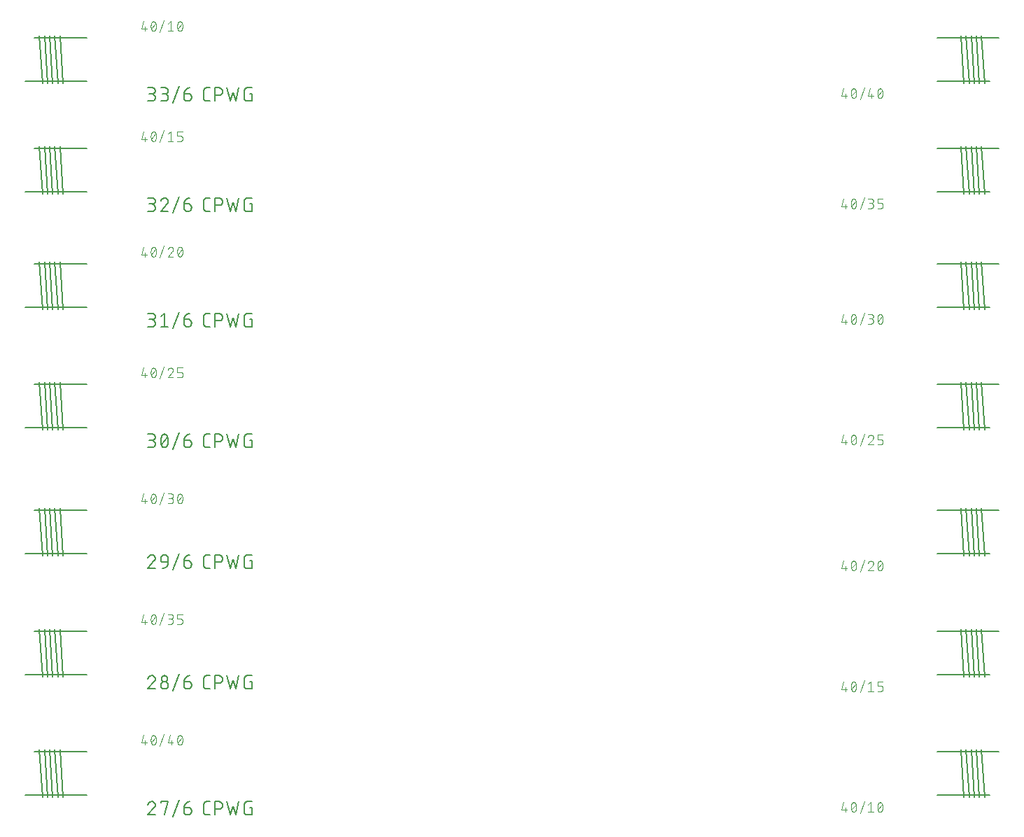
<source format=gto>
G04 EAGLE Gerber RS-274X export*
G75*
%MOMM*%
%FSLAX34Y34*%
%LPD*%
%INTop Silkscreen *%
%IPPOS*%
%AMOC8*
5,1,8,0,0,1.08239X$1,22.5*%
G01*
%ADD10C,0.152400*%
%ADD11C,0.127000*%
%ADD12C,0.101600*%


D10*
X57912Y883412D02*
X62428Y883412D01*
X62561Y883414D01*
X62693Y883420D01*
X62825Y883430D01*
X62957Y883443D01*
X63089Y883461D01*
X63219Y883482D01*
X63350Y883507D01*
X63479Y883536D01*
X63607Y883569D01*
X63735Y883605D01*
X63861Y883645D01*
X63986Y883689D01*
X64110Y883737D01*
X64232Y883788D01*
X64353Y883843D01*
X64472Y883901D01*
X64590Y883963D01*
X64705Y884028D01*
X64819Y884097D01*
X64930Y884168D01*
X65039Y884244D01*
X65146Y884322D01*
X65251Y884403D01*
X65353Y884488D01*
X65453Y884575D01*
X65550Y884665D01*
X65645Y884758D01*
X65736Y884854D01*
X65825Y884952D01*
X65911Y885053D01*
X65994Y885157D01*
X66074Y885263D01*
X66150Y885371D01*
X66224Y885481D01*
X66294Y885594D01*
X66361Y885708D01*
X66424Y885825D01*
X66484Y885943D01*
X66541Y886063D01*
X66594Y886185D01*
X66643Y886308D01*
X66689Y886432D01*
X66731Y886558D01*
X66769Y886685D01*
X66804Y886813D01*
X66835Y886942D01*
X66862Y887071D01*
X66885Y887202D01*
X66905Y887333D01*
X66920Y887465D01*
X66932Y887597D01*
X66940Y887729D01*
X66944Y887862D01*
X66944Y887994D01*
X66940Y888127D01*
X66932Y888259D01*
X66920Y888391D01*
X66905Y888523D01*
X66885Y888654D01*
X66862Y888785D01*
X66835Y888914D01*
X66804Y889043D01*
X66769Y889171D01*
X66731Y889298D01*
X66689Y889424D01*
X66643Y889548D01*
X66594Y889671D01*
X66541Y889793D01*
X66484Y889913D01*
X66424Y890031D01*
X66361Y890148D01*
X66294Y890262D01*
X66224Y890375D01*
X66150Y890485D01*
X66074Y890593D01*
X65994Y890699D01*
X65911Y890803D01*
X65825Y890904D01*
X65736Y891002D01*
X65645Y891098D01*
X65550Y891191D01*
X65453Y891281D01*
X65353Y891368D01*
X65251Y891453D01*
X65146Y891534D01*
X65039Y891612D01*
X64930Y891688D01*
X64819Y891759D01*
X64705Y891828D01*
X64590Y891893D01*
X64472Y891955D01*
X64353Y892013D01*
X64232Y892068D01*
X64110Y892119D01*
X63986Y892167D01*
X63861Y892211D01*
X63735Y892251D01*
X63607Y892287D01*
X63479Y892320D01*
X63350Y892349D01*
X63219Y892374D01*
X63089Y892395D01*
X62957Y892413D01*
X62825Y892426D01*
X62693Y892436D01*
X62561Y892442D01*
X62428Y892444D01*
X63331Y899668D02*
X57912Y899668D01*
X63331Y899668D02*
X63450Y899666D01*
X63570Y899660D01*
X63689Y899650D01*
X63807Y899636D01*
X63926Y899619D01*
X64043Y899597D01*
X64160Y899572D01*
X64275Y899542D01*
X64390Y899509D01*
X64504Y899472D01*
X64616Y899432D01*
X64727Y899387D01*
X64836Y899339D01*
X64944Y899288D01*
X65050Y899233D01*
X65154Y899174D01*
X65256Y899112D01*
X65356Y899047D01*
X65454Y898978D01*
X65550Y898906D01*
X65643Y898831D01*
X65733Y898754D01*
X65821Y898673D01*
X65906Y898589D01*
X65988Y898502D01*
X66068Y898413D01*
X66144Y898321D01*
X66218Y898227D01*
X66288Y898130D01*
X66355Y898032D01*
X66419Y897931D01*
X66479Y897827D01*
X66536Y897722D01*
X66589Y897615D01*
X66639Y897507D01*
X66685Y897397D01*
X66727Y897285D01*
X66766Y897172D01*
X66801Y897058D01*
X66832Y896943D01*
X66860Y896826D01*
X66883Y896709D01*
X66903Y896592D01*
X66919Y896473D01*
X66931Y896354D01*
X66939Y896235D01*
X66943Y896116D01*
X66943Y895996D01*
X66939Y895877D01*
X66931Y895758D01*
X66919Y895639D01*
X66903Y895520D01*
X66883Y895403D01*
X66860Y895286D01*
X66832Y895169D01*
X66801Y895054D01*
X66766Y894940D01*
X66727Y894827D01*
X66685Y894715D01*
X66639Y894605D01*
X66589Y894497D01*
X66536Y894390D01*
X66479Y894285D01*
X66419Y894181D01*
X66355Y894080D01*
X66288Y893982D01*
X66218Y893885D01*
X66144Y893791D01*
X66068Y893699D01*
X65988Y893610D01*
X65906Y893523D01*
X65821Y893439D01*
X65733Y893358D01*
X65643Y893281D01*
X65550Y893206D01*
X65454Y893134D01*
X65356Y893065D01*
X65256Y893000D01*
X65154Y892938D01*
X65050Y892879D01*
X64944Y892824D01*
X64836Y892773D01*
X64727Y892725D01*
X64616Y892680D01*
X64504Y892640D01*
X64390Y892603D01*
X64275Y892570D01*
X64160Y892540D01*
X64043Y892515D01*
X63926Y892493D01*
X63807Y892476D01*
X63689Y892462D01*
X63570Y892452D01*
X63450Y892446D01*
X63331Y892444D01*
X63331Y892443D02*
X59718Y892443D01*
X73543Y883412D02*
X78059Y883412D01*
X78192Y883414D01*
X78324Y883420D01*
X78456Y883430D01*
X78588Y883443D01*
X78720Y883461D01*
X78850Y883482D01*
X78981Y883507D01*
X79110Y883536D01*
X79238Y883569D01*
X79366Y883605D01*
X79492Y883645D01*
X79617Y883689D01*
X79741Y883737D01*
X79863Y883788D01*
X79984Y883843D01*
X80103Y883901D01*
X80221Y883963D01*
X80336Y884028D01*
X80450Y884097D01*
X80561Y884168D01*
X80670Y884244D01*
X80777Y884322D01*
X80882Y884403D01*
X80984Y884488D01*
X81084Y884575D01*
X81181Y884665D01*
X81276Y884758D01*
X81367Y884854D01*
X81456Y884952D01*
X81542Y885053D01*
X81625Y885157D01*
X81705Y885263D01*
X81781Y885371D01*
X81855Y885481D01*
X81925Y885594D01*
X81992Y885708D01*
X82055Y885825D01*
X82115Y885943D01*
X82172Y886063D01*
X82225Y886185D01*
X82274Y886308D01*
X82320Y886432D01*
X82362Y886558D01*
X82400Y886685D01*
X82435Y886813D01*
X82466Y886942D01*
X82493Y887071D01*
X82516Y887202D01*
X82536Y887333D01*
X82551Y887465D01*
X82563Y887597D01*
X82571Y887729D01*
X82575Y887862D01*
X82575Y887994D01*
X82571Y888127D01*
X82563Y888259D01*
X82551Y888391D01*
X82536Y888523D01*
X82516Y888654D01*
X82493Y888785D01*
X82466Y888914D01*
X82435Y889043D01*
X82400Y889171D01*
X82362Y889298D01*
X82320Y889424D01*
X82274Y889548D01*
X82225Y889671D01*
X82172Y889793D01*
X82115Y889913D01*
X82055Y890031D01*
X81992Y890148D01*
X81925Y890262D01*
X81855Y890375D01*
X81781Y890485D01*
X81705Y890593D01*
X81625Y890699D01*
X81542Y890803D01*
X81456Y890904D01*
X81367Y891002D01*
X81276Y891098D01*
X81181Y891191D01*
X81084Y891281D01*
X80984Y891368D01*
X80882Y891453D01*
X80777Y891534D01*
X80670Y891612D01*
X80561Y891688D01*
X80450Y891759D01*
X80336Y891828D01*
X80221Y891893D01*
X80103Y891955D01*
X79984Y892013D01*
X79863Y892068D01*
X79741Y892119D01*
X79617Y892167D01*
X79492Y892211D01*
X79366Y892251D01*
X79238Y892287D01*
X79110Y892320D01*
X78981Y892349D01*
X78850Y892374D01*
X78720Y892395D01*
X78588Y892413D01*
X78456Y892426D01*
X78324Y892436D01*
X78192Y892442D01*
X78059Y892444D01*
X78962Y899668D02*
X73543Y899668D01*
X78962Y899668D02*
X79081Y899666D01*
X79201Y899660D01*
X79320Y899650D01*
X79438Y899636D01*
X79557Y899619D01*
X79674Y899597D01*
X79791Y899572D01*
X79906Y899542D01*
X80021Y899509D01*
X80135Y899472D01*
X80247Y899432D01*
X80358Y899387D01*
X80467Y899339D01*
X80575Y899288D01*
X80681Y899233D01*
X80785Y899174D01*
X80887Y899112D01*
X80987Y899047D01*
X81085Y898978D01*
X81181Y898906D01*
X81274Y898831D01*
X81364Y898754D01*
X81452Y898673D01*
X81537Y898589D01*
X81619Y898502D01*
X81699Y898413D01*
X81775Y898321D01*
X81849Y898227D01*
X81919Y898130D01*
X81986Y898032D01*
X82050Y897931D01*
X82110Y897827D01*
X82167Y897722D01*
X82220Y897615D01*
X82270Y897507D01*
X82316Y897397D01*
X82358Y897285D01*
X82397Y897172D01*
X82432Y897058D01*
X82463Y896943D01*
X82491Y896826D01*
X82514Y896709D01*
X82534Y896592D01*
X82550Y896473D01*
X82562Y896354D01*
X82570Y896235D01*
X82574Y896116D01*
X82574Y895996D01*
X82570Y895877D01*
X82562Y895758D01*
X82550Y895639D01*
X82534Y895520D01*
X82514Y895403D01*
X82491Y895286D01*
X82463Y895169D01*
X82432Y895054D01*
X82397Y894940D01*
X82358Y894827D01*
X82316Y894715D01*
X82270Y894605D01*
X82220Y894497D01*
X82167Y894390D01*
X82110Y894285D01*
X82050Y894181D01*
X81986Y894080D01*
X81919Y893982D01*
X81849Y893885D01*
X81775Y893791D01*
X81699Y893699D01*
X81619Y893610D01*
X81537Y893523D01*
X81452Y893439D01*
X81364Y893358D01*
X81274Y893281D01*
X81181Y893206D01*
X81085Y893134D01*
X80987Y893065D01*
X80887Y893000D01*
X80785Y892938D01*
X80681Y892879D01*
X80575Y892824D01*
X80467Y892773D01*
X80358Y892725D01*
X80247Y892680D01*
X80135Y892640D01*
X80021Y892603D01*
X79906Y892570D01*
X79791Y892540D01*
X79674Y892515D01*
X79557Y892493D01*
X79438Y892476D01*
X79320Y892462D01*
X79201Y892452D01*
X79081Y892446D01*
X78962Y892444D01*
X78962Y892443D02*
X75349Y892443D01*
X88514Y881606D02*
X95739Y901474D01*
X101679Y892443D02*
X107098Y892443D01*
X107216Y892441D01*
X107334Y892435D01*
X107452Y892426D01*
X107569Y892412D01*
X107686Y892395D01*
X107803Y892374D01*
X107918Y892349D01*
X108033Y892320D01*
X108147Y892287D01*
X108259Y892251D01*
X108370Y892211D01*
X108480Y892168D01*
X108589Y892121D01*
X108696Y892071D01*
X108801Y892016D01*
X108904Y891959D01*
X109005Y891898D01*
X109105Y891834D01*
X109202Y891767D01*
X109297Y891697D01*
X109389Y891623D01*
X109480Y891547D01*
X109567Y891467D01*
X109652Y891385D01*
X109734Y891300D01*
X109814Y891213D01*
X109890Y891122D01*
X109964Y891030D01*
X110034Y890935D01*
X110101Y890838D01*
X110165Y890738D01*
X110226Y890637D01*
X110283Y890534D01*
X110338Y890429D01*
X110388Y890322D01*
X110435Y890213D01*
X110478Y890103D01*
X110518Y889992D01*
X110554Y889880D01*
X110587Y889766D01*
X110616Y889651D01*
X110641Y889536D01*
X110662Y889419D01*
X110679Y889302D01*
X110693Y889185D01*
X110702Y889067D01*
X110708Y888949D01*
X110710Y888831D01*
X110710Y887928D01*
X110711Y887928D02*
X110709Y887795D01*
X110703Y887663D01*
X110693Y887531D01*
X110680Y887399D01*
X110662Y887267D01*
X110641Y887137D01*
X110616Y887006D01*
X110587Y886877D01*
X110554Y886749D01*
X110518Y886621D01*
X110478Y886495D01*
X110434Y886370D01*
X110386Y886246D01*
X110335Y886124D01*
X110280Y886003D01*
X110222Y885884D01*
X110160Y885766D01*
X110095Y885651D01*
X110026Y885537D01*
X109955Y885426D01*
X109879Y885317D01*
X109801Y885210D01*
X109720Y885105D01*
X109635Y885003D01*
X109548Y884903D01*
X109458Y884806D01*
X109365Y884711D01*
X109269Y884620D01*
X109171Y884531D01*
X109070Y884445D01*
X108966Y884362D01*
X108860Y884282D01*
X108752Y884206D01*
X108642Y884132D01*
X108529Y884062D01*
X108415Y883995D01*
X108298Y883932D01*
X108180Y883872D01*
X108060Y883815D01*
X107938Y883762D01*
X107815Y883713D01*
X107691Y883667D01*
X107565Y883625D01*
X107438Y883587D01*
X107310Y883552D01*
X107181Y883521D01*
X107052Y883494D01*
X106921Y883471D01*
X106790Y883451D01*
X106658Y883436D01*
X106526Y883424D01*
X106394Y883416D01*
X106261Y883412D01*
X106129Y883412D01*
X105996Y883416D01*
X105864Y883424D01*
X105732Y883436D01*
X105600Y883451D01*
X105469Y883471D01*
X105338Y883494D01*
X105209Y883521D01*
X105080Y883552D01*
X104952Y883587D01*
X104825Y883625D01*
X104699Y883667D01*
X104575Y883713D01*
X104452Y883762D01*
X104330Y883815D01*
X104210Y883872D01*
X104092Y883932D01*
X103975Y883995D01*
X103861Y884062D01*
X103748Y884132D01*
X103638Y884206D01*
X103530Y884282D01*
X103424Y884362D01*
X103320Y884445D01*
X103219Y884531D01*
X103121Y884620D01*
X103025Y884711D01*
X102932Y884806D01*
X102842Y884903D01*
X102755Y885003D01*
X102670Y885105D01*
X102589Y885210D01*
X102511Y885317D01*
X102435Y885426D01*
X102364Y885537D01*
X102295Y885651D01*
X102230Y885766D01*
X102168Y885884D01*
X102110Y886003D01*
X102055Y886124D01*
X102004Y886246D01*
X101956Y886370D01*
X101912Y886495D01*
X101872Y886621D01*
X101836Y886749D01*
X101803Y886877D01*
X101774Y887006D01*
X101749Y887137D01*
X101728Y887267D01*
X101710Y887399D01*
X101697Y887531D01*
X101687Y887663D01*
X101681Y887795D01*
X101679Y887928D01*
X101679Y892443D01*
X101681Y892620D01*
X101688Y892798D01*
X101699Y892975D01*
X101714Y893151D01*
X101733Y893327D01*
X101757Y893503D01*
X101785Y893678D01*
X101818Y893853D01*
X101855Y894026D01*
X101896Y894199D01*
X101941Y894370D01*
X101990Y894540D01*
X102044Y894709D01*
X102101Y894877D01*
X102163Y895043D01*
X102229Y895208D01*
X102299Y895371D01*
X102373Y895532D01*
X102450Y895691D01*
X102532Y895849D01*
X102618Y896004D01*
X102707Y896157D01*
X102800Y896308D01*
X102897Y896457D01*
X102997Y896603D01*
X103101Y896747D01*
X103208Y896888D01*
X103319Y897026D01*
X103433Y897162D01*
X103551Y897295D01*
X103671Y897425D01*
X103795Y897552D01*
X103922Y897676D01*
X104052Y897796D01*
X104185Y897914D01*
X104320Y898028D01*
X104459Y898139D01*
X104600Y898246D01*
X104744Y898350D01*
X104890Y898450D01*
X105039Y898547D01*
X105190Y898640D01*
X105343Y898729D01*
X105498Y898815D01*
X105656Y898897D01*
X105815Y898974D01*
X105976Y899048D01*
X106139Y899118D01*
X106304Y899184D01*
X106470Y899246D01*
X106638Y899303D01*
X106807Y899357D01*
X106977Y899406D01*
X107148Y899451D01*
X107321Y899492D01*
X107494Y899529D01*
X107669Y899562D01*
X107844Y899590D01*
X108020Y899614D01*
X108196Y899633D01*
X108372Y899648D01*
X108549Y899659D01*
X108727Y899666D01*
X108904Y899668D01*
X129220Y883412D02*
X132833Y883412D01*
X129220Y883412D02*
X129102Y883414D01*
X128984Y883420D01*
X128866Y883429D01*
X128749Y883443D01*
X128632Y883460D01*
X128515Y883481D01*
X128400Y883506D01*
X128285Y883535D01*
X128171Y883568D01*
X128059Y883604D01*
X127948Y883644D01*
X127838Y883687D01*
X127729Y883734D01*
X127622Y883784D01*
X127517Y883839D01*
X127414Y883896D01*
X127313Y883957D01*
X127213Y884021D01*
X127116Y884088D01*
X127021Y884158D01*
X126929Y884232D01*
X126838Y884308D01*
X126751Y884388D01*
X126666Y884470D01*
X126584Y884555D01*
X126504Y884642D01*
X126428Y884733D01*
X126354Y884825D01*
X126284Y884920D01*
X126217Y885017D01*
X126153Y885117D01*
X126092Y885218D01*
X126035Y885321D01*
X125980Y885426D01*
X125930Y885533D01*
X125883Y885642D01*
X125840Y885752D01*
X125800Y885863D01*
X125764Y885975D01*
X125731Y886089D01*
X125702Y886204D01*
X125677Y886319D01*
X125656Y886436D01*
X125639Y886553D01*
X125625Y886670D01*
X125616Y886788D01*
X125610Y886906D01*
X125608Y887024D01*
X125608Y896056D01*
X125610Y896174D01*
X125616Y896292D01*
X125625Y896410D01*
X125639Y896527D01*
X125656Y896644D01*
X125677Y896761D01*
X125702Y896876D01*
X125731Y896991D01*
X125764Y897105D01*
X125800Y897217D01*
X125840Y897328D01*
X125883Y897438D01*
X125930Y897547D01*
X125980Y897654D01*
X126034Y897759D01*
X126092Y897862D01*
X126153Y897963D01*
X126217Y898063D01*
X126284Y898160D01*
X126354Y898255D01*
X126428Y898347D01*
X126504Y898438D01*
X126584Y898525D01*
X126666Y898610D01*
X126751Y898692D01*
X126838Y898772D01*
X126929Y898848D01*
X127021Y898922D01*
X127116Y898992D01*
X127213Y899059D01*
X127313Y899123D01*
X127414Y899184D01*
X127517Y899241D01*
X127622Y899295D01*
X127729Y899346D01*
X127838Y899393D01*
X127948Y899436D01*
X128059Y899476D01*
X128171Y899512D01*
X128285Y899545D01*
X128400Y899574D01*
X128515Y899599D01*
X128632Y899620D01*
X128749Y899637D01*
X128866Y899651D01*
X128984Y899660D01*
X129102Y899666D01*
X129220Y899668D01*
X132833Y899668D01*
X139405Y899668D02*
X139405Y883412D01*
X139405Y899668D02*
X143921Y899668D01*
X144054Y899666D01*
X144186Y899660D01*
X144318Y899650D01*
X144450Y899637D01*
X144582Y899619D01*
X144712Y899598D01*
X144843Y899573D01*
X144972Y899544D01*
X145100Y899511D01*
X145228Y899475D01*
X145354Y899435D01*
X145479Y899391D01*
X145603Y899343D01*
X145725Y899292D01*
X145846Y899237D01*
X145965Y899179D01*
X146083Y899117D01*
X146198Y899052D01*
X146312Y898983D01*
X146423Y898912D01*
X146532Y898836D01*
X146639Y898758D01*
X146744Y898677D01*
X146846Y898592D01*
X146946Y898505D01*
X147043Y898415D01*
X147138Y898322D01*
X147229Y898226D01*
X147318Y898128D01*
X147404Y898027D01*
X147487Y897923D01*
X147567Y897817D01*
X147643Y897709D01*
X147717Y897599D01*
X147787Y897486D01*
X147854Y897372D01*
X147917Y897255D01*
X147977Y897137D01*
X148034Y897017D01*
X148087Y896895D01*
X148136Y896772D01*
X148182Y896648D01*
X148224Y896522D01*
X148262Y896395D01*
X148297Y896267D01*
X148328Y896138D01*
X148355Y896009D01*
X148378Y895878D01*
X148398Y895747D01*
X148413Y895615D01*
X148425Y895483D01*
X148433Y895351D01*
X148437Y895218D01*
X148437Y895086D01*
X148433Y894953D01*
X148425Y894821D01*
X148413Y894689D01*
X148398Y894557D01*
X148378Y894426D01*
X148355Y894295D01*
X148328Y894166D01*
X148297Y894037D01*
X148262Y893909D01*
X148224Y893782D01*
X148182Y893656D01*
X148136Y893532D01*
X148087Y893409D01*
X148034Y893287D01*
X147977Y893167D01*
X147917Y893049D01*
X147854Y892932D01*
X147787Y892818D01*
X147717Y892705D01*
X147643Y892595D01*
X147567Y892487D01*
X147487Y892381D01*
X147404Y892277D01*
X147318Y892176D01*
X147229Y892078D01*
X147138Y891982D01*
X147043Y891889D01*
X146946Y891799D01*
X146846Y891712D01*
X146744Y891627D01*
X146639Y891546D01*
X146532Y891468D01*
X146423Y891392D01*
X146312Y891321D01*
X146198Y891252D01*
X146083Y891187D01*
X145965Y891125D01*
X145846Y891067D01*
X145725Y891012D01*
X145603Y890961D01*
X145479Y890913D01*
X145354Y890869D01*
X145228Y890829D01*
X145100Y890793D01*
X144972Y890760D01*
X144843Y890731D01*
X144712Y890706D01*
X144582Y890685D01*
X144450Y890667D01*
X144318Y890654D01*
X144186Y890644D01*
X144054Y890638D01*
X143921Y890636D01*
X143921Y890637D02*
X139405Y890637D01*
X153679Y899668D02*
X157292Y883412D01*
X160904Y894249D01*
X164517Y883412D01*
X168129Y899668D01*
X180947Y892443D02*
X183656Y892443D01*
X183656Y883412D01*
X178238Y883412D01*
X178120Y883414D01*
X178002Y883420D01*
X177884Y883429D01*
X177767Y883443D01*
X177650Y883460D01*
X177533Y883481D01*
X177418Y883506D01*
X177303Y883535D01*
X177189Y883568D01*
X177077Y883604D01*
X176966Y883644D01*
X176856Y883687D01*
X176747Y883734D01*
X176640Y883784D01*
X176535Y883839D01*
X176432Y883896D01*
X176331Y883957D01*
X176231Y884021D01*
X176134Y884088D01*
X176039Y884158D01*
X175947Y884232D01*
X175856Y884308D01*
X175769Y884388D01*
X175684Y884470D01*
X175602Y884555D01*
X175522Y884642D01*
X175446Y884733D01*
X175372Y884825D01*
X175302Y884920D01*
X175235Y885017D01*
X175171Y885117D01*
X175110Y885218D01*
X175053Y885321D01*
X174998Y885426D01*
X174948Y885533D01*
X174901Y885642D01*
X174858Y885752D01*
X174818Y885863D01*
X174782Y885975D01*
X174749Y886089D01*
X174720Y886204D01*
X174695Y886319D01*
X174674Y886436D01*
X174657Y886553D01*
X174643Y886670D01*
X174634Y886788D01*
X174628Y886906D01*
X174626Y887024D01*
X174625Y887024D02*
X174625Y896056D01*
X174626Y896056D02*
X174628Y896174D01*
X174634Y896292D01*
X174643Y896410D01*
X174657Y896527D01*
X174674Y896644D01*
X174695Y896761D01*
X174720Y896876D01*
X174749Y896991D01*
X174782Y897105D01*
X174818Y897217D01*
X174858Y897328D01*
X174901Y897438D01*
X174948Y897547D01*
X174998Y897654D01*
X175052Y897759D01*
X175110Y897862D01*
X175171Y897963D01*
X175235Y898063D01*
X175302Y898160D01*
X175372Y898255D01*
X175446Y898347D01*
X175522Y898438D01*
X175602Y898525D01*
X175684Y898610D01*
X175769Y898692D01*
X175856Y898772D01*
X175947Y898848D01*
X176039Y898922D01*
X176134Y898992D01*
X176231Y899059D01*
X176331Y899123D01*
X176432Y899184D01*
X176535Y899241D01*
X176640Y899295D01*
X176747Y899346D01*
X176856Y899393D01*
X176966Y899436D01*
X177077Y899476D01*
X177189Y899512D01*
X177303Y899545D01*
X177418Y899574D01*
X177533Y899599D01*
X177650Y899620D01*
X177767Y899637D01*
X177884Y899651D01*
X178002Y899660D01*
X178120Y899666D01*
X178238Y899668D01*
X183656Y899668D01*
X62428Y750062D02*
X57912Y750062D01*
X62428Y750062D02*
X62561Y750064D01*
X62693Y750070D01*
X62825Y750080D01*
X62957Y750093D01*
X63089Y750111D01*
X63219Y750132D01*
X63350Y750157D01*
X63479Y750186D01*
X63607Y750219D01*
X63735Y750255D01*
X63861Y750295D01*
X63986Y750339D01*
X64110Y750387D01*
X64232Y750438D01*
X64353Y750493D01*
X64472Y750551D01*
X64590Y750613D01*
X64705Y750678D01*
X64819Y750747D01*
X64930Y750818D01*
X65039Y750894D01*
X65146Y750972D01*
X65251Y751053D01*
X65353Y751138D01*
X65453Y751225D01*
X65550Y751315D01*
X65645Y751408D01*
X65736Y751504D01*
X65825Y751602D01*
X65911Y751703D01*
X65994Y751807D01*
X66074Y751913D01*
X66150Y752021D01*
X66224Y752131D01*
X66294Y752244D01*
X66361Y752358D01*
X66424Y752475D01*
X66484Y752593D01*
X66541Y752713D01*
X66594Y752835D01*
X66643Y752958D01*
X66689Y753082D01*
X66731Y753208D01*
X66769Y753335D01*
X66804Y753463D01*
X66835Y753592D01*
X66862Y753721D01*
X66885Y753852D01*
X66905Y753983D01*
X66920Y754115D01*
X66932Y754247D01*
X66940Y754379D01*
X66944Y754512D01*
X66944Y754644D01*
X66940Y754777D01*
X66932Y754909D01*
X66920Y755041D01*
X66905Y755173D01*
X66885Y755304D01*
X66862Y755435D01*
X66835Y755564D01*
X66804Y755693D01*
X66769Y755821D01*
X66731Y755948D01*
X66689Y756074D01*
X66643Y756198D01*
X66594Y756321D01*
X66541Y756443D01*
X66484Y756563D01*
X66424Y756681D01*
X66361Y756798D01*
X66294Y756912D01*
X66224Y757025D01*
X66150Y757135D01*
X66074Y757243D01*
X65994Y757349D01*
X65911Y757453D01*
X65825Y757554D01*
X65736Y757652D01*
X65645Y757748D01*
X65550Y757841D01*
X65453Y757931D01*
X65353Y758018D01*
X65251Y758103D01*
X65146Y758184D01*
X65039Y758262D01*
X64930Y758338D01*
X64819Y758409D01*
X64705Y758478D01*
X64590Y758543D01*
X64472Y758605D01*
X64353Y758663D01*
X64232Y758718D01*
X64110Y758769D01*
X63986Y758817D01*
X63861Y758861D01*
X63735Y758901D01*
X63607Y758937D01*
X63479Y758970D01*
X63350Y758999D01*
X63219Y759024D01*
X63089Y759045D01*
X62957Y759063D01*
X62825Y759076D01*
X62693Y759086D01*
X62561Y759092D01*
X62428Y759094D01*
X63331Y766318D02*
X57912Y766318D01*
X63331Y766318D02*
X63450Y766316D01*
X63570Y766310D01*
X63689Y766300D01*
X63807Y766286D01*
X63926Y766269D01*
X64043Y766247D01*
X64160Y766222D01*
X64275Y766192D01*
X64390Y766159D01*
X64504Y766122D01*
X64616Y766082D01*
X64727Y766037D01*
X64836Y765989D01*
X64944Y765938D01*
X65050Y765883D01*
X65154Y765824D01*
X65256Y765762D01*
X65356Y765697D01*
X65454Y765628D01*
X65550Y765556D01*
X65643Y765481D01*
X65733Y765404D01*
X65821Y765323D01*
X65906Y765239D01*
X65988Y765152D01*
X66068Y765063D01*
X66144Y764971D01*
X66218Y764877D01*
X66288Y764780D01*
X66355Y764682D01*
X66419Y764581D01*
X66479Y764477D01*
X66536Y764372D01*
X66589Y764265D01*
X66639Y764157D01*
X66685Y764047D01*
X66727Y763935D01*
X66766Y763822D01*
X66801Y763708D01*
X66832Y763593D01*
X66860Y763476D01*
X66883Y763359D01*
X66903Y763242D01*
X66919Y763123D01*
X66931Y763004D01*
X66939Y762885D01*
X66943Y762766D01*
X66943Y762646D01*
X66939Y762527D01*
X66931Y762408D01*
X66919Y762289D01*
X66903Y762170D01*
X66883Y762053D01*
X66860Y761936D01*
X66832Y761819D01*
X66801Y761704D01*
X66766Y761590D01*
X66727Y761477D01*
X66685Y761365D01*
X66639Y761255D01*
X66589Y761147D01*
X66536Y761040D01*
X66479Y760935D01*
X66419Y760831D01*
X66355Y760730D01*
X66288Y760632D01*
X66218Y760535D01*
X66144Y760441D01*
X66068Y760349D01*
X65988Y760260D01*
X65906Y760173D01*
X65821Y760089D01*
X65733Y760008D01*
X65643Y759931D01*
X65550Y759856D01*
X65454Y759784D01*
X65356Y759715D01*
X65256Y759650D01*
X65154Y759588D01*
X65050Y759529D01*
X64944Y759474D01*
X64836Y759423D01*
X64727Y759375D01*
X64616Y759330D01*
X64504Y759290D01*
X64390Y759253D01*
X64275Y759220D01*
X64160Y759190D01*
X64043Y759165D01*
X63926Y759143D01*
X63807Y759126D01*
X63689Y759112D01*
X63570Y759102D01*
X63450Y759096D01*
X63331Y759094D01*
X63331Y759093D02*
X59718Y759093D01*
X78510Y766318D02*
X78635Y766316D01*
X78760Y766310D01*
X78885Y766301D01*
X79009Y766287D01*
X79133Y766270D01*
X79257Y766249D01*
X79379Y766224D01*
X79501Y766195D01*
X79622Y766163D01*
X79742Y766127D01*
X79861Y766087D01*
X79978Y766044D01*
X80094Y765997D01*
X80209Y765946D01*
X80321Y765892D01*
X80433Y765834D01*
X80542Y765774D01*
X80649Y765709D01*
X80755Y765642D01*
X80858Y765571D01*
X80959Y765497D01*
X81058Y765420D01*
X81154Y765340D01*
X81248Y765257D01*
X81339Y765172D01*
X81428Y765083D01*
X81513Y764992D01*
X81596Y764898D01*
X81676Y764802D01*
X81753Y764703D01*
X81827Y764602D01*
X81898Y764499D01*
X81965Y764393D01*
X82030Y764286D01*
X82090Y764177D01*
X82148Y764065D01*
X82202Y763953D01*
X82253Y763838D01*
X82300Y763722D01*
X82343Y763605D01*
X82383Y763486D01*
X82419Y763366D01*
X82451Y763245D01*
X82480Y763123D01*
X82505Y763001D01*
X82526Y762877D01*
X82543Y762753D01*
X82557Y762629D01*
X82566Y762504D01*
X82572Y762379D01*
X82574Y762254D01*
X78510Y766318D02*
X78367Y766316D01*
X78225Y766310D01*
X78082Y766300D01*
X77940Y766287D01*
X77799Y766269D01*
X77657Y766248D01*
X77517Y766223D01*
X77377Y766194D01*
X77238Y766161D01*
X77100Y766124D01*
X76963Y766084D01*
X76828Y766040D01*
X76693Y765992D01*
X76560Y765940D01*
X76428Y765885D01*
X76298Y765826D01*
X76170Y765764D01*
X76043Y765698D01*
X75918Y765629D01*
X75795Y765557D01*
X75675Y765481D01*
X75556Y765402D01*
X75439Y765319D01*
X75325Y765234D01*
X75213Y765145D01*
X75104Y765054D01*
X74997Y764959D01*
X74892Y764862D01*
X74791Y764761D01*
X74692Y764658D01*
X74596Y764553D01*
X74503Y764444D01*
X74413Y764333D01*
X74326Y764220D01*
X74242Y764105D01*
X74162Y763987D01*
X74084Y763867D01*
X74010Y763745D01*
X73940Y763621D01*
X73872Y763495D01*
X73809Y763367D01*
X73748Y763238D01*
X73691Y763107D01*
X73638Y762975D01*
X73589Y762841D01*
X73543Y762706D01*
X81219Y759093D02*
X81313Y759185D01*
X81403Y759279D01*
X81491Y759376D01*
X81576Y759476D01*
X81658Y759578D01*
X81737Y759683D01*
X81812Y759790D01*
X81884Y759899D01*
X81953Y760010D01*
X82019Y760124D01*
X82081Y760239D01*
X82140Y760356D01*
X82195Y760475D01*
X82246Y760595D01*
X82294Y760717D01*
X82339Y760840D01*
X82379Y760964D01*
X82416Y761090D01*
X82449Y761217D01*
X82478Y761344D01*
X82504Y761473D01*
X82525Y761602D01*
X82543Y761732D01*
X82556Y761862D01*
X82566Y761992D01*
X82572Y762123D01*
X82574Y762254D01*
X81220Y759093D02*
X73543Y750062D01*
X82574Y750062D01*
X88514Y748256D02*
X95739Y768124D01*
X101679Y759093D02*
X107098Y759093D01*
X107216Y759091D01*
X107334Y759085D01*
X107452Y759076D01*
X107569Y759062D01*
X107686Y759045D01*
X107803Y759024D01*
X107918Y758999D01*
X108033Y758970D01*
X108147Y758937D01*
X108259Y758901D01*
X108370Y758861D01*
X108480Y758818D01*
X108589Y758771D01*
X108696Y758721D01*
X108801Y758666D01*
X108904Y758609D01*
X109005Y758548D01*
X109105Y758484D01*
X109202Y758417D01*
X109297Y758347D01*
X109389Y758273D01*
X109480Y758197D01*
X109567Y758117D01*
X109652Y758035D01*
X109734Y757950D01*
X109814Y757863D01*
X109890Y757772D01*
X109964Y757680D01*
X110034Y757585D01*
X110101Y757488D01*
X110165Y757388D01*
X110226Y757287D01*
X110283Y757184D01*
X110338Y757079D01*
X110388Y756972D01*
X110435Y756863D01*
X110478Y756753D01*
X110518Y756642D01*
X110554Y756530D01*
X110587Y756416D01*
X110616Y756301D01*
X110641Y756186D01*
X110662Y756069D01*
X110679Y755952D01*
X110693Y755835D01*
X110702Y755717D01*
X110708Y755599D01*
X110710Y755481D01*
X110710Y754578D01*
X110711Y754578D02*
X110709Y754445D01*
X110703Y754313D01*
X110693Y754181D01*
X110680Y754049D01*
X110662Y753917D01*
X110641Y753787D01*
X110616Y753656D01*
X110587Y753527D01*
X110554Y753399D01*
X110518Y753271D01*
X110478Y753145D01*
X110434Y753020D01*
X110386Y752896D01*
X110335Y752774D01*
X110280Y752653D01*
X110222Y752534D01*
X110160Y752416D01*
X110095Y752301D01*
X110026Y752187D01*
X109955Y752076D01*
X109879Y751967D01*
X109801Y751860D01*
X109720Y751755D01*
X109635Y751653D01*
X109548Y751553D01*
X109458Y751456D01*
X109365Y751361D01*
X109269Y751270D01*
X109171Y751181D01*
X109070Y751095D01*
X108966Y751012D01*
X108860Y750932D01*
X108752Y750856D01*
X108642Y750782D01*
X108529Y750712D01*
X108415Y750645D01*
X108298Y750582D01*
X108180Y750522D01*
X108060Y750465D01*
X107938Y750412D01*
X107815Y750363D01*
X107691Y750317D01*
X107565Y750275D01*
X107438Y750237D01*
X107310Y750202D01*
X107181Y750171D01*
X107052Y750144D01*
X106921Y750121D01*
X106790Y750101D01*
X106658Y750086D01*
X106526Y750074D01*
X106394Y750066D01*
X106261Y750062D01*
X106129Y750062D01*
X105996Y750066D01*
X105864Y750074D01*
X105732Y750086D01*
X105600Y750101D01*
X105469Y750121D01*
X105338Y750144D01*
X105209Y750171D01*
X105080Y750202D01*
X104952Y750237D01*
X104825Y750275D01*
X104699Y750317D01*
X104575Y750363D01*
X104452Y750412D01*
X104330Y750465D01*
X104210Y750522D01*
X104092Y750582D01*
X103975Y750645D01*
X103861Y750712D01*
X103748Y750782D01*
X103638Y750856D01*
X103530Y750932D01*
X103424Y751012D01*
X103320Y751095D01*
X103219Y751181D01*
X103121Y751270D01*
X103025Y751361D01*
X102932Y751456D01*
X102842Y751553D01*
X102755Y751653D01*
X102670Y751755D01*
X102589Y751860D01*
X102511Y751967D01*
X102435Y752076D01*
X102364Y752187D01*
X102295Y752301D01*
X102230Y752416D01*
X102168Y752534D01*
X102110Y752653D01*
X102055Y752774D01*
X102004Y752896D01*
X101956Y753020D01*
X101912Y753145D01*
X101872Y753271D01*
X101836Y753399D01*
X101803Y753527D01*
X101774Y753656D01*
X101749Y753787D01*
X101728Y753917D01*
X101710Y754049D01*
X101697Y754181D01*
X101687Y754313D01*
X101681Y754445D01*
X101679Y754578D01*
X101679Y759093D01*
X101681Y759270D01*
X101688Y759448D01*
X101699Y759625D01*
X101714Y759801D01*
X101733Y759977D01*
X101757Y760153D01*
X101785Y760328D01*
X101818Y760503D01*
X101855Y760676D01*
X101896Y760849D01*
X101941Y761020D01*
X101990Y761190D01*
X102044Y761359D01*
X102101Y761527D01*
X102163Y761693D01*
X102229Y761858D01*
X102299Y762021D01*
X102373Y762182D01*
X102450Y762341D01*
X102532Y762499D01*
X102618Y762654D01*
X102707Y762807D01*
X102800Y762958D01*
X102897Y763107D01*
X102997Y763253D01*
X103101Y763397D01*
X103208Y763538D01*
X103319Y763676D01*
X103433Y763812D01*
X103551Y763945D01*
X103671Y764075D01*
X103795Y764202D01*
X103922Y764326D01*
X104052Y764446D01*
X104185Y764564D01*
X104320Y764678D01*
X104459Y764789D01*
X104600Y764896D01*
X104744Y765000D01*
X104890Y765100D01*
X105039Y765197D01*
X105190Y765290D01*
X105343Y765379D01*
X105498Y765465D01*
X105656Y765547D01*
X105815Y765624D01*
X105976Y765698D01*
X106139Y765768D01*
X106304Y765834D01*
X106470Y765896D01*
X106638Y765953D01*
X106807Y766007D01*
X106977Y766056D01*
X107148Y766101D01*
X107321Y766142D01*
X107494Y766179D01*
X107669Y766212D01*
X107844Y766240D01*
X108020Y766264D01*
X108196Y766283D01*
X108372Y766298D01*
X108549Y766309D01*
X108727Y766316D01*
X108904Y766318D01*
X129220Y750062D02*
X132833Y750062D01*
X129220Y750062D02*
X129102Y750064D01*
X128984Y750070D01*
X128866Y750079D01*
X128749Y750093D01*
X128632Y750110D01*
X128515Y750131D01*
X128400Y750156D01*
X128285Y750185D01*
X128171Y750218D01*
X128059Y750254D01*
X127948Y750294D01*
X127838Y750337D01*
X127729Y750384D01*
X127622Y750434D01*
X127517Y750489D01*
X127414Y750546D01*
X127313Y750607D01*
X127213Y750671D01*
X127116Y750738D01*
X127021Y750808D01*
X126929Y750882D01*
X126838Y750958D01*
X126751Y751038D01*
X126666Y751120D01*
X126584Y751205D01*
X126504Y751292D01*
X126428Y751383D01*
X126354Y751475D01*
X126284Y751570D01*
X126217Y751667D01*
X126153Y751767D01*
X126092Y751868D01*
X126035Y751971D01*
X125980Y752076D01*
X125930Y752183D01*
X125883Y752292D01*
X125840Y752402D01*
X125800Y752513D01*
X125764Y752625D01*
X125731Y752739D01*
X125702Y752854D01*
X125677Y752969D01*
X125656Y753086D01*
X125639Y753203D01*
X125625Y753320D01*
X125616Y753438D01*
X125610Y753556D01*
X125608Y753674D01*
X125608Y762706D01*
X125610Y762824D01*
X125616Y762942D01*
X125625Y763060D01*
X125639Y763177D01*
X125656Y763294D01*
X125677Y763411D01*
X125702Y763526D01*
X125731Y763641D01*
X125764Y763755D01*
X125800Y763867D01*
X125840Y763978D01*
X125883Y764088D01*
X125930Y764197D01*
X125980Y764304D01*
X126034Y764409D01*
X126092Y764512D01*
X126153Y764613D01*
X126217Y764713D01*
X126284Y764810D01*
X126354Y764905D01*
X126428Y764997D01*
X126504Y765088D01*
X126584Y765175D01*
X126666Y765260D01*
X126751Y765342D01*
X126838Y765422D01*
X126929Y765498D01*
X127021Y765572D01*
X127116Y765642D01*
X127213Y765709D01*
X127313Y765773D01*
X127414Y765834D01*
X127517Y765891D01*
X127622Y765945D01*
X127729Y765996D01*
X127838Y766043D01*
X127948Y766086D01*
X128059Y766126D01*
X128171Y766162D01*
X128285Y766195D01*
X128400Y766224D01*
X128515Y766249D01*
X128632Y766270D01*
X128749Y766287D01*
X128866Y766301D01*
X128984Y766310D01*
X129102Y766316D01*
X129220Y766318D01*
X132833Y766318D01*
X139405Y766318D02*
X139405Y750062D01*
X139405Y766318D02*
X143921Y766318D01*
X144054Y766316D01*
X144186Y766310D01*
X144318Y766300D01*
X144450Y766287D01*
X144582Y766269D01*
X144712Y766248D01*
X144843Y766223D01*
X144972Y766194D01*
X145100Y766161D01*
X145228Y766125D01*
X145354Y766085D01*
X145479Y766041D01*
X145603Y765993D01*
X145725Y765942D01*
X145846Y765887D01*
X145965Y765829D01*
X146083Y765767D01*
X146198Y765702D01*
X146312Y765633D01*
X146423Y765562D01*
X146532Y765486D01*
X146639Y765408D01*
X146744Y765327D01*
X146846Y765242D01*
X146946Y765155D01*
X147043Y765065D01*
X147138Y764972D01*
X147229Y764876D01*
X147318Y764778D01*
X147404Y764677D01*
X147487Y764573D01*
X147567Y764467D01*
X147643Y764359D01*
X147717Y764249D01*
X147787Y764136D01*
X147854Y764022D01*
X147917Y763905D01*
X147977Y763787D01*
X148034Y763667D01*
X148087Y763545D01*
X148136Y763422D01*
X148182Y763298D01*
X148224Y763172D01*
X148262Y763045D01*
X148297Y762917D01*
X148328Y762788D01*
X148355Y762659D01*
X148378Y762528D01*
X148398Y762397D01*
X148413Y762265D01*
X148425Y762133D01*
X148433Y762001D01*
X148437Y761868D01*
X148437Y761736D01*
X148433Y761603D01*
X148425Y761471D01*
X148413Y761339D01*
X148398Y761207D01*
X148378Y761076D01*
X148355Y760945D01*
X148328Y760816D01*
X148297Y760687D01*
X148262Y760559D01*
X148224Y760432D01*
X148182Y760306D01*
X148136Y760182D01*
X148087Y760059D01*
X148034Y759937D01*
X147977Y759817D01*
X147917Y759699D01*
X147854Y759582D01*
X147787Y759468D01*
X147717Y759355D01*
X147643Y759245D01*
X147567Y759137D01*
X147487Y759031D01*
X147404Y758927D01*
X147318Y758826D01*
X147229Y758728D01*
X147138Y758632D01*
X147043Y758539D01*
X146946Y758449D01*
X146846Y758362D01*
X146744Y758277D01*
X146639Y758196D01*
X146532Y758118D01*
X146423Y758042D01*
X146312Y757971D01*
X146198Y757902D01*
X146083Y757837D01*
X145965Y757775D01*
X145846Y757717D01*
X145725Y757662D01*
X145603Y757611D01*
X145479Y757563D01*
X145354Y757519D01*
X145228Y757479D01*
X145100Y757443D01*
X144972Y757410D01*
X144843Y757381D01*
X144712Y757356D01*
X144582Y757335D01*
X144450Y757317D01*
X144318Y757304D01*
X144186Y757294D01*
X144054Y757288D01*
X143921Y757286D01*
X143921Y757287D02*
X139405Y757287D01*
X153679Y766318D02*
X157292Y750062D01*
X160904Y760899D01*
X164517Y750062D01*
X168129Y766318D01*
X180947Y759093D02*
X183656Y759093D01*
X183656Y750062D01*
X178238Y750062D01*
X178120Y750064D01*
X178002Y750070D01*
X177884Y750079D01*
X177767Y750093D01*
X177650Y750110D01*
X177533Y750131D01*
X177418Y750156D01*
X177303Y750185D01*
X177189Y750218D01*
X177077Y750254D01*
X176966Y750294D01*
X176856Y750337D01*
X176747Y750384D01*
X176640Y750434D01*
X176535Y750489D01*
X176432Y750546D01*
X176331Y750607D01*
X176231Y750671D01*
X176134Y750738D01*
X176039Y750808D01*
X175947Y750882D01*
X175856Y750958D01*
X175769Y751038D01*
X175684Y751120D01*
X175602Y751205D01*
X175522Y751292D01*
X175446Y751383D01*
X175372Y751475D01*
X175302Y751570D01*
X175235Y751667D01*
X175171Y751767D01*
X175110Y751868D01*
X175053Y751971D01*
X174998Y752076D01*
X174948Y752183D01*
X174901Y752292D01*
X174858Y752402D01*
X174818Y752513D01*
X174782Y752625D01*
X174749Y752739D01*
X174720Y752854D01*
X174695Y752969D01*
X174674Y753086D01*
X174657Y753203D01*
X174643Y753320D01*
X174634Y753438D01*
X174628Y753556D01*
X174626Y753674D01*
X174625Y753674D02*
X174625Y762706D01*
X174626Y762706D02*
X174628Y762824D01*
X174634Y762942D01*
X174643Y763060D01*
X174657Y763177D01*
X174674Y763294D01*
X174695Y763411D01*
X174720Y763526D01*
X174749Y763641D01*
X174782Y763755D01*
X174818Y763867D01*
X174858Y763978D01*
X174901Y764088D01*
X174948Y764197D01*
X174998Y764304D01*
X175052Y764409D01*
X175110Y764512D01*
X175171Y764613D01*
X175235Y764713D01*
X175302Y764810D01*
X175372Y764905D01*
X175446Y764997D01*
X175522Y765088D01*
X175602Y765175D01*
X175684Y765260D01*
X175769Y765342D01*
X175856Y765422D01*
X175947Y765498D01*
X176039Y765572D01*
X176134Y765642D01*
X176231Y765709D01*
X176331Y765773D01*
X176432Y765834D01*
X176535Y765891D01*
X176640Y765945D01*
X176747Y765996D01*
X176856Y766043D01*
X176966Y766086D01*
X177077Y766126D01*
X177189Y766162D01*
X177303Y766195D01*
X177418Y766224D01*
X177533Y766249D01*
X177650Y766270D01*
X177767Y766287D01*
X177884Y766301D01*
X178002Y766310D01*
X178120Y766316D01*
X178238Y766318D01*
X183656Y766318D01*
X62428Y610362D02*
X57912Y610362D01*
X62428Y610362D02*
X62561Y610364D01*
X62693Y610370D01*
X62825Y610380D01*
X62957Y610393D01*
X63089Y610411D01*
X63219Y610432D01*
X63350Y610457D01*
X63479Y610486D01*
X63607Y610519D01*
X63735Y610555D01*
X63861Y610595D01*
X63986Y610639D01*
X64110Y610687D01*
X64232Y610738D01*
X64353Y610793D01*
X64472Y610851D01*
X64590Y610913D01*
X64705Y610978D01*
X64819Y611047D01*
X64930Y611118D01*
X65039Y611194D01*
X65146Y611272D01*
X65251Y611353D01*
X65353Y611438D01*
X65453Y611525D01*
X65550Y611615D01*
X65645Y611708D01*
X65736Y611804D01*
X65825Y611902D01*
X65911Y612003D01*
X65994Y612107D01*
X66074Y612213D01*
X66150Y612321D01*
X66224Y612431D01*
X66294Y612544D01*
X66361Y612658D01*
X66424Y612775D01*
X66484Y612893D01*
X66541Y613013D01*
X66594Y613135D01*
X66643Y613258D01*
X66689Y613382D01*
X66731Y613508D01*
X66769Y613635D01*
X66804Y613763D01*
X66835Y613892D01*
X66862Y614021D01*
X66885Y614152D01*
X66905Y614283D01*
X66920Y614415D01*
X66932Y614547D01*
X66940Y614679D01*
X66944Y614812D01*
X66944Y614944D01*
X66940Y615077D01*
X66932Y615209D01*
X66920Y615341D01*
X66905Y615473D01*
X66885Y615604D01*
X66862Y615735D01*
X66835Y615864D01*
X66804Y615993D01*
X66769Y616121D01*
X66731Y616248D01*
X66689Y616374D01*
X66643Y616498D01*
X66594Y616621D01*
X66541Y616743D01*
X66484Y616863D01*
X66424Y616981D01*
X66361Y617098D01*
X66294Y617212D01*
X66224Y617325D01*
X66150Y617435D01*
X66074Y617543D01*
X65994Y617649D01*
X65911Y617753D01*
X65825Y617854D01*
X65736Y617952D01*
X65645Y618048D01*
X65550Y618141D01*
X65453Y618231D01*
X65353Y618318D01*
X65251Y618403D01*
X65146Y618484D01*
X65039Y618562D01*
X64930Y618638D01*
X64819Y618709D01*
X64705Y618778D01*
X64590Y618843D01*
X64472Y618905D01*
X64353Y618963D01*
X64232Y619018D01*
X64110Y619069D01*
X63986Y619117D01*
X63861Y619161D01*
X63735Y619201D01*
X63607Y619237D01*
X63479Y619270D01*
X63350Y619299D01*
X63219Y619324D01*
X63089Y619345D01*
X62957Y619363D01*
X62825Y619376D01*
X62693Y619386D01*
X62561Y619392D01*
X62428Y619394D01*
X63331Y626618D02*
X57912Y626618D01*
X63331Y626618D02*
X63450Y626616D01*
X63570Y626610D01*
X63689Y626600D01*
X63807Y626586D01*
X63926Y626569D01*
X64043Y626547D01*
X64160Y626522D01*
X64275Y626492D01*
X64390Y626459D01*
X64504Y626422D01*
X64616Y626382D01*
X64727Y626337D01*
X64836Y626289D01*
X64944Y626238D01*
X65050Y626183D01*
X65154Y626124D01*
X65256Y626062D01*
X65356Y625997D01*
X65454Y625928D01*
X65550Y625856D01*
X65643Y625781D01*
X65733Y625704D01*
X65821Y625623D01*
X65906Y625539D01*
X65988Y625452D01*
X66068Y625363D01*
X66144Y625271D01*
X66218Y625177D01*
X66288Y625080D01*
X66355Y624982D01*
X66419Y624881D01*
X66479Y624777D01*
X66536Y624672D01*
X66589Y624565D01*
X66639Y624457D01*
X66685Y624347D01*
X66727Y624235D01*
X66766Y624122D01*
X66801Y624008D01*
X66832Y623893D01*
X66860Y623776D01*
X66883Y623659D01*
X66903Y623542D01*
X66919Y623423D01*
X66931Y623304D01*
X66939Y623185D01*
X66943Y623066D01*
X66943Y622946D01*
X66939Y622827D01*
X66931Y622708D01*
X66919Y622589D01*
X66903Y622470D01*
X66883Y622353D01*
X66860Y622236D01*
X66832Y622119D01*
X66801Y622004D01*
X66766Y621890D01*
X66727Y621777D01*
X66685Y621665D01*
X66639Y621555D01*
X66589Y621447D01*
X66536Y621340D01*
X66479Y621235D01*
X66419Y621131D01*
X66355Y621030D01*
X66288Y620932D01*
X66218Y620835D01*
X66144Y620741D01*
X66068Y620649D01*
X65988Y620560D01*
X65906Y620473D01*
X65821Y620389D01*
X65733Y620308D01*
X65643Y620231D01*
X65550Y620156D01*
X65454Y620084D01*
X65356Y620015D01*
X65256Y619950D01*
X65154Y619888D01*
X65050Y619829D01*
X64944Y619774D01*
X64836Y619723D01*
X64727Y619675D01*
X64616Y619630D01*
X64504Y619590D01*
X64390Y619553D01*
X64275Y619520D01*
X64160Y619490D01*
X64043Y619465D01*
X63926Y619443D01*
X63807Y619426D01*
X63689Y619412D01*
X63570Y619402D01*
X63450Y619396D01*
X63331Y619394D01*
X63331Y619393D02*
X59718Y619393D01*
X73543Y623006D02*
X78059Y626618D01*
X78059Y610362D01*
X82574Y610362D02*
X73543Y610362D01*
X88514Y608556D02*
X95739Y628424D01*
X101679Y619393D02*
X107098Y619393D01*
X107216Y619391D01*
X107334Y619385D01*
X107452Y619376D01*
X107569Y619362D01*
X107686Y619345D01*
X107803Y619324D01*
X107918Y619299D01*
X108033Y619270D01*
X108147Y619237D01*
X108259Y619201D01*
X108370Y619161D01*
X108480Y619118D01*
X108589Y619071D01*
X108696Y619021D01*
X108801Y618966D01*
X108904Y618909D01*
X109005Y618848D01*
X109105Y618784D01*
X109202Y618717D01*
X109297Y618647D01*
X109389Y618573D01*
X109480Y618497D01*
X109567Y618417D01*
X109652Y618335D01*
X109734Y618250D01*
X109814Y618163D01*
X109890Y618072D01*
X109964Y617980D01*
X110034Y617885D01*
X110101Y617788D01*
X110165Y617688D01*
X110226Y617587D01*
X110283Y617484D01*
X110338Y617379D01*
X110388Y617272D01*
X110435Y617163D01*
X110478Y617053D01*
X110518Y616942D01*
X110554Y616830D01*
X110587Y616716D01*
X110616Y616601D01*
X110641Y616486D01*
X110662Y616369D01*
X110679Y616252D01*
X110693Y616135D01*
X110702Y616017D01*
X110708Y615899D01*
X110710Y615781D01*
X110710Y614878D01*
X110711Y614878D02*
X110709Y614745D01*
X110703Y614613D01*
X110693Y614481D01*
X110680Y614349D01*
X110662Y614217D01*
X110641Y614087D01*
X110616Y613956D01*
X110587Y613827D01*
X110554Y613699D01*
X110518Y613571D01*
X110478Y613445D01*
X110434Y613320D01*
X110386Y613196D01*
X110335Y613074D01*
X110280Y612953D01*
X110222Y612834D01*
X110160Y612716D01*
X110095Y612601D01*
X110026Y612487D01*
X109955Y612376D01*
X109879Y612267D01*
X109801Y612160D01*
X109720Y612055D01*
X109635Y611953D01*
X109548Y611853D01*
X109458Y611756D01*
X109365Y611661D01*
X109269Y611570D01*
X109171Y611481D01*
X109070Y611395D01*
X108966Y611312D01*
X108860Y611232D01*
X108752Y611156D01*
X108642Y611082D01*
X108529Y611012D01*
X108415Y610945D01*
X108298Y610882D01*
X108180Y610822D01*
X108060Y610765D01*
X107938Y610712D01*
X107815Y610663D01*
X107691Y610617D01*
X107565Y610575D01*
X107438Y610537D01*
X107310Y610502D01*
X107181Y610471D01*
X107052Y610444D01*
X106921Y610421D01*
X106790Y610401D01*
X106658Y610386D01*
X106526Y610374D01*
X106394Y610366D01*
X106261Y610362D01*
X106129Y610362D01*
X105996Y610366D01*
X105864Y610374D01*
X105732Y610386D01*
X105600Y610401D01*
X105469Y610421D01*
X105338Y610444D01*
X105209Y610471D01*
X105080Y610502D01*
X104952Y610537D01*
X104825Y610575D01*
X104699Y610617D01*
X104575Y610663D01*
X104452Y610712D01*
X104330Y610765D01*
X104210Y610822D01*
X104092Y610882D01*
X103975Y610945D01*
X103861Y611012D01*
X103748Y611082D01*
X103638Y611156D01*
X103530Y611232D01*
X103424Y611312D01*
X103320Y611395D01*
X103219Y611481D01*
X103121Y611570D01*
X103025Y611661D01*
X102932Y611756D01*
X102842Y611853D01*
X102755Y611953D01*
X102670Y612055D01*
X102589Y612160D01*
X102511Y612267D01*
X102435Y612376D01*
X102364Y612487D01*
X102295Y612601D01*
X102230Y612716D01*
X102168Y612834D01*
X102110Y612953D01*
X102055Y613074D01*
X102004Y613196D01*
X101956Y613320D01*
X101912Y613445D01*
X101872Y613571D01*
X101836Y613699D01*
X101803Y613827D01*
X101774Y613956D01*
X101749Y614087D01*
X101728Y614217D01*
X101710Y614349D01*
X101697Y614481D01*
X101687Y614613D01*
X101681Y614745D01*
X101679Y614878D01*
X101679Y619393D01*
X101681Y619570D01*
X101688Y619748D01*
X101699Y619925D01*
X101714Y620101D01*
X101733Y620277D01*
X101757Y620453D01*
X101785Y620628D01*
X101818Y620803D01*
X101855Y620976D01*
X101896Y621149D01*
X101941Y621320D01*
X101990Y621490D01*
X102044Y621659D01*
X102101Y621827D01*
X102163Y621993D01*
X102229Y622158D01*
X102299Y622321D01*
X102373Y622482D01*
X102450Y622641D01*
X102532Y622799D01*
X102618Y622954D01*
X102707Y623107D01*
X102800Y623258D01*
X102897Y623407D01*
X102997Y623553D01*
X103101Y623697D01*
X103208Y623838D01*
X103319Y623976D01*
X103433Y624112D01*
X103551Y624245D01*
X103671Y624375D01*
X103795Y624502D01*
X103922Y624626D01*
X104052Y624746D01*
X104185Y624864D01*
X104320Y624978D01*
X104459Y625089D01*
X104600Y625196D01*
X104744Y625300D01*
X104890Y625400D01*
X105039Y625497D01*
X105190Y625590D01*
X105343Y625679D01*
X105498Y625765D01*
X105656Y625847D01*
X105815Y625924D01*
X105976Y625998D01*
X106139Y626068D01*
X106304Y626134D01*
X106470Y626196D01*
X106638Y626253D01*
X106807Y626307D01*
X106977Y626356D01*
X107148Y626401D01*
X107321Y626442D01*
X107494Y626479D01*
X107669Y626512D01*
X107844Y626540D01*
X108020Y626564D01*
X108196Y626583D01*
X108372Y626598D01*
X108549Y626609D01*
X108727Y626616D01*
X108904Y626618D01*
X129220Y610362D02*
X132833Y610362D01*
X129220Y610362D02*
X129102Y610364D01*
X128984Y610370D01*
X128866Y610379D01*
X128749Y610393D01*
X128632Y610410D01*
X128515Y610431D01*
X128400Y610456D01*
X128285Y610485D01*
X128171Y610518D01*
X128059Y610554D01*
X127948Y610594D01*
X127838Y610637D01*
X127729Y610684D01*
X127622Y610734D01*
X127517Y610789D01*
X127414Y610846D01*
X127313Y610907D01*
X127213Y610971D01*
X127116Y611038D01*
X127021Y611108D01*
X126929Y611182D01*
X126838Y611258D01*
X126751Y611338D01*
X126666Y611420D01*
X126584Y611505D01*
X126504Y611592D01*
X126428Y611683D01*
X126354Y611775D01*
X126284Y611870D01*
X126217Y611967D01*
X126153Y612067D01*
X126092Y612168D01*
X126035Y612271D01*
X125980Y612376D01*
X125930Y612483D01*
X125883Y612592D01*
X125840Y612702D01*
X125800Y612813D01*
X125764Y612925D01*
X125731Y613039D01*
X125702Y613154D01*
X125677Y613269D01*
X125656Y613386D01*
X125639Y613503D01*
X125625Y613620D01*
X125616Y613738D01*
X125610Y613856D01*
X125608Y613974D01*
X125608Y623006D01*
X125610Y623124D01*
X125616Y623242D01*
X125625Y623360D01*
X125639Y623477D01*
X125656Y623594D01*
X125677Y623711D01*
X125702Y623826D01*
X125731Y623941D01*
X125764Y624055D01*
X125800Y624167D01*
X125840Y624278D01*
X125883Y624388D01*
X125930Y624497D01*
X125980Y624604D01*
X126034Y624709D01*
X126092Y624812D01*
X126153Y624913D01*
X126217Y625013D01*
X126284Y625110D01*
X126354Y625205D01*
X126428Y625297D01*
X126504Y625388D01*
X126584Y625475D01*
X126666Y625560D01*
X126751Y625642D01*
X126838Y625722D01*
X126929Y625798D01*
X127021Y625872D01*
X127116Y625942D01*
X127213Y626009D01*
X127313Y626073D01*
X127414Y626134D01*
X127517Y626191D01*
X127622Y626245D01*
X127729Y626296D01*
X127838Y626343D01*
X127948Y626386D01*
X128059Y626426D01*
X128171Y626462D01*
X128285Y626495D01*
X128400Y626524D01*
X128515Y626549D01*
X128632Y626570D01*
X128749Y626587D01*
X128866Y626601D01*
X128984Y626610D01*
X129102Y626616D01*
X129220Y626618D01*
X132833Y626618D01*
X139405Y626618D02*
X139405Y610362D01*
X139405Y626618D02*
X143921Y626618D01*
X144054Y626616D01*
X144186Y626610D01*
X144318Y626600D01*
X144450Y626587D01*
X144582Y626569D01*
X144712Y626548D01*
X144843Y626523D01*
X144972Y626494D01*
X145100Y626461D01*
X145228Y626425D01*
X145354Y626385D01*
X145479Y626341D01*
X145603Y626293D01*
X145725Y626242D01*
X145846Y626187D01*
X145965Y626129D01*
X146083Y626067D01*
X146198Y626002D01*
X146312Y625933D01*
X146423Y625862D01*
X146532Y625786D01*
X146639Y625708D01*
X146744Y625627D01*
X146846Y625542D01*
X146946Y625455D01*
X147043Y625365D01*
X147138Y625272D01*
X147229Y625176D01*
X147318Y625078D01*
X147404Y624977D01*
X147487Y624873D01*
X147567Y624767D01*
X147643Y624659D01*
X147717Y624549D01*
X147787Y624436D01*
X147854Y624322D01*
X147917Y624205D01*
X147977Y624087D01*
X148034Y623967D01*
X148087Y623845D01*
X148136Y623722D01*
X148182Y623598D01*
X148224Y623472D01*
X148262Y623345D01*
X148297Y623217D01*
X148328Y623088D01*
X148355Y622959D01*
X148378Y622828D01*
X148398Y622697D01*
X148413Y622565D01*
X148425Y622433D01*
X148433Y622301D01*
X148437Y622168D01*
X148437Y622036D01*
X148433Y621903D01*
X148425Y621771D01*
X148413Y621639D01*
X148398Y621507D01*
X148378Y621376D01*
X148355Y621245D01*
X148328Y621116D01*
X148297Y620987D01*
X148262Y620859D01*
X148224Y620732D01*
X148182Y620606D01*
X148136Y620482D01*
X148087Y620359D01*
X148034Y620237D01*
X147977Y620117D01*
X147917Y619999D01*
X147854Y619882D01*
X147787Y619768D01*
X147717Y619655D01*
X147643Y619545D01*
X147567Y619437D01*
X147487Y619331D01*
X147404Y619227D01*
X147318Y619126D01*
X147229Y619028D01*
X147138Y618932D01*
X147043Y618839D01*
X146946Y618749D01*
X146846Y618662D01*
X146744Y618577D01*
X146639Y618496D01*
X146532Y618418D01*
X146423Y618342D01*
X146312Y618271D01*
X146198Y618202D01*
X146083Y618137D01*
X145965Y618075D01*
X145846Y618017D01*
X145725Y617962D01*
X145603Y617911D01*
X145479Y617863D01*
X145354Y617819D01*
X145228Y617779D01*
X145100Y617743D01*
X144972Y617710D01*
X144843Y617681D01*
X144712Y617656D01*
X144582Y617635D01*
X144450Y617617D01*
X144318Y617604D01*
X144186Y617594D01*
X144054Y617588D01*
X143921Y617586D01*
X143921Y617587D02*
X139405Y617587D01*
X153679Y626618D02*
X157292Y610362D01*
X160904Y621199D01*
X164517Y610362D01*
X168129Y626618D01*
X180947Y619393D02*
X183656Y619393D01*
X183656Y610362D01*
X178238Y610362D01*
X178120Y610364D01*
X178002Y610370D01*
X177884Y610379D01*
X177767Y610393D01*
X177650Y610410D01*
X177533Y610431D01*
X177418Y610456D01*
X177303Y610485D01*
X177189Y610518D01*
X177077Y610554D01*
X176966Y610594D01*
X176856Y610637D01*
X176747Y610684D01*
X176640Y610734D01*
X176535Y610789D01*
X176432Y610846D01*
X176331Y610907D01*
X176231Y610971D01*
X176134Y611038D01*
X176039Y611108D01*
X175947Y611182D01*
X175856Y611258D01*
X175769Y611338D01*
X175684Y611420D01*
X175602Y611505D01*
X175522Y611592D01*
X175446Y611683D01*
X175372Y611775D01*
X175302Y611870D01*
X175235Y611967D01*
X175171Y612067D01*
X175110Y612168D01*
X175053Y612271D01*
X174998Y612376D01*
X174948Y612483D01*
X174901Y612592D01*
X174858Y612702D01*
X174818Y612813D01*
X174782Y612925D01*
X174749Y613039D01*
X174720Y613154D01*
X174695Y613269D01*
X174674Y613386D01*
X174657Y613503D01*
X174643Y613620D01*
X174634Y613738D01*
X174628Y613856D01*
X174626Y613974D01*
X174625Y613974D02*
X174625Y623006D01*
X174626Y623006D02*
X174628Y623124D01*
X174634Y623242D01*
X174643Y623360D01*
X174657Y623477D01*
X174674Y623594D01*
X174695Y623711D01*
X174720Y623826D01*
X174749Y623941D01*
X174782Y624055D01*
X174818Y624167D01*
X174858Y624278D01*
X174901Y624388D01*
X174948Y624497D01*
X174998Y624604D01*
X175052Y624709D01*
X175110Y624812D01*
X175171Y624913D01*
X175235Y625013D01*
X175302Y625110D01*
X175372Y625205D01*
X175446Y625297D01*
X175522Y625388D01*
X175602Y625475D01*
X175684Y625560D01*
X175769Y625642D01*
X175856Y625722D01*
X175947Y625798D01*
X176039Y625872D01*
X176134Y625942D01*
X176231Y626009D01*
X176331Y626073D01*
X176432Y626134D01*
X176535Y626191D01*
X176640Y626245D01*
X176747Y626296D01*
X176856Y626343D01*
X176966Y626386D01*
X177077Y626426D01*
X177189Y626462D01*
X177303Y626495D01*
X177418Y626524D01*
X177533Y626549D01*
X177650Y626570D01*
X177767Y626587D01*
X177884Y626601D01*
X178002Y626610D01*
X178120Y626616D01*
X178238Y626618D01*
X183656Y626618D01*
X62428Y464312D02*
X57912Y464312D01*
X62428Y464312D02*
X62561Y464314D01*
X62693Y464320D01*
X62825Y464330D01*
X62957Y464343D01*
X63089Y464361D01*
X63219Y464382D01*
X63350Y464407D01*
X63479Y464436D01*
X63607Y464469D01*
X63735Y464505D01*
X63861Y464545D01*
X63986Y464589D01*
X64110Y464637D01*
X64232Y464688D01*
X64353Y464743D01*
X64472Y464801D01*
X64590Y464863D01*
X64705Y464928D01*
X64819Y464997D01*
X64930Y465068D01*
X65039Y465144D01*
X65146Y465222D01*
X65251Y465303D01*
X65353Y465388D01*
X65453Y465475D01*
X65550Y465565D01*
X65645Y465658D01*
X65736Y465754D01*
X65825Y465852D01*
X65911Y465953D01*
X65994Y466057D01*
X66074Y466163D01*
X66150Y466271D01*
X66224Y466381D01*
X66294Y466494D01*
X66361Y466608D01*
X66424Y466725D01*
X66484Y466843D01*
X66541Y466963D01*
X66594Y467085D01*
X66643Y467208D01*
X66689Y467332D01*
X66731Y467458D01*
X66769Y467585D01*
X66804Y467713D01*
X66835Y467842D01*
X66862Y467971D01*
X66885Y468102D01*
X66905Y468233D01*
X66920Y468365D01*
X66932Y468497D01*
X66940Y468629D01*
X66944Y468762D01*
X66944Y468894D01*
X66940Y469027D01*
X66932Y469159D01*
X66920Y469291D01*
X66905Y469423D01*
X66885Y469554D01*
X66862Y469685D01*
X66835Y469814D01*
X66804Y469943D01*
X66769Y470071D01*
X66731Y470198D01*
X66689Y470324D01*
X66643Y470448D01*
X66594Y470571D01*
X66541Y470693D01*
X66484Y470813D01*
X66424Y470931D01*
X66361Y471048D01*
X66294Y471162D01*
X66224Y471275D01*
X66150Y471385D01*
X66074Y471493D01*
X65994Y471599D01*
X65911Y471703D01*
X65825Y471804D01*
X65736Y471902D01*
X65645Y471998D01*
X65550Y472091D01*
X65453Y472181D01*
X65353Y472268D01*
X65251Y472353D01*
X65146Y472434D01*
X65039Y472512D01*
X64930Y472588D01*
X64819Y472659D01*
X64705Y472728D01*
X64590Y472793D01*
X64472Y472855D01*
X64353Y472913D01*
X64232Y472968D01*
X64110Y473019D01*
X63986Y473067D01*
X63861Y473111D01*
X63735Y473151D01*
X63607Y473187D01*
X63479Y473220D01*
X63350Y473249D01*
X63219Y473274D01*
X63089Y473295D01*
X62957Y473313D01*
X62825Y473326D01*
X62693Y473336D01*
X62561Y473342D01*
X62428Y473344D01*
X63331Y480568D02*
X57912Y480568D01*
X63331Y480568D02*
X63450Y480566D01*
X63570Y480560D01*
X63689Y480550D01*
X63807Y480536D01*
X63926Y480519D01*
X64043Y480497D01*
X64160Y480472D01*
X64275Y480442D01*
X64390Y480409D01*
X64504Y480372D01*
X64616Y480332D01*
X64727Y480287D01*
X64836Y480239D01*
X64944Y480188D01*
X65050Y480133D01*
X65154Y480074D01*
X65256Y480012D01*
X65356Y479947D01*
X65454Y479878D01*
X65550Y479806D01*
X65643Y479731D01*
X65733Y479654D01*
X65821Y479573D01*
X65906Y479489D01*
X65988Y479402D01*
X66068Y479313D01*
X66144Y479221D01*
X66218Y479127D01*
X66288Y479030D01*
X66355Y478932D01*
X66419Y478831D01*
X66479Y478727D01*
X66536Y478622D01*
X66589Y478515D01*
X66639Y478407D01*
X66685Y478297D01*
X66727Y478185D01*
X66766Y478072D01*
X66801Y477958D01*
X66832Y477843D01*
X66860Y477726D01*
X66883Y477609D01*
X66903Y477492D01*
X66919Y477373D01*
X66931Y477254D01*
X66939Y477135D01*
X66943Y477016D01*
X66943Y476896D01*
X66939Y476777D01*
X66931Y476658D01*
X66919Y476539D01*
X66903Y476420D01*
X66883Y476303D01*
X66860Y476186D01*
X66832Y476069D01*
X66801Y475954D01*
X66766Y475840D01*
X66727Y475727D01*
X66685Y475615D01*
X66639Y475505D01*
X66589Y475397D01*
X66536Y475290D01*
X66479Y475185D01*
X66419Y475081D01*
X66355Y474980D01*
X66288Y474882D01*
X66218Y474785D01*
X66144Y474691D01*
X66068Y474599D01*
X65988Y474510D01*
X65906Y474423D01*
X65821Y474339D01*
X65733Y474258D01*
X65643Y474181D01*
X65550Y474106D01*
X65454Y474034D01*
X65356Y473965D01*
X65256Y473900D01*
X65154Y473838D01*
X65050Y473779D01*
X64944Y473724D01*
X64836Y473673D01*
X64727Y473625D01*
X64616Y473580D01*
X64504Y473540D01*
X64390Y473503D01*
X64275Y473470D01*
X64160Y473440D01*
X64043Y473415D01*
X63926Y473393D01*
X63807Y473376D01*
X63689Y473362D01*
X63570Y473352D01*
X63450Y473346D01*
X63331Y473344D01*
X63331Y473343D02*
X59718Y473343D01*
X73543Y472440D02*
X73547Y472760D01*
X73558Y473079D01*
X73577Y473399D01*
X73604Y473717D01*
X73638Y474035D01*
X73680Y474352D01*
X73730Y474668D01*
X73787Y474983D01*
X73851Y475296D01*
X73923Y475608D01*
X74002Y475918D01*
X74089Y476225D01*
X74183Y476531D01*
X74284Y476834D01*
X74393Y477135D01*
X74508Y477433D01*
X74631Y477729D01*
X74761Y478021D01*
X74898Y478310D01*
X74898Y478311D02*
X74937Y478419D01*
X74980Y478526D01*
X75026Y478631D01*
X75077Y478735D01*
X75130Y478837D01*
X75187Y478937D01*
X75248Y479035D01*
X75312Y479130D01*
X75379Y479224D01*
X75450Y479315D01*
X75523Y479404D01*
X75600Y479490D01*
X75679Y479573D01*
X75761Y479654D01*
X75846Y479732D01*
X75934Y479806D01*
X76024Y479878D01*
X76116Y479946D01*
X76211Y480012D01*
X76308Y480074D01*
X76407Y480132D01*
X76509Y480188D01*
X76611Y480239D01*
X76716Y480287D01*
X76822Y480332D01*
X76930Y480373D01*
X77039Y480410D01*
X77149Y480443D01*
X77261Y480472D01*
X77373Y480498D01*
X77486Y480520D01*
X77600Y480537D01*
X77714Y480551D01*
X77829Y480561D01*
X77944Y480567D01*
X78059Y480569D01*
X78059Y480568D02*
X78174Y480566D01*
X78289Y480560D01*
X78404Y480550D01*
X78518Y480536D01*
X78632Y480519D01*
X78745Y480497D01*
X78857Y480471D01*
X78969Y480442D01*
X79079Y480409D01*
X79188Y480372D01*
X79296Y480331D01*
X79402Y480286D01*
X79507Y480238D01*
X79609Y480187D01*
X79710Y480131D01*
X79810Y480073D01*
X79907Y480011D01*
X80001Y479946D01*
X80094Y479877D01*
X80184Y479805D01*
X80272Y479731D01*
X80357Y479653D01*
X80439Y479572D01*
X80518Y479489D01*
X80595Y479403D01*
X80668Y479314D01*
X80739Y479223D01*
X80806Y479129D01*
X80870Y479034D01*
X80931Y478936D01*
X80988Y478836D01*
X81041Y478734D01*
X81092Y478630D01*
X81138Y478525D01*
X81181Y478418D01*
X81220Y478310D01*
X81219Y478310D02*
X81356Y478021D01*
X81486Y477729D01*
X81609Y477433D01*
X81724Y477135D01*
X81833Y476834D01*
X81934Y476531D01*
X82028Y476225D01*
X82115Y475918D01*
X82194Y475608D01*
X82266Y475296D01*
X82330Y474983D01*
X82387Y474668D01*
X82437Y474352D01*
X82479Y474035D01*
X82513Y473717D01*
X82540Y473399D01*
X82559Y473079D01*
X82570Y472760D01*
X82574Y472440D01*
X73544Y472440D02*
X73548Y472120D01*
X73559Y471801D01*
X73578Y471481D01*
X73605Y471163D01*
X73639Y470845D01*
X73681Y470528D01*
X73731Y470212D01*
X73788Y469897D01*
X73852Y469584D01*
X73924Y469272D01*
X74003Y468962D01*
X74090Y468655D01*
X74184Y468349D01*
X74285Y468046D01*
X74394Y467745D01*
X74509Y467447D01*
X74632Y467151D01*
X74762Y466859D01*
X74899Y466570D01*
X74898Y466570D02*
X74937Y466462D01*
X74980Y466355D01*
X75026Y466250D01*
X75077Y466146D01*
X75130Y466044D01*
X75187Y465944D01*
X75248Y465846D01*
X75312Y465751D01*
X75379Y465657D01*
X75450Y465566D01*
X75523Y465477D01*
X75600Y465391D01*
X75679Y465308D01*
X75761Y465227D01*
X75846Y465149D01*
X75934Y465075D01*
X76024Y465003D01*
X76117Y464934D01*
X76211Y464869D01*
X76308Y464807D01*
X76408Y464749D01*
X76509Y464693D01*
X76611Y464642D01*
X76716Y464594D01*
X76822Y464549D01*
X76930Y464508D01*
X77039Y464471D01*
X77149Y464438D01*
X77261Y464409D01*
X77373Y464383D01*
X77486Y464361D01*
X77600Y464344D01*
X77714Y464330D01*
X77829Y464320D01*
X77944Y464314D01*
X78059Y464312D01*
X81219Y466570D02*
X81356Y466859D01*
X81486Y467151D01*
X81609Y467447D01*
X81724Y467745D01*
X81833Y468046D01*
X81934Y468349D01*
X82028Y468655D01*
X82115Y468962D01*
X82194Y469272D01*
X82266Y469584D01*
X82330Y469897D01*
X82387Y470212D01*
X82437Y470528D01*
X82479Y470845D01*
X82513Y471163D01*
X82540Y471481D01*
X82559Y471801D01*
X82570Y472120D01*
X82574Y472440D01*
X81220Y466570D02*
X81181Y466462D01*
X81138Y466355D01*
X81092Y466250D01*
X81041Y466146D01*
X80988Y466044D01*
X80931Y465944D01*
X80870Y465846D01*
X80806Y465751D01*
X80739Y465657D01*
X80668Y465566D01*
X80595Y465477D01*
X80518Y465391D01*
X80439Y465308D01*
X80357Y465227D01*
X80272Y465149D01*
X80184Y465075D01*
X80094Y465003D01*
X80001Y464934D01*
X79907Y464869D01*
X79810Y464807D01*
X79710Y464749D01*
X79609Y464693D01*
X79506Y464642D01*
X79402Y464594D01*
X79296Y464549D01*
X79188Y464508D01*
X79079Y464471D01*
X78969Y464438D01*
X78857Y464409D01*
X78745Y464383D01*
X78632Y464361D01*
X78518Y464344D01*
X78404Y464330D01*
X78289Y464320D01*
X78174Y464314D01*
X78059Y464312D01*
X74446Y467924D02*
X81671Y476956D01*
X95739Y482374D02*
X88514Y462506D01*
X101679Y473343D02*
X107098Y473343D01*
X107216Y473341D01*
X107334Y473335D01*
X107452Y473326D01*
X107569Y473312D01*
X107686Y473295D01*
X107803Y473274D01*
X107918Y473249D01*
X108033Y473220D01*
X108147Y473187D01*
X108259Y473151D01*
X108370Y473111D01*
X108480Y473068D01*
X108589Y473021D01*
X108696Y472971D01*
X108801Y472916D01*
X108904Y472859D01*
X109005Y472798D01*
X109105Y472734D01*
X109202Y472667D01*
X109297Y472597D01*
X109389Y472523D01*
X109480Y472447D01*
X109567Y472367D01*
X109652Y472285D01*
X109734Y472200D01*
X109814Y472113D01*
X109890Y472022D01*
X109964Y471930D01*
X110034Y471835D01*
X110101Y471738D01*
X110165Y471638D01*
X110226Y471537D01*
X110283Y471434D01*
X110338Y471329D01*
X110388Y471222D01*
X110435Y471113D01*
X110478Y471003D01*
X110518Y470892D01*
X110554Y470780D01*
X110587Y470666D01*
X110616Y470551D01*
X110641Y470436D01*
X110662Y470319D01*
X110679Y470202D01*
X110693Y470085D01*
X110702Y469967D01*
X110708Y469849D01*
X110710Y469731D01*
X110710Y468828D01*
X110711Y468828D02*
X110709Y468695D01*
X110703Y468563D01*
X110693Y468431D01*
X110680Y468299D01*
X110662Y468167D01*
X110641Y468037D01*
X110616Y467906D01*
X110587Y467777D01*
X110554Y467649D01*
X110518Y467521D01*
X110478Y467395D01*
X110434Y467270D01*
X110386Y467146D01*
X110335Y467024D01*
X110280Y466903D01*
X110222Y466784D01*
X110160Y466666D01*
X110095Y466551D01*
X110026Y466437D01*
X109955Y466326D01*
X109879Y466217D01*
X109801Y466110D01*
X109720Y466005D01*
X109635Y465903D01*
X109548Y465803D01*
X109458Y465706D01*
X109365Y465611D01*
X109269Y465520D01*
X109171Y465431D01*
X109070Y465345D01*
X108966Y465262D01*
X108860Y465182D01*
X108752Y465106D01*
X108642Y465032D01*
X108529Y464962D01*
X108415Y464895D01*
X108298Y464832D01*
X108180Y464772D01*
X108060Y464715D01*
X107938Y464662D01*
X107815Y464613D01*
X107691Y464567D01*
X107565Y464525D01*
X107438Y464487D01*
X107310Y464452D01*
X107181Y464421D01*
X107052Y464394D01*
X106921Y464371D01*
X106790Y464351D01*
X106658Y464336D01*
X106526Y464324D01*
X106394Y464316D01*
X106261Y464312D01*
X106129Y464312D01*
X105996Y464316D01*
X105864Y464324D01*
X105732Y464336D01*
X105600Y464351D01*
X105469Y464371D01*
X105338Y464394D01*
X105209Y464421D01*
X105080Y464452D01*
X104952Y464487D01*
X104825Y464525D01*
X104699Y464567D01*
X104575Y464613D01*
X104452Y464662D01*
X104330Y464715D01*
X104210Y464772D01*
X104092Y464832D01*
X103975Y464895D01*
X103861Y464962D01*
X103748Y465032D01*
X103638Y465106D01*
X103530Y465182D01*
X103424Y465262D01*
X103320Y465345D01*
X103219Y465431D01*
X103121Y465520D01*
X103025Y465611D01*
X102932Y465706D01*
X102842Y465803D01*
X102755Y465903D01*
X102670Y466005D01*
X102589Y466110D01*
X102511Y466217D01*
X102435Y466326D01*
X102364Y466437D01*
X102295Y466551D01*
X102230Y466666D01*
X102168Y466784D01*
X102110Y466903D01*
X102055Y467024D01*
X102004Y467146D01*
X101956Y467270D01*
X101912Y467395D01*
X101872Y467521D01*
X101836Y467649D01*
X101803Y467777D01*
X101774Y467906D01*
X101749Y468037D01*
X101728Y468167D01*
X101710Y468299D01*
X101697Y468431D01*
X101687Y468563D01*
X101681Y468695D01*
X101679Y468828D01*
X101679Y473343D01*
X101681Y473520D01*
X101688Y473698D01*
X101699Y473875D01*
X101714Y474051D01*
X101733Y474227D01*
X101757Y474403D01*
X101785Y474578D01*
X101818Y474753D01*
X101855Y474926D01*
X101896Y475099D01*
X101941Y475270D01*
X101990Y475440D01*
X102044Y475609D01*
X102101Y475777D01*
X102163Y475943D01*
X102229Y476108D01*
X102299Y476271D01*
X102373Y476432D01*
X102450Y476591D01*
X102532Y476749D01*
X102618Y476904D01*
X102707Y477057D01*
X102800Y477208D01*
X102897Y477357D01*
X102997Y477503D01*
X103101Y477647D01*
X103208Y477788D01*
X103319Y477926D01*
X103433Y478062D01*
X103551Y478195D01*
X103671Y478325D01*
X103795Y478452D01*
X103922Y478576D01*
X104052Y478696D01*
X104185Y478814D01*
X104320Y478928D01*
X104459Y479039D01*
X104600Y479146D01*
X104744Y479250D01*
X104890Y479350D01*
X105039Y479447D01*
X105190Y479540D01*
X105343Y479629D01*
X105498Y479715D01*
X105656Y479797D01*
X105815Y479874D01*
X105976Y479948D01*
X106139Y480018D01*
X106304Y480084D01*
X106470Y480146D01*
X106638Y480203D01*
X106807Y480257D01*
X106977Y480306D01*
X107148Y480351D01*
X107321Y480392D01*
X107494Y480429D01*
X107669Y480462D01*
X107844Y480490D01*
X108020Y480514D01*
X108196Y480533D01*
X108372Y480548D01*
X108549Y480559D01*
X108727Y480566D01*
X108904Y480568D01*
X129220Y464312D02*
X132833Y464312D01*
X129220Y464312D02*
X129102Y464314D01*
X128984Y464320D01*
X128866Y464329D01*
X128749Y464343D01*
X128632Y464360D01*
X128515Y464381D01*
X128400Y464406D01*
X128285Y464435D01*
X128171Y464468D01*
X128059Y464504D01*
X127948Y464544D01*
X127838Y464587D01*
X127729Y464634D01*
X127622Y464684D01*
X127517Y464739D01*
X127414Y464796D01*
X127313Y464857D01*
X127213Y464921D01*
X127116Y464988D01*
X127021Y465058D01*
X126929Y465132D01*
X126838Y465208D01*
X126751Y465288D01*
X126666Y465370D01*
X126584Y465455D01*
X126504Y465542D01*
X126428Y465633D01*
X126354Y465725D01*
X126284Y465820D01*
X126217Y465917D01*
X126153Y466017D01*
X126092Y466118D01*
X126035Y466221D01*
X125980Y466326D01*
X125930Y466433D01*
X125883Y466542D01*
X125840Y466652D01*
X125800Y466763D01*
X125764Y466875D01*
X125731Y466989D01*
X125702Y467104D01*
X125677Y467219D01*
X125656Y467336D01*
X125639Y467453D01*
X125625Y467570D01*
X125616Y467688D01*
X125610Y467806D01*
X125608Y467924D01*
X125608Y476956D01*
X125610Y477074D01*
X125616Y477192D01*
X125625Y477310D01*
X125639Y477427D01*
X125656Y477544D01*
X125677Y477661D01*
X125702Y477776D01*
X125731Y477891D01*
X125764Y478005D01*
X125800Y478117D01*
X125840Y478228D01*
X125883Y478338D01*
X125930Y478447D01*
X125980Y478554D01*
X126034Y478659D01*
X126092Y478762D01*
X126153Y478863D01*
X126217Y478963D01*
X126284Y479060D01*
X126354Y479155D01*
X126428Y479247D01*
X126504Y479338D01*
X126584Y479425D01*
X126666Y479510D01*
X126751Y479592D01*
X126838Y479672D01*
X126929Y479748D01*
X127021Y479822D01*
X127116Y479892D01*
X127213Y479959D01*
X127313Y480023D01*
X127414Y480084D01*
X127517Y480141D01*
X127622Y480195D01*
X127729Y480246D01*
X127838Y480293D01*
X127948Y480336D01*
X128059Y480376D01*
X128171Y480412D01*
X128285Y480445D01*
X128400Y480474D01*
X128515Y480499D01*
X128632Y480520D01*
X128749Y480537D01*
X128866Y480551D01*
X128984Y480560D01*
X129102Y480566D01*
X129220Y480568D01*
X132833Y480568D01*
X139405Y480568D02*
X139405Y464312D01*
X139405Y480568D02*
X143921Y480568D01*
X144054Y480566D01*
X144186Y480560D01*
X144318Y480550D01*
X144450Y480537D01*
X144582Y480519D01*
X144712Y480498D01*
X144843Y480473D01*
X144972Y480444D01*
X145100Y480411D01*
X145228Y480375D01*
X145354Y480335D01*
X145479Y480291D01*
X145603Y480243D01*
X145725Y480192D01*
X145846Y480137D01*
X145965Y480079D01*
X146083Y480017D01*
X146198Y479952D01*
X146312Y479883D01*
X146423Y479812D01*
X146532Y479736D01*
X146639Y479658D01*
X146744Y479577D01*
X146846Y479492D01*
X146946Y479405D01*
X147043Y479315D01*
X147138Y479222D01*
X147229Y479126D01*
X147318Y479028D01*
X147404Y478927D01*
X147487Y478823D01*
X147567Y478717D01*
X147643Y478609D01*
X147717Y478499D01*
X147787Y478386D01*
X147854Y478272D01*
X147917Y478155D01*
X147977Y478037D01*
X148034Y477917D01*
X148087Y477795D01*
X148136Y477672D01*
X148182Y477548D01*
X148224Y477422D01*
X148262Y477295D01*
X148297Y477167D01*
X148328Y477038D01*
X148355Y476909D01*
X148378Y476778D01*
X148398Y476647D01*
X148413Y476515D01*
X148425Y476383D01*
X148433Y476251D01*
X148437Y476118D01*
X148437Y475986D01*
X148433Y475853D01*
X148425Y475721D01*
X148413Y475589D01*
X148398Y475457D01*
X148378Y475326D01*
X148355Y475195D01*
X148328Y475066D01*
X148297Y474937D01*
X148262Y474809D01*
X148224Y474682D01*
X148182Y474556D01*
X148136Y474432D01*
X148087Y474309D01*
X148034Y474187D01*
X147977Y474067D01*
X147917Y473949D01*
X147854Y473832D01*
X147787Y473718D01*
X147717Y473605D01*
X147643Y473495D01*
X147567Y473387D01*
X147487Y473281D01*
X147404Y473177D01*
X147318Y473076D01*
X147229Y472978D01*
X147138Y472882D01*
X147043Y472789D01*
X146946Y472699D01*
X146846Y472612D01*
X146744Y472527D01*
X146639Y472446D01*
X146532Y472368D01*
X146423Y472292D01*
X146312Y472221D01*
X146198Y472152D01*
X146083Y472087D01*
X145965Y472025D01*
X145846Y471967D01*
X145725Y471912D01*
X145603Y471861D01*
X145479Y471813D01*
X145354Y471769D01*
X145228Y471729D01*
X145100Y471693D01*
X144972Y471660D01*
X144843Y471631D01*
X144712Y471606D01*
X144582Y471585D01*
X144450Y471567D01*
X144318Y471554D01*
X144186Y471544D01*
X144054Y471538D01*
X143921Y471536D01*
X143921Y471537D02*
X139405Y471537D01*
X153679Y480568D02*
X157292Y464312D01*
X160904Y475149D01*
X164517Y464312D01*
X168129Y480568D01*
X180947Y473343D02*
X183656Y473343D01*
X183656Y464312D01*
X178238Y464312D01*
X178120Y464314D01*
X178002Y464320D01*
X177884Y464329D01*
X177767Y464343D01*
X177650Y464360D01*
X177533Y464381D01*
X177418Y464406D01*
X177303Y464435D01*
X177189Y464468D01*
X177077Y464504D01*
X176966Y464544D01*
X176856Y464587D01*
X176747Y464634D01*
X176640Y464684D01*
X176535Y464739D01*
X176432Y464796D01*
X176331Y464857D01*
X176231Y464921D01*
X176134Y464988D01*
X176039Y465058D01*
X175947Y465132D01*
X175856Y465208D01*
X175769Y465288D01*
X175684Y465370D01*
X175602Y465455D01*
X175522Y465542D01*
X175446Y465633D01*
X175372Y465725D01*
X175302Y465820D01*
X175235Y465917D01*
X175171Y466017D01*
X175110Y466118D01*
X175053Y466221D01*
X174998Y466326D01*
X174948Y466433D01*
X174901Y466542D01*
X174858Y466652D01*
X174818Y466763D01*
X174782Y466875D01*
X174749Y466989D01*
X174720Y467104D01*
X174695Y467219D01*
X174674Y467336D01*
X174657Y467453D01*
X174643Y467570D01*
X174634Y467688D01*
X174628Y467806D01*
X174626Y467924D01*
X174625Y467924D02*
X174625Y476956D01*
X174626Y476956D02*
X174628Y477074D01*
X174634Y477192D01*
X174643Y477310D01*
X174657Y477427D01*
X174674Y477544D01*
X174695Y477661D01*
X174720Y477776D01*
X174749Y477891D01*
X174782Y478005D01*
X174818Y478117D01*
X174858Y478228D01*
X174901Y478338D01*
X174948Y478447D01*
X174998Y478554D01*
X175052Y478659D01*
X175110Y478762D01*
X175171Y478863D01*
X175235Y478963D01*
X175302Y479060D01*
X175372Y479155D01*
X175446Y479247D01*
X175522Y479338D01*
X175602Y479425D01*
X175684Y479510D01*
X175769Y479592D01*
X175856Y479672D01*
X175947Y479748D01*
X176039Y479822D01*
X176134Y479892D01*
X176231Y479959D01*
X176331Y480023D01*
X176432Y480084D01*
X176535Y480141D01*
X176640Y480195D01*
X176747Y480246D01*
X176856Y480293D01*
X176966Y480336D01*
X177077Y480376D01*
X177189Y480412D01*
X177303Y480445D01*
X177418Y480474D01*
X177533Y480499D01*
X177650Y480520D01*
X177767Y480537D01*
X177884Y480551D01*
X178002Y480560D01*
X178120Y480566D01*
X178238Y480568D01*
X183656Y480568D01*
X62879Y334518D02*
X63004Y334516D01*
X63129Y334510D01*
X63254Y334501D01*
X63378Y334487D01*
X63502Y334470D01*
X63626Y334449D01*
X63748Y334424D01*
X63870Y334395D01*
X63991Y334363D01*
X64111Y334327D01*
X64230Y334287D01*
X64347Y334244D01*
X64463Y334197D01*
X64578Y334146D01*
X64690Y334092D01*
X64802Y334034D01*
X64911Y333974D01*
X65018Y333909D01*
X65124Y333842D01*
X65227Y333771D01*
X65328Y333697D01*
X65427Y333620D01*
X65523Y333540D01*
X65617Y333457D01*
X65708Y333372D01*
X65797Y333283D01*
X65882Y333192D01*
X65965Y333098D01*
X66045Y333002D01*
X66122Y332903D01*
X66196Y332802D01*
X66267Y332699D01*
X66334Y332593D01*
X66399Y332486D01*
X66459Y332377D01*
X66517Y332265D01*
X66571Y332153D01*
X66622Y332038D01*
X66669Y331922D01*
X66712Y331805D01*
X66752Y331686D01*
X66788Y331566D01*
X66820Y331445D01*
X66849Y331323D01*
X66874Y331201D01*
X66895Y331077D01*
X66912Y330953D01*
X66926Y330829D01*
X66935Y330704D01*
X66941Y330579D01*
X66943Y330454D01*
X62879Y334518D02*
X62736Y334516D01*
X62594Y334510D01*
X62451Y334500D01*
X62309Y334487D01*
X62168Y334469D01*
X62026Y334448D01*
X61886Y334423D01*
X61746Y334394D01*
X61607Y334361D01*
X61469Y334324D01*
X61332Y334284D01*
X61197Y334240D01*
X61062Y334192D01*
X60929Y334140D01*
X60797Y334085D01*
X60667Y334026D01*
X60539Y333964D01*
X60412Y333898D01*
X60287Y333829D01*
X60164Y333757D01*
X60044Y333681D01*
X59925Y333602D01*
X59808Y333519D01*
X59694Y333434D01*
X59582Y333345D01*
X59473Y333254D01*
X59366Y333159D01*
X59261Y333062D01*
X59160Y332961D01*
X59061Y332858D01*
X58965Y332753D01*
X58872Y332644D01*
X58782Y332533D01*
X58695Y332420D01*
X58611Y332305D01*
X58531Y332187D01*
X58453Y332067D01*
X58379Y331945D01*
X58309Y331821D01*
X58241Y331695D01*
X58178Y331567D01*
X58117Y331438D01*
X58060Y331307D01*
X58007Y331175D01*
X57958Y331041D01*
X57912Y330906D01*
X65588Y327293D02*
X65682Y327385D01*
X65772Y327479D01*
X65860Y327576D01*
X65945Y327676D01*
X66027Y327778D01*
X66106Y327883D01*
X66181Y327990D01*
X66253Y328099D01*
X66322Y328210D01*
X66388Y328324D01*
X66450Y328439D01*
X66509Y328556D01*
X66564Y328675D01*
X66615Y328795D01*
X66663Y328917D01*
X66708Y329040D01*
X66748Y329164D01*
X66785Y329290D01*
X66818Y329417D01*
X66847Y329544D01*
X66873Y329673D01*
X66894Y329802D01*
X66912Y329932D01*
X66925Y330062D01*
X66935Y330192D01*
X66941Y330323D01*
X66943Y330454D01*
X65588Y327293D02*
X57912Y318262D01*
X66943Y318262D01*
X77156Y325487D02*
X82574Y325487D01*
X77156Y325487D02*
X77038Y325489D01*
X76920Y325495D01*
X76802Y325504D01*
X76685Y325518D01*
X76568Y325535D01*
X76451Y325556D01*
X76336Y325581D01*
X76221Y325610D01*
X76107Y325643D01*
X75995Y325679D01*
X75884Y325719D01*
X75774Y325762D01*
X75665Y325809D01*
X75558Y325859D01*
X75453Y325914D01*
X75350Y325971D01*
X75249Y326032D01*
X75149Y326096D01*
X75052Y326163D01*
X74957Y326233D01*
X74865Y326307D01*
X74774Y326383D01*
X74687Y326463D01*
X74602Y326545D01*
X74520Y326630D01*
X74440Y326717D01*
X74364Y326808D01*
X74290Y326900D01*
X74220Y326995D01*
X74153Y327092D01*
X74089Y327192D01*
X74028Y327293D01*
X73971Y327396D01*
X73916Y327501D01*
X73866Y327608D01*
X73819Y327717D01*
X73776Y327827D01*
X73736Y327938D01*
X73700Y328050D01*
X73667Y328164D01*
X73638Y328279D01*
X73613Y328394D01*
X73592Y328511D01*
X73575Y328628D01*
X73561Y328745D01*
X73552Y328863D01*
X73546Y328981D01*
X73544Y329099D01*
X73543Y329099D02*
X73543Y330002D01*
X73545Y330135D01*
X73551Y330267D01*
X73561Y330399D01*
X73574Y330531D01*
X73592Y330663D01*
X73613Y330793D01*
X73638Y330924D01*
X73667Y331053D01*
X73700Y331181D01*
X73736Y331309D01*
X73776Y331435D01*
X73820Y331560D01*
X73868Y331684D01*
X73919Y331806D01*
X73974Y331927D01*
X74032Y332046D01*
X74094Y332164D01*
X74159Y332279D01*
X74228Y332393D01*
X74299Y332504D01*
X74375Y332613D01*
X74453Y332720D01*
X74534Y332825D01*
X74619Y332927D01*
X74706Y333027D01*
X74796Y333124D01*
X74889Y333219D01*
X74985Y333310D01*
X75083Y333399D01*
X75184Y333485D01*
X75288Y333568D01*
X75394Y333648D01*
X75502Y333724D01*
X75612Y333798D01*
X75725Y333868D01*
X75839Y333935D01*
X75956Y333998D01*
X76074Y334058D01*
X76194Y334115D01*
X76316Y334168D01*
X76439Y334217D01*
X76563Y334263D01*
X76689Y334305D01*
X76816Y334343D01*
X76944Y334378D01*
X77073Y334409D01*
X77202Y334436D01*
X77333Y334459D01*
X77464Y334479D01*
X77596Y334494D01*
X77728Y334506D01*
X77860Y334514D01*
X77993Y334518D01*
X78125Y334518D01*
X78258Y334514D01*
X78390Y334506D01*
X78522Y334494D01*
X78654Y334479D01*
X78785Y334459D01*
X78916Y334436D01*
X79045Y334409D01*
X79174Y334378D01*
X79302Y334343D01*
X79429Y334305D01*
X79555Y334263D01*
X79679Y334217D01*
X79802Y334168D01*
X79924Y334115D01*
X80044Y334058D01*
X80162Y333998D01*
X80279Y333935D01*
X80393Y333868D01*
X80506Y333798D01*
X80616Y333724D01*
X80724Y333648D01*
X80830Y333568D01*
X80934Y333485D01*
X81035Y333399D01*
X81133Y333310D01*
X81229Y333219D01*
X81322Y333124D01*
X81412Y333027D01*
X81499Y332927D01*
X81584Y332825D01*
X81665Y332720D01*
X81743Y332613D01*
X81819Y332504D01*
X81890Y332393D01*
X81959Y332279D01*
X82024Y332164D01*
X82086Y332046D01*
X82144Y331927D01*
X82199Y331806D01*
X82250Y331684D01*
X82298Y331560D01*
X82342Y331435D01*
X82382Y331309D01*
X82418Y331181D01*
X82451Y331053D01*
X82480Y330924D01*
X82505Y330793D01*
X82526Y330663D01*
X82544Y330531D01*
X82557Y330399D01*
X82567Y330267D01*
X82573Y330135D01*
X82575Y330002D01*
X82574Y330002D02*
X82574Y325487D01*
X82572Y325312D01*
X82566Y325138D01*
X82555Y324964D01*
X82540Y324790D01*
X82521Y324616D01*
X82498Y324443D01*
X82471Y324271D01*
X82439Y324099D01*
X82404Y323928D01*
X82364Y323758D01*
X82320Y323589D01*
X82272Y323421D01*
X82220Y323254D01*
X82164Y323089D01*
X82104Y322925D01*
X82041Y322762D01*
X81973Y322602D01*
X81901Y322442D01*
X81826Y322285D01*
X81746Y322129D01*
X81663Y321976D01*
X81577Y321824D01*
X81486Y321675D01*
X81392Y321528D01*
X81295Y321383D01*
X81194Y321240D01*
X81090Y321100D01*
X80982Y320963D01*
X80871Y320828D01*
X80757Y320696D01*
X80640Y320567D01*
X80519Y320440D01*
X80396Y320317D01*
X80269Y320196D01*
X80140Y320079D01*
X80008Y319965D01*
X79873Y319854D01*
X79736Y319746D01*
X79596Y319642D01*
X79453Y319541D01*
X79308Y319444D01*
X79161Y319350D01*
X79012Y319259D01*
X78860Y319173D01*
X78707Y319090D01*
X78551Y319010D01*
X78394Y318935D01*
X78234Y318863D01*
X78074Y318795D01*
X77911Y318732D01*
X77747Y318672D01*
X77582Y318616D01*
X77415Y318564D01*
X77247Y318516D01*
X77078Y318472D01*
X76908Y318432D01*
X76737Y318397D01*
X76565Y318365D01*
X76393Y318338D01*
X76220Y318315D01*
X76046Y318296D01*
X75872Y318281D01*
X75698Y318270D01*
X75524Y318264D01*
X75349Y318262D01*
X88514Y316456D02*
X95739Y336324D01*
X101679Y327293D02*
X107098Y327293D01*
X107216Y327291D01*
X107334Y327285D01*
X107452Y327276D01*
X107569Y327262D01*
X107686Y327245D01*
X107803Y327224D01*
X107918Y327199D01*
X108033Y327170D01*
X108147Y327137D01*
X108259Y327101D01*
X108370Y327061D01*
X108480Y327018D01*
X108589Y326971D01*
X108696Y326921D01*
X108801Y326866D01*
X108904Y326809D01*
X109005Y326748D01*
X109105Y326684D01*
X109202Y326617D01*
X109297Y326547D01*
X109389Y326473D01*
X109480Y326397D01*
X109567Y326317D01*
X109652Y326235D01*
X109734Y326150D01*
X109814Y326063D01*
X109890Y325972D01*
X109964Y325880D01*
X110034Y325785D01*
X110101Y325688D01*
X110165Y325588D01*
X110226Y325487D01*
X110283Y325384D01*
X110338Y325279D01*
X110388Y325172D01*
X110435Y325063D01*
X110478Y324953D01*
X110518Y324842D01*
X110554Y324730D01*
X110587Y324616D01*
X110616Y324501D01*
X110641Y324386D01*
X110662Y324269D01*
X110679Y324152D01*
X110693Y324035D01*
X110702Y323917D01*
X110708Y323799D01*
X110710Y323681D01*
X110710Y322778D01*
X110711Y322778D02*
X110709Y322645D01*
X110703Y322513D01*
X110693Y322381D01*
X110680Y322249D01*
X110662Y322117D01*
X110641Y321987D01*
X110616Y321856D01*
X110587Y321727D01*
X110554Y321599D01*
X110518Y321471D01*
X110478Y321345D01*
X110434Y321220D01*
X110386Y321096D01*
X110335Y320974D01*
X110280Y320853D01*
X110222Y320734D01*
X110160Y320616D01*
X110095Y320501D01*
X110026Y320387D01*
X109955Y320276D01*
X109879Y320167D01*
X109801Y320060D01*
X109720Y319955D01*
X109635Y319853D01*
X109548Y319753D01*
X109458Y319656D01*
X109365Y319561D01*
X109269Y319470D01*
X109171Y319381D01*
X109070Y319295D01*
X108966Y319212D01*
X108860Y319132D01*
X108752Y319056D01*
X108642Y318982D01*
X108529Y318912D01*
X108415Y318845D01*
X108298Y318782D01*
X108180Y318722D01*
X108060Y318665D01*
X107938Y318612D01*
X107815Y318563D01*
X107691Y318517D01*
X107565Y318475D01*
X107438Y318437D01*
X107310Y318402D01*
X107181Y318371D01*
X107052Y318344D01*
X106921Y318321D01*
X106790Y318301D01*
X106658Y318286D01*
X106526Y318274D01*
X106394Y318266D01*
X106261Y318262D01*
X106129Y318262D01*
X105996Y318266D01*
X105864Y318274D01*
X105732Y318286D01*
X105600Y318301D01*
X105469Y318321D01*
X105338Y318344D01*
X105209Y318371D01*
X105080Y318402D01*
X104952Y318437D01*
X104825Y318475D01*
X104699Y318517D01*
X104575Y318563D01*
X104452Y318612D01*
X104330Y318665D01*
X104210Y318722D01*
X104092Y318782D01*
X103975Y318845D01*
X103861Y318912D01*
X103748Y318982D01*
X103638Y319056D01*
X103530Y319132D01*
X103424Y319212D01*
X103320Y319295D01*
X103219Y319381D01*
X103121Y319470D01*
X103025Y319561D01*
X102932Y319656D01*
X102842Y319753D01*
X102755Y319853D01*
X102670Y319955D01*
X102589Y320060D01*
X102511Y320167D01*
X102435Y320276D01*
X102364Y320387D01*
X102295Y320501D01*
X102230Y320616D01*
X102168Y320734D01*
X102110Y320853D01*
X102055Y320974D01*
X102004Y321096D01*
X101956Y321220D01*
X101912Y321345D01*
X101872Y321471D01*
X101836Y321599D01*
X101803Y321727D01*
X101774Y321856D01*
X101749Y321987D01*
X101728Y322117D01*
X101710Y322249D01*
X101697Y322381D01*
X101687Y322513D01*
X101681Y322645D01*
X101679Y322778D01*
X101679Y327293D01*
X101681Y327470D01*
X101688Y327648D01*
X101699Y327825D01*
X101714Y328001D01*
X101733Y328177D01*
X101757Y328353D01*
X101785Y328528D01*
X101818Y328703D01*
X101855Y328876D01*
X101896Y329049D01*
X101941Y329220D01*
X101990Y329390D01*
X102044Y329559D01*
X102101Y329727D01*
X102163Y329893D01*
X102229Y330058D01*
X102299Y330221D01*
X102373Y330382D01*
X102450Y330541D01*
X102532Y330699D01*
X102618Y330854D01*
X102707Y331007D01*
X102800Y331158D01*
X102897Y331307D01*
X102997Y331453D01*
X103101Y331597D01*
X103208Y331738D01*
X103319Y331876D01*
X103433Y332012D01*
X103551Y332145D01*
X103671Y332275D01*
X103795Y332402D01*
X103922Y332526D01*
X104052Y332646D01*
X104185Y332764D01*
X104320Y332878D01*
X104459Y332989D01*
X104600Y333096D01*
X104744Y333200D01*
X104890Y333300D01*
X105039Y333397D01*
X105190Y333490D01*
X105343Y333579D01*
X105498Y333665D01*
X105656Y333747D01*
X105815Y333824D01*
X105976Y333898D01*
X106139Y333968D01*
X106304Y334034D01*
X106470Y334096D01*
X106638Y334153D01*
X106807Y334207D01*
X106977Y334256D01*
X107148Y334301D01*
X107321Y334342D01*
X107494Y334379D01*
X107669Y334412D01*
X107844Y334440D01*
X108020Y334464D01*
X108196Y334483D01*
X108372Y334498D01*
X108549Y334509D01*
X108727Y334516D01*
X108904Y334518D01*
X129220Y318262D02*
X132833Y318262D01*
X129220Y318262D02*
X129102Y318264D01*
X128984Y318270D01*
X128866Y318279D01*
X128749Y318293D01*
X128632Y318310D01*
X128515Y318331D01*
X128400Y318356D01*
X128285Y318385D01*
X128171Y318418D01*
X128059Y318454D01*
X127948Y318494D01*
X127838Y318537D01*
X127729Y318584D01*
X127622Y318634D01*
X127517Y318689D01*
X127414Y318746D01*
X127313Y318807D01*
X127213Y318871D01*
X127116Y318938D01*
X127021Y319008D01*
X126929Y319082D01*
X126838Y319158D01*
X126751Y319238D01*
X126666Y319320D01*
X126584Y319405D01*
X126504Y319492D01*
X126428Y319583D01*
X126354Y319675D01*
X126284Y319770D01*
X126217Y319867D01*
X126153Y319967D01*
X126092Y320068D01*
X126035Y320171D01*
X125980Y320276D01*
X125930Y320383D01*
X125883Y320492D01*
X125840Y320602D01*
X125800Y320713D01*
X125764Y320825D01*
X125731Y320939D01*
X125702Y321054D01*
X125677Y321169D01*
X125656Y321286D01*
X125639Y321403D01*
X125625Y321520D01*
X125616Y321638D01*
X125610Y321756D01*
X125608Y321874D01*
X125608Y330906D01*
X125610Y331024D01*
X125616Y331142D01*
X125625Y331260D01*
X125639Y331377D01*
X125656Y331494D01*
X125677Y331611D01*
X125702Y331726D01*
X125731Y331841D01*
X125764Y331955D01*
X125800Y332067D01*
X125840Y332178D01*
X125883Y332288D01*
X125930Y332397D01*
X125980Y332504D01*
X126034Y332609D01*
X126092Y332712D01*
X126153Y332813D01*
X126217Y332913D01*
X126284Y333010D01*
X126354Y333105D01*
X126428Y333197D01*
X126504Y333288D01*
X126584Y333375D01*
X126666Y333460D01*
X126751Y333542D01*
X126838Y333622D01*
X126929Y333698D01*
X127021Y333772D01*
X127116Y333842D01*
X127213Y333909D01*
X127313Y333973D01*
X127414Y334034D01*
X127517Y334091D01*
X127622Y334145D01*
X127729Y334196D01*
X127838Y334243D01*
X127948Y334286D01*
X128059Y334326D01*
X128171Y334362D01*
X128285Y334395D01*
X128400Y334424D01*
X128515Y334449D01*
X128632Y334470D01*
X128749Y334487D01*
X128866Y334501D01*
X128984Y334510D01*
X129102Y334516D01*
X129220Y334518D01*
X132833Y334518D01*
X139405Y334518D02*
X139405Y318262D01*
X139405Y334518D02*
X143921Y334518D01*
X144054Y334516D01*
X144186Y334510D01*
X144318Y334500D01*
X144450Y334487D01*
X144582Y334469D01*
X144712Y334448D01*
X144843Y334423D01*
X144972Y334394D01*
X145100Y334361D01*
X145228Y334325D01*
X145354Y334285D01*
X145479Y334241D01*
X145603Y334193D01*
X145725Y334142D01*
X145846Y334087D01*
X145965Y334029D01*
X146083Y333967D01*
X146198Y333902D01*
X146312Y333833D01*
X146423Y333762D01*
X146532Y333686D01*
X146639Y333608D01*
X146744Y333527D01*
X146846Y333442D01*
X146946Y333355D01*
X147043Y333265D01*
X147138Y333172D01*
X147229Y333076D01*
X147318Y332978D01*
X147404Y332877D01*
X147487Y332773D01*
X147567Y332667D01*
X147643Y332559D01*
X147717Y332449D01*
X147787Y332336D01*
X147854Y332222D01*
X147917Y332105D01*
X147977Y331987D01*
X148034Y331867D01*
X148087Y331745D01*
X148136Y331622D01*
X148182Y331498D01*
X148224Y331372D01*
X148262Y331245D01*
X148297Y331117D01*
X148328Y330988D01*
X148355Y330859D01*
X148378Y330728D01*
X148398Y330597D01*
X148413Y330465D01*
X148425Y330333D01*
X148433Y330201D01*
X148437Y330068D01*
X148437Y329936D01*
X148433Y329803D01*
X148425Y329671D01*
X148413Y329539D01*
X148398Y329407D01*
X148378Y329276D01*
X148355Y329145D01*
X148328Y329016D01*
X148297Y328887D01*
X148262Y328759D01*
X148224Y328632D01*
X148182Y328506D01*
X148136Y328382D01*
X148087Y328259D01*
X148034Y328137D01*
X147977Y328017D01*
X147917Y327899D01*
X147854Y327782D01*
X147787Y327668D01*
X147717Y327555D01*
X147643Y327445D01*
X147567Y327337D01*
X147487Y327231D01*
X147404Y327127D01*
X147318Y327026D01*
X147229Y326928D01*
X147138Y326832D01*
X147043Y326739D01*
X146946Y326649D01*
X146846Y326562D01*
X146744Y326477D01*
X146639Y326396D01*
X146532Y326318D01*
X146423Y326242D01*
X146312Y326171D01*
X146198Y326102D01*
X146083Y326037D01*
X145965Y325975D01*
X145846Y325917D01*
X145725Y325862D01*
X145603Y325811D01*
X145479Y325763D01*
X145354Y325719D01*
X145228Y325679D01*
X145100Y325643D01*
X144972Y325610D01*
X144843Y325581D01*
X144712Y325556D01*
X144582Y325535D01*
X144450Y325517D01*
X144318Y325504D01*
X144186Y325494D01*
X144054Y325488D01*
X143921Y325486D01*
X143921Y325487D02*
X139405Y325487D01*
X153679Y334518D02*
X157292Y318262D01*
X160904Y329099D01*
X164517Y318262D01*
X168129Y334518D01*
X180947Y327293D02*
X183656Y327293D01*
X183656Y318262D01*
X178238Y318262D01*
X178120Y318264D01*
X178002Y318270D01*
X177884Y318279D01*
X177767Y318293D01*
X177650Y318310D01*
X177533Y318331D01*
X177418Y318356D01*
X177303Y318385D01*
X177189Y318418D01*
X177077Y318454D01*
X176966Y318494D01*
X176856Y318537D01*
X176747Y318584D01*
X176640Y318634D01*
X176535Y318689D01*
X176432Y318746D01*
X176331Y318807D01*
X176231Y318871D01*
X176134Y318938D01*
X176039Y319008D01*
X175947Y319082D01*
X175856Y319158D01*
X175769Y319238D01*
X175684Y319320D01*
X175602Y319405D01*
X175522Y319492D01*
X175446Y319583D01*
X175372Y319675D01*
X175302Y319770D01*
X175235Y319867D01*
X175171Y319967D01*
X175110Y320068D01*
X175053Y320171D01*
X174998Y320276D01*
X174948Y320383D01*
X174901Y320492D01*
X174858Y320602D01*
X174818Y320713D01*
X174782Y320825D01*
X174749Y320939D01*
X174720Y321054D01*
X174695Y321169D01*
X174674Y321286D01*
X174657Y321403D01*
X174643Y321520D01*
X174634Y321638D01*
X174628Y321756D01*
X174626Y321874D01*
X174625Y321874D02*
X174625Y330906D01*
X174626Y330906D02*
X174628Y331024D01*
X174634Y331142D01*
X174643Y331260D01*
X174657Y331377D01*
X174674Y331494D01*
X174695Y331611D01*
X174720Y331726D01*
X174749Y331841D01*
X174782Y331955D01*
X174818Y332067D01*
X174858Y332178D01*
X174901Y332288D01*
X174948Y332397D01*
X174998Y332504D01*
X175052Y332609D01*
X175110Y332712D01*
X175171Y332813D01*
X175235Y332913D01*
X175302Y333010D01*
X175372Y333105D01*
X175446Y333197D01*
X175522Y333288D01*
X175602Y333375D01*
X175684Y333460D01*
X175769Y333542D01*
X175856Y333622D01*
X175947Y333698D01*
X176039Y333772D01*
X176134Y333842D01*
X176231Y333909D01*
X176331Y333973D01*
X176432Y334034D01*
X176535Y334091D01*
X176640Y334145D01*
X176747Y334196D01*
X176856Y334243D01*
X176966Y334286D01*
X177077Y334326D01*
X177189Y334362D01*
X177303Y334395D01*
X177418Y334424D01*
X177533Y334449D01*
X177650Y334470D01*
X177767Y334487D01*
X177884Y334501D01*
X178002Y334510D01*
X178120Y334516D01*
X178238Y334518D01*
X183656Y334518D01*
X62879Y188468D02*
X63004Y188466D01*
X63129Y188460D01*
X63254Y188451D01*
X63378Y188437D01*
X63502Y188420D01*
X63626Y188399D01*
X63748Y188374D01*
X63870Y188345D01*
X63991Y188313D01*
X64111Y188277D01*
X64230Y188237D01*
X64347Y188194D01*
X64463Y188147D01*
X64578Y188096D01*
X64690Y188042D01*
X64802Y187984D01*
X64911Y187924D01*
X65018Y187859D01*
X65124Y187792D01*
X65227Y187721D01*
X65328Y187647D01*
X65427Y187570D01*
X65523Y187490D01*
X65617Y187407D01*
X65708Y187322D01*
X65797Y187233D01*
X65882Y187142D01*
X65965Y187048D01*
X66045Y186952D01*
X66122Y186853D01*
X66196Y186752D01*
X66267Y186649D01*
X66334Y186543D01*
X66399Y186436D01*
X66459Y186327D01*
X66517Y186215D01*
X66571Y186103D01*
X66622Y185988D01*
X66669Y185872D01*
X66712Y185755D01*
X66752Y185636D01*
X66788Y185516D01*
X66820Y185395D01*
X66849Y185273D01*
X66874Y185151D01*
X66895Y185027D01*
X66912Y184903D01*
X66926Y184779D01*
X66935Y184654D01*
X66941Y184529D01*
X66943Y184404D01*
X62879Y188468D02*
X62736Y188466D01*
X62594Y188460D01*
X62451Y188450D01*
X62309Y188437D01*
X62168Y188419D01*
X62026Y188398D01*
X61886Y188373D01*
X61746Y188344D01*
X61607Y188311D01*
X61469Y188274D01*
X61332Y188234D01*
X61197Y188190D01*
X61062Y188142D01*
X60929Y188090D01*
X60797Y188035D01*
X60667Y187976D01*
X60539Y187914D01*
X60412Y187848D01*
X60287Y187779D01*
X60164Y187707D01*
X60044Y187631D01*
X59925Y187552D01*
X59808Y187469D01*
X59694Y187384D01*
X59582Y187295D01*
X59473Y187204D01*
X59366Y187109D01*
X59261Y187012D01*
X59160Y186911D01*
X59061Y186808D01*
X58965Y186703D01*
X58872Y186594D01*
X58782Y186483D01*
X58695Y186370D01*
X58611Y186255D01*
X58531Y186137D01*
X58453Y186017D01*
X58379Y185895D01*
X58309Y185771D01*
X58241Y185645D01*
X58178Y185517D01*
X58117Y185388D01*
X58060Y185257D01*
X58007Y185125D01*
X57958Y184991D01*
X57912Y184856D01*
X65588Y181243D02*
X65682Y181335D01*
X65772Y181429D01*
X65860Y181526D01*
X65945Y181626D01*
X66027Y181728D01*
X66106Y181833D01*
X66181Y181940D01*
X66253Y182049D01*
X66322Y182160D01*
X66388Y182274D01*
X66450Y182389D01*
X66509Y182506D01*
X66564Y182625D01*
X66615Y182745D01*
X66663Y182867D01*
X66708Y182990D01*
X66748Y183114D01*
X66785Y183240D01*
X66818Y183367D01*
X66847Y183494D01*
X66873Y183623D01*
X66894Y183752D01*
X66912Y183882D01*
X66925Y184012D01*
X66935Y184142D01*
X66941Y184273D01*
X66943Y184404D01*
X65588Y181243D02*
X57912Y172212D01*
X66943Y172212D01*
X73543Y176728D02*
X73545Y176861D01*
X73551Y176993D01*
X73561Y177125D01*
X73574Y177257D01*
X73592Y177389D01*
X73613Y177519D01*
X73638Y177650D01*
X73667Y177779D01*
X73700Y177907D01*
X73736Y178035D01*
X73776Y178161D01*
X73820Y178286D01*
X73868Y178410D01*
X73919Y178532D01*
X73974Y178653D01*
X74032Y178772D01*
X74094Y178890D01*
X74159Y179005D01*
X74228Y179119D01*
X74299Y179230D01*
X74375Y179339D01*
X74453Y179446D01*
X74534Y179551D01*
X74619Y179653D01*
X74706Y179753D01*
X74796Y179850D01*
X74889Y179945D01*
X74985Y180036D01*
X75083Y180125D01*
X75184Y180211D01*
X75288Y180294D01*
X75394Y180374D01*
X75502Y180450D01*
X75612Y180524D01*
X75725Y180594D01*
X75839Y180661D01*
X75956Y180724D01*
X76074Y180784D01*
X76194Y180841D01*
X76316Y180894D01*
X76439Y180943D01*
X76563Y180989D01*
X76689Y181031D01*
X76816Y181069D01*
X76944Y181104D01*
X77073Y181135D01*
X77202Y181162D01*
X77333Y181185D01*
X77464Y181205D01*
X77596Y181220D01*
X77728Y181232D01*
X77860Y181240D01*
X77993Y181244D01*
X78125Y181244D01*
X78258Y181240D01*
X78390Y181232D01*
X78522Y181220D01*
X78654Y181205D01*
X78785Y181185D01*
X78916Y181162D01*
X79045Y181135D01*
X79174Y181104D01*
X79302Y181069D01*
X79429Y181031D01*
X79555Y180989D01*
X79679Y180943D01*
X79802Y180894D01*
X79924Y180841D01*
X80044Y180784D01*
X80162Y180724D01*
X80279Y180661D01*
X80393Y180594D01*
X80506Y180524D01*
X80616Y180450D01*
X80724Y180374D01*
X80830Y180294D01*
X80934Y180211D01*
X81035Y180125D01*
X81133Y180036D01*
X81229Y179945D01*
X81322Y179850D01*
X81412Y179753D01*
X81499Y179653D01*
X81584Y179551D01*
X81665Y179446D01*
X81743Y179339D01*
X81819Y179230D01*
X81890Y179119D01*
X81959Y179005D01*
X82024Y178890D01*
X82086Y178772D01*
X82144Y178653D01*
X82199Y178532D01*
X82250Y178410D01*
X82298Y178286D01*
X82342Y178161D01*
X82382Y178035D01*
X82418Y177907D01*
X82451Y177779D01*
X82480Y177650D01*
X82505Y177519D01*
X82526Y177389D01*
X82544Y177257D01*
X82557Y177125D01*
X82567Y176993D01*
X82573Y176861D01*
X82575Y176728D01*
X82573Y176595D01*
X82567Y176463D01*
X82557Y176331D01*
X82544Y176199D01*
X82526Y176067D01*
X82505Y175937D01*
X82480Y175806D01*
X82451Y175677D01*
X82418Y175549D01*
X82382Y175421D01*
X82342Y175295D01*
X82298Y175170D01*
X82250Y175046D01*
X82199Y174924D01*
X82144Y174803D01*
X82086Y174684D01*
X82024Y174566D01*
X81959Y174451D01*
X81890Y174337D01*
X81819Y174226D01*
X81743Y174117D01*
X81665Y174010D01*
X81584Y173905D01*
X81499Y173803D01*
X81412Y173703D01*
X81322Y173606D01*
X81229Y173511D01*
X81133Y173420D01*
X81035Y173331D01*
X80934Y173245D01*
X80830Y173162D01*
X80724Y173082D01*
X80616Y173006D01*
X80506Y172932D01*
X80393Y172862D01*
X80279Y172795D01*
X80162Y172732D01*
X80044Y172672D01*
X79924Y172615D01*
X79802Y172562D01*
X79679Y172513D01*
X79555Y172467D01*
X79429Y172425D01*
X79302Y172387D01*
X79174Y172352D01*
X79045Y172321D01*
X78916Y172294D01*
X78785Y172271D01*
X78654Y172251D01*
X78522Y172236D01*
X78390Y172224D01*
X78258Y172216D01*
X78125Y172212D01*
X77993Y172212D01*
X77860Y172216D01*
X77728Y172224D01*
X77596Y172236D01*
X77464Y172251D01*
X77333Y172271D01*
X77202Y172294D01*
X77073Y172321D01*
X76944Y172352D01*
X76816Y172387D01*
X76689Y172425D01*
X76563Y172467D01*
X76439Y172513D01*
X76316Y172562D01*
X76194Y172615D01*
X76074Y172672D01*
X75956Y172732D01*
X75839Y172795D01*
X75725Y172862D01*
X75612Y172932D01*
X75502Y173006D01*
X75394Y173082D01*
X75288Y173162D01*
X75184Y173245D01*
X75083Y173331D01*
X74985Y173420D01*
X74889Y173511D01*
X74796Y173606D01*
X74706Y173703D01*
X74619Y173803D01*
X74534Y173905D01*
X74453Y174010D01*
X74375Y174117D01*
X74299Y174226D01*
X74228Y174337D01*
X74159Y174451D01*
X74094Y174566D01*
X74032Y174684D01*
X73974Y174803D01*
X73919Y174924D01*
X73868Y175046D01*
X73820Y175170D01*
X73776Y175295D01*
X73736Y175421D01*
X73700Y175549D01*
X73667Y175677D01*
X73638Y175806D01*
X73613Y175937D01*
X73592Y176067D01*
X73574Y176199D01*
X73561Y176331D01*
X73551Y176463D01*
X73545Y176595D01*
X73543Y176728D01*
X74447Y184856D02*
X74449Y184975D01*
X74455Y185095D01*
X74465Y185214D01*
X74479Y185332D01*
X74496Y185451D01*
X74518Y185568D01*
X74543Y185685D01*
X74573Y185800D01*
X74606Y185915D01*
X74643Y186029D01*
X74683Y186141D01*
X74728Y186252D01*
X74776Y186361D01*
X74827Y186469D01*
X74882Y186575D01*
X74941Y186679D01*
X75003Y186781D01*
X75068Y186881D01*
X75137Y186979D01*
X75209Y187075D01*
X75284Y187168D01*
X75361Y187258D01*
X75442Y187346D01*
X75526Y187431D01*
X75613Y187513D01*
X75702Y187593D01*
X75794Y187669D01*
X75888Y187743D01*
X75985Y187813D01*
X76083Y187880D01*
X76184Y187944D01*
X76288Y188004D01*
X76393Y188061D01*
X76500Y188114D01*
X76608Y188164D01*
X76718Y188210D01*
X76830Y188252D01*
X76943Y188291D01*
X77057Y188326D01*
X77172Y188357D01*
X77289Y188385D01*
X77406Y188408D01*
X77523Y188428D01*
X77642Y188444D01*
X77761Y188456D01*
X77880Y188464D01*
X77999Y188468D01*
X78119Y188468D01*
X78238Y188464D01*
X78357Y188456D01*
X78476Y188444D01*
X78595Y188428D01*
X78712Y188408D01*
X78829Y188385D01*
X78946Y188357D01*
X79061Y188326D01*
X79175Y188291D01*
X79288Y188252D01*
X79400Y188210D01*
X79510Y188164D01*
X79618Y188114D01*
X79725Y188061D01*
X79830Y188004D01*
X79934Y187944D01*
X80035Y187880D01*
X80133Y187813D01*
X80230Y187743D01*
X80324Y187669D01*
X80416Y187593D01*
X80505Y187513D01*
X80592Y187431D01*
X80676Y187346D01*
X80757Y187258D01*
X80834Y187168D01*
X80909Y187075D01*
X80981Y186979D01*
X81050Y186881D01*
X81115Y186781D01*
X81177Y186679D01*
X81236Y186575D01*
X81291Y186469D01*
X81342Y186361D01*
X81390Y186252D01*
X81435Y186141D01*
X81475Y186029D01*
X81512Y185915D01*
X81545Y185800D01*
X81575Y185685D01*
X81600Y185568D01*
X81622Y185451D01*
X81639Y185332D01*
X81653Y185214D01*
X81663Y185095D01*
X81669Y184975D01*
X81671Y184856D01*
X81669Y184737D01*
X81663Y184617D01*
X81653Y184498D01*
X81639Y184380D01*
X81622Y184261D01*
X81600Y184144D01*
X81575Y184027D01*
X81545Y183912D01*
X81512Y183797D01*
X81475Y183683D01*
X81435Y183571D01*
X81390Y183460D01*
X81342Y183351D01*
X81291Y183243D01*
X81236Y183137D01*
X81177Y183033D01*
X81115Y182931D01*
X81050Y182831D01*
X80981Y182733D01*
X80909Y182637D01*
X80834Y182544D01*
X80757Y182454D01*
X80676Y182366D01*
X80592Y182281D01*
X80505Y182199D01*
X80416Y182119D01*
X80324Y182043D01*
X80230Y181969D01*
X80133Y181899D01*
X80035Y181832D01*
X79934Y181768D01*
X79830Y181708D01*
X79725Y181651D01*
X79618Y181598D01*
X79510Y181548D01*
X79400Y181502D01*
X79288Y181460D01*
X79175Y181421D01*
X79061Y181386D01*
X78946Y181355D01*
X78829Y181327D01*
X78712Y181304D01*
X78595Y181284D01*
X78476Y181268D01*
X78357Y181256D01*
X78238Y181248D01*
X78119Y181244D01*
X77999Y181244D01*
X77880Y181248D01*
X77761Y181256D01*
X77642Y181268D01*
X77523Y181284D01*
X77406Y181304D01*
X77289Y181327D01*
X77172Y181355D01*
X77057Y181386D01*
X76943Y181421D01*
X76830Y181460D01*
X76718Y181502D01*
X76608Y181548D01*
X76500Y181598D01*
X76393Y181651D01*
X76288Y181708D01*
X76184Y181768D01*
X76083Y181832D01*
X75985Y181899D01*
X75888Y181969D01*
X75794Y182043D01*
X75702Y182119D01*
X75613Y182199D01*
X75526Y182281D01*
X75442Y182366D01*
X75361Y182454D01*
X75284Y182544D01*
X75209Y182637D01*
X75137Y182733D01*
X75068Y182831D01*
X75003Y182931D01*
X74941Y183033D01*
X74882Y183137D01*
X74827Y183243D01*
X74776Y183351D01*
X74728Y183460D01*
X74683Y183571D01*
X74643Y183683D01*
X74606Y183797D01*
X74573Y183912D01*
X74543Y184027D01*
X74518Y184144D01*
X74496Y184261D01*
X74479Y184380D01*
X74465Y184498D01*
X74455Y184617D01*
X74449Y184737D01*
X74447Y184856D01*
X88514Y170406D02*
X95739Y190274D01*
X101679Y181243D02*
X107098Y181243D01*
X107216Y181241D01*
X107334Y181235D01*
X107452Y181226D01*
X107569Y181212D01*
X107686Y181195D01*
X107803Y181174D01*
X107918Y181149D01*
X108033Y181120D01*
X108147Y181087D01*
X108259Y181051D01*
X108370Y181011D01*
X108480Y180968D01*
X108589Y180921D01*
X108696Y180871D01*
X108801Y180816D01*
X108904Y180759D01*
X109005Y180698D01*
X109105Y180634D01*
X109202Y180567D01*
X109297Y180497D01*
X109389Y180423D01*
X109480Y180347D01*
X109567Y180267D01*
X109652Y180185D01*
X109734Y180100D01*
X109814Y180013D01*
X109890Y179922D01*
X109964Y179830D01*
X110034Y179735D01*
X110101Y179638D01*
X110165Y179538D01*
X110226Y179437D01*
X110283Y179334D01*
X110338Y179229D01*
X110388Y179122D01*
X110435Y179013D01*
X110478Y178903D01*
X110518Y178792D01*
X110554Y178680D01*
X110587Y178566D01*
X110616Y178451D01*
X110641Y178336D01*
X110662Y178219D01*
X110679Y178102D01*
X110693Y177985D01*
X110702Y177867D01*
X110708Y177749D01*
X110710Y177631D01*
X110710Y176728D01*
X110711Y176728D02*
X110709Y176595D01*
X110703Y176463D01*
X110693Y176331D01*
X110680Y176199D01*
X110662Y176067D01*
X110641Y175937D01*
X110616Y175806D01*
X110587Y175677D01*
X110554Y175549D01*
X110518Y175421D01*
X110478Y175295D01*
X110434Y175170D01*
X110386Y175046D01*
X110335Y174924D01*
X110280Y174803D01*
X110222Y174684D01*
X110160Y174566D01*
X110095Y174451D01*
X110026Y174337D01*
X109955Y174226D01*
X109879Y174117D01*
X109801Y174010D01*
X109720Y173905D01*
X109635Y173803D01*
X109548Y173703D01*
X109458Y173606D01*
X109365Y173511D01*
X109269Y173420D01*
X109171Y173331D01*
X109070Y173245D01*
X108966Y173162D01*
X108860Y173082D01*
X108752Y173006D01*
X108642Y172932D01*
X108529Y172862D01*
X108415Y172795D01*
X108298Y172732D01*
X108180Y172672D01*
X108060Y172615D01*
X107938Y172562D01*
X107815Y172513D01*
X107691Y172467D01*
X107565Y172425D01*
X107438Y172387D01*
X107310Y172352D01*
X107181Y172321D01*
X107052Y172294D01*
X106921Y172271D01*
X106790Y172251D01*
X106658Y172236D01*
X106526Y172224D01*
X106394Y172216D01*
X106261Y172212D01*
X106129Y172212D01*
X105996Y172216D01*
X105864Y172224D01*
X105732Y172236D01*
X105600Y172251D01*
X105469Y172271D01*
X105338Y172294D01*
X105209Y172321D01*
X105080Y172352D01*
X104952Y172387D01*
X104825Y172425D01*
X104699Y172467D01*
X104575Y172513D01*
X104452Y172562D01*
X104330Y172615D01*
X104210Y172672D01*
X104092Y172732D01*
X103975Y172795D01*
X103861Y172862D01*
X103748Y172932D01*
X103638Y173006D01*
X103530Y173082D01*
X103424Y173162D01*
X103320Y173245D01*
X103219Y173331D01*
X103121Y173420D01*
X103025Y173511D01*
X102932Y173606D01*
X102842Y173703D01*
X102755Y173803D01*
X102670Y173905D01*
X102589Y174010D01*
X102511Y174117D01*
X102435Y174226D01*
X102364Y174337D01*
X102295Y174451D01*
X102230Y174566D01*
X102168Y174684D01*
X102110Y174803D01*
X102055Y174924D01*
X102004Y175046D01*
X101956Y175170D01*
X101912Y175295D01*
X101872Y175421D01*
X101836Y175549D01*
X101803Y175677D01*
X101774Y175806D01*
X101749Y175937D01*
X101728Y176067D01*
X101710Y176199D01*
X101697Y176331D01*
X101687Y176463D01*
X101681Y176595D01*
X101679Y176728D01*
X101679Y181243D01*
X101681Y181420D01*
X101688Y181598D01*
X101699Y181775D01*
X101714Y181951D01*
X101733Y182127D01*
X101757Y182303D01*
X101785Y182478D01*
X101818Y182653D01*
X101855Y182826D01*
X101896Y182999D01*
X101941Y183170D01*
X101990Y183340D01*
X102044Y183509D01*
X102101Y183677D01*
X102163Y183843D01*
X102229Y184008D01*
X102299Y184171D01*
X102373Y184332D01*
X102450Y184491D01*
X102532Y184649D01*
X102618Y184804D01*
X102707Y184957D01*
X102800Y185108D01*
X102897Y185257D01*
X102997Y185403D01*
X103101Y185547D01*
X103208Y185688D01*
X103319Y185826D01*
X103433Y185962D01*
X103551Y186095D01*
X103671Y186225D01*
X103795Y186352D01*
X103922Y186476D01*
X104052Y186596D01*
X104185Y186714D01*
X104320Y186828D01*
X104459Y186939D01*
X104600Y187046D01*
X104744Y187150D01*
X104890Y187250D01*
X105039Y187347D01*
X105190Y187440D01*
X105343Y187529D01*
X105498Y187615D01*
X105656Y187697D01*
X105815Y187774D01*
X105976Y187848D01*
X106139Y187918D01*
X106304Y187984D01*
X106470Y188046D01*
X106638Y188103D01*
X106807Y188157D01*
X106977Y188206D01*
X107148Y188251D01*
X107321Y188292D01*
X107494Y188329D01*
X107669Y188362D01*
X107844Y188390D01*
X108020Y188414D01*
X108196Y188433D01*
X108372Y188448D01*
X108549Y188459D01*
X108727Y188466D01*
X108904Y188468D01*
X129220Y172212D02*
X132833Y172212D01*
X129220Y172212D02*
X129102Y172214D01*
X128984Y172220D01*
X128866Y172229D01*
X128749Y172243D01*
X128632Y172260D01*
X128515Y172281D01*
X128400Y172306D01*
X128285Y172335D01*
X128171Y172368D01*
X128059Y172404D01*
X127948Y172444D01*
X127838Y172487D01*
X127729Y172534D01*
X127622Y172584D01*
X127517Y172639D01*
X127414Y172696D01*
X127313Y172757D01*
X127213Y172821D01*
X127116Y172888D01*
X127021Y172958D01*
X126929Y173032D01*
X126838Y173108D01*
X126751Y173188D01*
X126666Y173270D01*
X126584Y173355D01*
X126504Y173442D01*
X126428Y173533D01*
X126354Y173625D01*
X126284Y173720D01*
X126217Y173817D01*
X126153Y173917D01*
X126092Y174018D01*
X126035Y174121D01*
X125980Y174226D01*
X125930Y174333D01*
X125883Y174442D01*
X125840Y174552D01*
X125800Y174663D01*
X125764Y174775D01*
X125731Y174889D01*
X125702Y175004D01*
X125677Y175119D01*
X125656Y175236D01*
X125639Y175353D01*
X125625Y175470D01*
X125616Y175588D01*
X125610Y175706D01*
X125608Y175824D01*
X125608Y184856D01*
X125610Y184974D01*
X125616Y185092D01*
X125625Y185210D01*
X125639Y185327D01*
X125656Y185444D01*
X125677Y185561D01*
X125702Y185676D01*
X125731Y185791D01*
X125764Y185905D01*
X125800Y186017D01*
X125840Y186128D01*
X125883Y186238D01*
X125930Y186347D01*
X125980Y186454D01*
X126034Y186559D01*
X126092Y186662D01*
X126153Y186763D01*
X126217Y186863D01*
X126284Y186960D01*
X126354Y187055D01*
X126428Y187147D01*
X126504Y187238D01*
X126584Y187325D01*
X126666Y187410D01*
X126751Y187492D01*
X126838Y187572D01*
X126929Y187648D01*
X127021Y187722D01*
X127116Y187792D01*
X127213Y187859D01*
X127313Y187923D01*
X127414Y187984D01*
X127517Y188041D01*
X127622Y188095D01*
X127729Y188146D01*
X127838Y188193D01*
X127948Y188236D01*
X128059Y188276D01*
X128171Y188312D01*
X128285Y188345D01*
X128400Y188374D01*
X128515Y188399D01*
X128632Y188420D01*
X128749Y188437D01*
X128866Y188451D01*
X128984Y188460D01*
X129102Y188466D01*
X129220Y188468D01*
X132833Y188468D01*
X139405Y188468D02*
X139405Y172212D01*
X139405Y188468D02*
X143921Y188468D01*
X144054Y188466D01*
X144186Y188460D01*
X144318Y188450D01*
X144450Y188437D01*
X144582Y188419D01*
X144712Y188398D01*
X144843Y188373D01*
X144972Y188344D01*
X145100Y188311D01*
X145228Y188275D01*
X145354Y188235D01*
X145479Y188191D01*
X145603Y188143D01*
X145725Y188092D01*
X145846Y188037D01*
X145965Y187979D01*
X146083Y187917D01*
X146198Y187852D01*
X146312Y187783D01*
X146423Y187712D01*
X146532Y187636D01*
X146639Y187558D01*
X146744Y187477D01*
X146846Y187392D01*
X146946Y187305D01*
X147043Y187215D01*
X147138Y187122D01*
X147229Y187026D01*
X147318Y186928D01*
X147404Y186827D01*
X147487Y186723D01*
X147567Y186617D01*
X147643Y186509D01*
X147717Y186399D01*
X147787Y186286D01*
X147854Y186172D01*
X147917Y186055D01*
X147977Y185937D01*
X148034Y185817D01*
X148087Y185695D01*
X148136Y185572D01*
X148182Y185448D01*
X148224Y185322D01*
X148262Y185195D01*
X148297Y185067D01*
X148328Y184938D01*
X148355Y184809D01*
X148378Y184678D01*
X148398Y184547D01*
X148413Y184415D01*
X148425Y184283D01*
X148433Y184151D01*
X148437Y184018D01*
X148437Y183886D01*
X148433Y183753D01*
X148425Y183621D01*
X148413Y183489D01*
X148398Y183357D01*
X148378Y183226D01*
X148355Y183095D01*
X148328Y182966D01*
X148297Y182837D01*
X148262Y182709D01*
X148224Y182582D01*
X148182Y182456D01*
X148136Y182332D01*
X148087Y182209D01*
X148034Y182087D01*
X147977Y181967D01*
X147917Y181849D01*
X147854Y181732D01*
X147787Y181618D01*
X147717Y181505D01*
X147643Y181395D01*
X147567Y181287D01*
X147487Y181181D01*
X147404Y181077D01*
X147318Y180976D01*
X147229Y180878D01*
X147138Y180782D01*
X147043Y180689D01*
X146946Y180599D01*
X146846Y180512D01*
X146744Y180427D01*
X146639Y180346D01*
X146532Y180268D01*
X146423Y180192D01*
X146312Y180121D01*
X146198Y180052D01*
X146083Y179987D01*
X145965Y179925D01*
X145846Y179867D01*
X145725Y179812D01*
X145603Y179761D01*
X145479Y179713D01*
X145354Y179669D01*
X145228Y179629D01*
X145100Y179593D01*
X144972Y179560D01*
X144843Y179531D01*
X144712Y179506D01*
X144582Y179485D01*
X144450Y179467D01*
X144318Y179454D01*
X144186Y179444D01*
X144054Y179438D01*
X143921Y179436D01*
X143921Y179437D02*
X139405Y179437D01*
X153679Y188468D02*
X157292Y172212D01*
X160904Y183049D01*
X164517Y172212D01*
X168129Y188468D01*
X180947Y181243D02*
X183656Y181243D01*
X183656Y172212D01*
X178238Y172212D01*
X178120Y172214D01*
X178002Y172220D01*
X177884Y172229D01*
X177767Y172243D01*
X177650Y172260D01*
X177533Y172281D01*
X177418Y172306D01*
X177303Y172335D01*
X177189Y172368D01*
X177077Y172404D01*
X176966Y172444D01*
X176856Y172487D01*
X176747Y172534D01*
X176640Y172584D01*
X176535Y172639D01*
X176432Y172696D01*
X176331Y172757D01*
X176231Y172821D01*
X176134Y172888D01*
X176039Y172958D01*
X175947Y173032D01*
X175856Y173108D01*
X175769Y173188D01*
X175684Y173270D01*
X175602Y173355D01*
X175522Y173442D01*
X175446Y173533D01*
X175372Y173625D01*
X175302Y173720D01*
X175235Y173817D01*
X175171Y173917D01*
X175110Y174018D01*
X175053Y174121D01*
X174998Y174226D01*
X174948Y174333D01*
X174901Y174442D01*
X174858Y174552D01*
X174818Y174663D01*
X174782Y174775D01*
X174749Y174889D01*
X174720Y175004D01*
X174695Y175119D01*
X174674Y175236D01*
X174657Y175353D01*
X174643Y175470D01*
X174634Y175588D01*
X174628Y175706D01*
X174626Y175824D01*
X174625Y175824D02*
X174625Y184856D01*
X174626Y184856D02*
X174628Y184974D01*
X174634Y185092D01*
X174643Y185210D01*
X174657Y185327D01*
X174674Y185444D01*
X174695Y185561D01*
X174720Y185676D01*
X174749Y185791D01*
X174782Y185905D01*
X174818Y186017D01*
X174858Y186128D01*
X174901Y186238D01*
X174948Y186347D01*
X174998Y186454D01*
X175052Y186559D01*
X175110Y186662D01*
X175171Y186763D01*
X175235Y186863D01*
X175302Y186960D01*
X175372Y187055D01*
X175446Y187147D01*
X175522Y187238D01*
X175602Y187325D01*
X175684Y187410D01*
X175769Y187492D01*
X175856Y187572D01*
X175947Y187648D01*
X176039Y187722D01*
X176134Y187792D01*
X176231Y187859D01*
X176331Y187923D01*
X176432Y187984D01*
X176535Y188041D01*
X176640Y188095D01*
X176747Y188146D01*
X176856Y188193D01*
X176966Y188236D01*
X177077Y188276D01*
X177189Y188312D01*
X177303Y188345D01*
X177418Y188374D01*
X177533Y188399D01*
X177650Y188420D01*
X177767Y188437D01*
X177884Y188451D01*
X178002Y188460D01*
X178120Y188466D01*
X178238Y188468D01*
X183656Y188468D01*
X62879Y36068D02*
X63004Y36066D01*
X63129Y36060D01*
X63254Y36051D01*
X63378Y36037D01*
X63502Y36020D01*
X63626Y35999D01*
X63748Y35974D01*
X63870Y35945D01*
X63991Y35913D01*
X64111Y35877D01*
X64230Y35837D01*
X64347Y35794D01*
X64463Y35747D01*
X64578Y35696D01*
X64690Y35642D01*
X64802Y35584D01*
X64911Y35524D01*
X65018Y35459D01*
X65124Y35392D01*
X65227Y35321D01*
X65328Y35247D01*
X65427Y35170D01*
X65523Y35090D01*
X65617Y35007D01*
X65708Y34922D01*
X65797Y34833D01*
X65882Y34742D01*
X65965Y34648D01*
X66045Y34552D01*
X66122Y34453D01*
X66196Y34352D01*
X66267Y34249D01*
X66334Y34143D01*
X66399Y34036D01*
X66459Y33927D01*
X66517Y33815D01*
X66571Y33703D01*
X66622Y33588D01*
X66669Y33472D01*
X66712Y33355D01*
X66752Y33236D01*
X66788Y33116D01*
X66820Y32995D01*
X66849Y32873D01*
X66874Y32751D01*
X66895Y32627D01*
X66912Y32503D01*
X66926Y32379D01*
X66935Y32254D01*
X66941Y32129D01*
X66943Y32004D01*
X62879Y36068D02*
X62736Y36066D01*
X62594Y36060D01*
X62451Y36050D01*
X62309Y36037D01*
X62168Y36019D01*
X62026Y35998D01*
X61886Y35973D01*
X61746Y35944D01*
X61607Y35911D01*
X61469Y35874D01*
X61332Y35834D01*
X61197Y35790D01*
X61062Y35742D01*
X60929Y35690D01*
X60797Y35635D01*
X60667Y35576D01*
X60539Y35514D01*
X60412Y35448D01*
X60287Y35379D01*
X60164Y35307D01*
X60044Y35231D01*
X59925Y35152D01*
X59808Y35069D01*
X59694Y34984D01*
X59582Y34895D01*
X59473Y34804D01*
X59366Y34709D01*
X59261Y34612D01*
X59160Y34511D01*
X59061Y34408D01*
X58965Y34303D01*
X58872Y34194D01*
X58782Y34083D01*
X58695Y33970D01*
X58611Y33855D01*
X58531Y33737D01*
X58453Y33617D01*
X58379Y33495D01*
X58309Y33371D01*
X58241Y33245D01*
X58178Y33117D01*
X58117Y32988D01*
X58060Y32857D01*
X58007Y32725D01*
X57958Y32591D01*
X57912Y32456D01*
X65588Y28843D02*
X65682Y28935D01*
X65772Y29029D01*
X65860Y29126D01*
X65945Y29226D01*
X66027Y29328D01*
X66106Y29433D01*
X66181Y29540D01*
X66253Y29649D01*
X66322Y29760D01*
X66388Y29874D01*
X66450Y29989D01*
X66509Y30106D01*
X66564Y30225D01*
X66615Y30345D01*
X66663Y30467D01*
X66708Y30590D01*
X66748Y30714D01*
X66785Y30840D01*
X66818Y30967D01*
X66847Y31094D01*
X66873Y31223D01*
X66894Y31352D01*
X66912Y31482D01*
X66925Y31612D01*
X66935Y31742D01*
X66941Y31873D01*
X66943Y32004D01*
X65588Y28843D02*
X57912Y19812D01*
X66943Y19812D01*
X73543Y34262D02*
X73543Y36068D01*
X82574Y36068D01*
X78059Y19812D01*
X88514Y18006D02*
X95739Y37874D01*
X101679Y28843D02*
X107098Y28843D01*
X107216Y28841D01*
X107334Y28835D01*
X107452Y28826D01*
X107569Y28812D01*
X107686Y28795D01*
X107803Y28774D01*
X107918Y28749D01*
X108033Y28720D01*
X108147Y28687D01*
X108259Y28651D01*
X108370Y28611D01*
X108480Y28568D01*
X108589Y28521D01*
X108696Y28471D01*
X108801Y28416D01*
X108904Y28359D01*
X109005Y28298D01*
X109105Y28234D01*
X109202Y28167D01*
X109297Y28097D01*
X109389Y28023D01*
X109480Y27947D01*
X109567Y27867D01*
X109652Y27785D01*
X109734Y27700D01*
X109814Y27613D01*
X109890Y27522D01*
X109964Y27430D01*
X110034Y27335D01*
X110101Y27238D01*
X110165Y27138D01*
X110226Y27037D01*
X110283Y26934D01*
X110338Y26829D01*
X110388Y26722D01*
X110435Y26613D01*
X110478Y26503D01*
X110518Y26392D01*
X110554Y26280D01*
X110587Y26166D01*
X110616Y26051D01*
X110641Y25936D01*
X110662Y25819D01*
X110679Y25702D01*
X110693Y25585D01*
X110702Y25467D01*
X110708Y25349D01*
X110710Y25231D01*
X110710Y24328D01*
X110711Y24328D02*
X110709Y24195D01*
X110703Y24063D01*
X110693Y23931D01*
X110680Y23799D01*
X110662Y23667D01*
X110641Y23537D01*
X110616Y23406D01*
X110587Y23277D01*
X110554Y23149D01*
X110518Y23021D01*
X110478Y22895D01*
X110434Y22770D01*
X110386Y22646D01*
X110335Y22524D01*
X110280Y22403D01*
X110222Y22284D01*
X110160Y22166D01*
X110095Y22051D01*
X110026Y21937D01*
X109955Y21826D01*
X109879Y21717D01*
X109801Y21610D01*
X109720Y21505D01*
X109635Y21403D01*
X109548Y21303D01*
X109458Y21206D01*
X109365Y21111D01*
X109269Y21020D01*
X109171Y20931D01*
X109070Y20845D01*
X108966Y20762D01*
X108860Y20682D01*
X108752Y20606D01*
X108642Y20532D01*
X108529Y20462D01*
X108415Y20395D01*
X108298Y20332D01*
X108180Y20272D01*
X108060Y20215D01*
X107938Y20162D01*
X107815Y20113D01*
X107691Y20067D01*
X107565Y20025D01*
X107438Y19987D01*
X107310Y19952D01*
X107181Y19921D01*
X107052Y19894D01*
X106921Y19871D01*
X106790Y19851D01*
X106658Y19836D01*
X106526Y19824D01*
X106394Y19816D01*
X106261Y19812D01*
X106129Y19812D01*
X105996Y19816D01*
X105864Y19824D01*
X105732Y19836D01*
X105600Y19851D01*
X105469Y19871D01*
X105338Y19894D01*
X105209Y19921D01*
X105080Y19952D01*
X104952Y19987D01*
X104825Y20025D01*
X104699Y20067D01*
X104575Y20113D01*
X104452Y20162D01*
X104330Y20215D01*
X104210Y20272D01*
X104092Y20332D01*
X103975Y20395D01*
X103861Y20462D01*
X103748Y20532D01*
X103638Y20606D01*
X103530Y20682D01*
X103424Y20762D01*
X103320Y20845D01*
X103219Y20931D01*
X103121Y21020D01*
X103025Y21111D01*
X102932Y21206D01*
X102842Y21303D01*
X102755Y21403D01*
X102670Y21505D01*
X102589Y21610D01*
X102511Y21717D01*
X102435Y21826D01*
X102364Y21937D01*
X102295Y22051D01*
X102230Y22166D01*
X102168Y22284D01*
X102110Y22403D01*
X102055Y22524D01*
X102004Y22646D01*
X101956Y22770D01*
X101912Y22895D01*
X101872Y23021D01*
X101836Y23149D01*
X101803Y23277D01*
X101774Y23406D01*
X101749Y23537D01*
X101728Y23667D01*
X101710Y23799D01*
X101697Y23931D01*
X101687Y24063D01*
X101681Y24195D01*
X101679Y24328D01*
X101679Y28843D01*
X101681Y29020D01*
X101688Y29198D01*
X101699Y29375D01*
X101714Y29551D01*
X101733Y29727D01*
X101757Y29903D01*
X101785Y30078D01*
X101818Y30253D01*
X101855Y30426D01*
X101896Y30599D01*
X101941Y30770D01*
X101990Y30940D01*
X102044Y31109D01*
X102101Y31277D01*
X102163Y31443D01*
X102229Y31608D01*
X102299Y31771D01*
X102373Y31932D01*
X102450Y32091D01*
X102532Y32249D01*
X102618Y32404D01*
X102707Y32557D01*
X102800Y32708D01*
X102897Y32857D01*
X102997Y33003D01*
X103101Y33147D01*
X103208Y33288D01*
X103319Y33426D01*
X103433Y33562D01*
X103551Y33695D01*
X103671Y33825D01*
X103795Y33952D01*
X103922Y34076D01*
X104052Y34196D01*
X104185Y34314D01*
X104320Y34428D01*
X104459Y34539D01*
X104600Y34646D01*
X104744Y34750D01*
X104890Y34850D01*
X105039Y34947D01*
X105190Y35040D01*
X105343Y35129D01*
X105498Y35215D01*
X105656Y35297D01*
X105815Y35374D01*
X105976Y35448D01*
X106139Y35518D01*
X106304Y35584D01*
X106470Y35646D01*
X106638Y35703D01*
X106807Y35757D01*
X106977Y35806D01*
X107148Y35851D01*
X107321Y35892D01*
X107494Y35929D01*
X107669Y35962D01*
X107844Y35990D01*
X108020Y36014D01*
X108196Y36033D01*
X108372Y36048D01*
X108549Y36059D01*
X108727Y36066D01*
X108904Y36068D01*
X129220Y19812D02*
X132833Y19812D01*
X129220Y19812D02*
X129102Y19814D01*
X128984Y19820D01*
X128866Y19829D01*
X128749Y19843D01*
X128632Y19860D01*
X128515Y19881D01*
X128400Y19906D01*
X128285Y19935D01*
X128171Y19968D01*
X128059Y20004D01*
X127948Y20044D01*
X127838Y20087D01*
X127729Y20134D01*
X127622Y20184D01*
X127517Y20239D01*
X127414Y20296D01*
X127313Y20357D01*
X127213Y20421D01*
X127116Y20488D01*
X127021Y20558D01*
X126929Y20632D01*
X126838Y20708D01*
X126751Y20788D01*
X126666Y20870D01*
X126584Y20955D01*
X126504Y21042D01*
X126428Y21133D01*
X126354Y21225D01*
X126284Y21320D01*
X126217Y21417D01*
X126153Y21517D01*
X126092Y21618D01*
X126035Y21721D01*
X125980Y21826D01*
X125930Y21933D01*
X125883Y22042D01*
X125840Y22152D01*
X125800Y22263D01*
X125764Y22375D01*
X125731Y22489D01*
X125702Y22604D01*
X125677Y22719D01*
X125656Y22836D01*
X125639Y22953D01*
X125625Y23070D01*
X125616Y23188D01*
X125610Y23306D01*
X125608Y23424D01*
X125608Y32456D01*
X125610Y32574D01*
X125616Y32692D01*
X125625Y32810D01*
X125639Y32927D01*
X125656Y33044D01*
X125677Y33161D01*
X125702Y33276D01*
X125731Y33391D01*
X125764Y33505D01*
X125800Y33617D01*
X125840Y33728D01*
X125883Y33838D01*
X125930Y33947D01*
X125980Y34054D01*
X126034Y34159D01*
X126092Y34262D01*
X126153Y34363D01*
X126217Y34463D01*
X126284Y34560D01*
X126354Y34655D01*
X126428Y34747D01*
X126504Y34838D01*
X126584Y34925D01*
X126666Y35010D01*
X126751Y35092D01*
X126838Y35172D01*
X126929Y35248D01*
X127021Y35322D01*
X127116Y35392D01*
X127213Y35459D01*
X127313Y35523D01*
X127414Y35584D01*
X127517Y35641D01*
X127622Y35695D01*
X127729Y35746D01*
X127838Y35793D01*
X127948Y35836D01*
X128059Y35876D01*
X128171Y35912D01*
X128285Y35945D01*
X128400Y35974D01*
X128515Y35999D01*
X128632Y36020D01*
X128749Y36037D01*
X128866Y36051D01*
X128984Y36060D01*
X129102Y36066D01*
X129220Y36068D01*
X132833Y36068D01*
X139405Y36068D02*
X139405Y19812D01*
X139405Y36068D02*
X143921Y36068D01*
X144054Y36066D01*
X144186Y36060D01*
X144318Y36050D01*
X144450Y36037D01*
X144582Y36019D01*
X144712Y35998D01*
X144843Y35973D01*
X144972Y35944D01*
X145100Y35911D01*
X145228Y35875D01*
X145354Y35835D01*
X145479Y35791D01*
X145603Y35743D01*
X145725Y35692D01*
X145846Y35637D01*
X145965Y35579D01*
X146083Y35517D01*
X146198Y35452D01*
X146312Y35383D01*
X146423Y35312D01*
X146532Y35236D01*
X146639Y35158D01*
X146744Y35077D01*
X146846Y34992D01*
X146946Y34905D01*
X147043Y34815D01*
X147138Y34722D01*
X147229Y34626D01*
X147318Y34528D01*
X147404Y34427D01*
X147487Y34323D01*
X147567Y34217D01*
X147643Y34109D01*
X147717Y33999D01*
X147787Y33886D01*
X147854Y33772D01*
X147917Y33655D01*
X147977Y33537D01*
X148034Y33417D01*
X148087Y33295D01*
X148136Y33172D01*
X148182Y33048D01*
X148224Y32922D01*
X148262Y32795D01*
X148297Y32667D01*
X148328Y32538D01*
X148355Y32409D01*
X148378Y32278D01*
X148398Y32147D01*
X148413Y32015D01*
X148425Y31883D01*
X148433Y31751D01*
X148437Y31618D01*
X148437Y31486D01*
X148433Y31353D01*
X148425Y31221D01*
X148413Y31089D01*
X148398Y30957D01*
X148378Y30826D01*
X148355Y30695D01*
X148328Y30566D01*
X148297Y30437D01*
X148262Y30309D01*
X148224Y30182D01*
X148182Y30056D01*
X148136Y29932D01*
X148087Y29809D01*
X148034Y29687D01*
X147977Y29567D01*
X147917Y29449D01*
X147854Y29332D01*
X147787Y29218D01*
X147717Y29105D01*
X147643Y28995D01*
X147567Y28887D01*
X147487Y28781D01*
X147404Y28677D01*
X147318Y28576D01*
X147229Y28478D01*
X147138Y28382D01*
X147043Y28289D01*
X146946Y28199D01*
X146846Y28112D01*
X146744Y28027D01*
X146639Y27946D01*
X146532Y27868D01*
X146423Y27792D01*
X146312Y27721D01*
X146198Y27652D01*
X146083Y27587D01*
X145965Y27525D01*
X145846Y27467D01*
X145725Y27412D01*
X145603Y27361D01*
X145479Y27313D01*
X145354Y27269D01*
X145228Y27229D01*
X145100Y27193D01*
X144972Y27160D01*
X144843Y27131D01*
X144712Y27106D01*
X144582Y27085D01*
X144450Y27067D01*
X144318Y27054D01*
X144186Y27044D01*
X144054Y27038D01*
X143921Y27036D01*
X143921Y27037D02*
X139405Y27037D01*
X153679Y36068D02*
X157292Y19812D01*
X160904Y30649D01*
X164517Y19812D01*
X168129Y36068D01*
X180947Y28843D02*
X183656Y28843D01*
X183656Y19812D01*
X178238Y19812D01*
X178120Y19814D01*
X178002Y19820D01*
X177884Y19829D01*
X177767Y19843D01*
X177650Y19860D01*
X177533Y19881D01*
X177418Y19906D01*
X177303Y19935D01*
X177189Y19968D01*
X177077Y20004D01*
X176966Y20044D01*
X176856Y20087D01*
X176747Y20134D01*
X176640Y20184D01*
X176535Y20239D01*
X176432Y20296D01*
X176331Y20357D01*
X176231Y20421D01*
X176134Y20488D01*
X176039Y20558D01*
X175947Y20632D01*
X175856Y20708D01*
X175769Y20788D01*
X175684Y20870D01*
X175602Y20955D01*
X175522Y21042D01*
X175446Y21133D01*
X175372Y21225D01*
X175302Y21320D01*
X175235Y21417D01*
X175171Y21517D01*
X175110Y21618D01*
X175053Y21721D01*
X174998Y21826D01*
X174948Y21933D01*
X174901Y22042D01*
X174858Y22152D01*
X174818Y22263D01*
X174782Y22375D01*
X174749Y22489D01*
X174720Y22604D01*
X174695Y22719D01*
X174674Y22836D01*
X174657Y22953D01*
X174643Y23070D01*
X174634Y23188D01*
X174628Y23306D01*
X174626Y23424D01*
X174625Y23424D02*
X174625Y32456D01*
X174626Y32456D02*
X174628Y32574D01*
X174634Y32692D01*
X174643Y32810D01*
X174657Y32927D01*
X174674Y33044D01*
X174695Y33161D01*
X174720Y33276D01*
X174749Y33391D01*
X174782Y33505D01*
X174818Y33617D01*
X174858Y33728D01*
X174901Y33838D01*
X174948Y33947D01*
X174998Y34054D01*
X175052Y34159D01*
X175110Y34262D01*
X175171Y34363D01*
X175235Y34463D01*
X175302Y34560D01*
X175372Y34655D01*
X175446Y34747D01*
X175522Y34838D01*
X175602Y34925D01*
X175684Y35010D01*
X175769Y35092D01*
X175856Y35172D01*
X175947Y35248D01*
X176039Y35322D01*
X176134Y35392D01*
X176231Y35459D01*
X176331Y35523D01*
X176432Y35584D01*
X176535Y35641D01*
X176640Y35695D01*
X176747Y35746D01*
X176856Y35793D01*
X176966Y35836D01*
X177077Y35876D01*
X177189Y35912D01*
X177303Y35945D01*
X177418Y35974D01*
X177533Y35999D01*
X177650Y36020D01*
X177767Y36037D01*
X177884Y36051D01*
X178002Y36060D01*
X178120Y36066D01*
X178238Y36068D01*
X183656Y36068D01*
D11*
X1012712Y96100D02*
X1087712Y96100D01*
X1076462Y43600D02*
X1012712Y43600D01*
X1045212Y41100D02*
X1041462Y98600D01*
X1047712Y98600D02*
X1051462Y41100D01*
X1057712Y41100D02*
X1053962Y98600D01*
X1060212Y98600D02*
X1063962Y41100D01*
X1070212Y41100D02*
X1066462Y98600D01*
D12*
X899583Y35052D02*
X896987Y25964D01*
X903478Y25964D01*
X901531Y28561D02*
X901531Y23368D01*
X908417Y29210D02*
X908420Y29440D01*
X908428Y29670D01*
X908442Y29899D01*
X908461Y30128D01*
X908486Y30357D01*
X908516Y30584D01*
X908551Y30812D01*
X908592Y31038D01*
X908638Y31263D01*
X908690Y31487D01*
X908747Y31709D01*
X908809Y31931D01*
X908877Y32150D01*
X908950Y32368D01*
X909028Y32585D01*
X909111Y32799D01*
X909199Y33011D01*
X909292Y33221D01*
X909391Y33429D01*
X909424Y33519D01*
X909460Y33608D01*
X909500Y33696D01*
X909544Y33781D01*
X909591Y33865D01*
X909641Y33947D01*
X909695Y34027D01*
X909751Y34104D01*
X909811Y34180D01*
X909874Y34253D01*
X909939Y34323D01*
X910008Y34391D01*
X910079Y34455D01*
X910152Y34517D01*
X910228Y34576D01*
X910306Y34632D01*
X910387Y34685D01*
X910469Y34734D01*
X910553Y34780D01*
X910640Y34823D01*
X910727Y34862D01*
X910817Y34898D01*
X910907Y34930D01*
X910999Y34958D01*
X911092Y34983D01*
X911186Y35004D01*
X911280Y35021D01*
X911375Y35035D01*
X911471Y35044D01*
X911567Y35050D01*
X911663Y35052D01*
X911759Y35050D01*
X911855Y35044D01*
X911951Y35035D01*
X912046Y35021D01*
X912140Y35004D01*
X912234Y34983D01*
X912327Y34958D01*
X912419Y34930D01*
X912509Y34898D01*
X912599Y34862D01*
X912686Y34823D01*
X912773Y34780D01*
X912857Y34734D01*
X912939Y34685D01*
X913020Y34632D01*
X913098Y34576D01*
X913174Y34517D01*
X913247Y34455D01*
X913318Y34391D01*
X913387Y34323D01*
X913452Y34253D01*
X913515Y34180D01*
X913575Y34104D01*
X913631Y34027D01*
X913685Y33947D01*
X913735Y33865D01*
X913782Y33781D01*
X913826Y33696D01*
X913866Y33608D01*
X913902Y33519D01*
X913935Y33429D01*
X914034Y33222D01*
X914127Y33012D01*
X914215Y32799D01*
X914298Y32585D01*
X914376Y32369D01*
X914449Y32151D01*
X914517Y31931D01*
X914579Y31710D01*
X914636Y31487D01*
X914688Y31263D01*
X914734Y31038D01*
X914775Y30812D01*
X914810Y30585D01*
X914840Y30357D01*
X914865Y30128D01*
X914884Y29899D01*
X914898Y29670D01*
X914906Y29440D01*
X914909Y29210D01*
X908417Y29210D02*
X908420Y28980D01*
X908428Y28750D01*
X908442Y28521D01*
X908461Y28292D01*
X908486Y28063D01*
X908516Y27835D01*
X908551Y27608D01*
X908592Y27382D01*
X908638Y27157D01*
X908690Y26933D01*
X908747Y26710D01*
X908809Y26489D01*
X908877Y26269D01*
X908950Y26051D01*
X909028Y25835D01*
X909111Y25621D01*
X909199Y25409D01*
X909292Y25198D01*
X909391Y24991D01*
X909424Y24901D01*
X909460Y24812D01*
X909501Y24724D01*
X909544Y24639D01*
X909591Y24555D01*
X909641Y24473D01*
X909695Y24393D01*
X909751Y24316D01*
X909811Y24240D01*
X909874Y24167D01*
X909939Y24097D01*
X910008Y24029D01*
X910079Y23965D01*
X910152Y23903D01*
X910228Y23844D01*
X910306Y23788D01*
X910387Y23735D01*
X910469Y23686D01*
X910553Y23640D01*
X910640Y23597D01*
X910727Y23558D01*
X910817Y23522D01*
X910907Y23490D01*
X910999Y23462D01*
X911092Y23437D01*
X911186Y23416D01*
X911280Y23399D01*
X911375Y23385D01*
X911471Y23376D01*
X911567Y23370D01*
X911663Y23368D01*
X913934Y24991D02*
X914033Y25198D01*
X914126Y25409D01*
X914214Y25621D01*
X914297Y25835D01*
X914375Y26051D01*
X914448Y26269D01*
X914516Y26489D01*
X914578Y26710D01*
X914635Y26933D01*
X914687Y27157D01*
X914733Y27382D01*
X914774Y27608D01*
X914809Y27835D01*
X914839Y28063D01*
X914864Y28292D01*
X914883Y28521D01*
X914897Y28750D01*
X914905Y28980D01*
X914908Y29210D01*
X913935Y24991D02*
X913902Y24901D01*
X913866Y24812D01*
X913826Y24724D01*
X913782Y24639D01*
X913735Y24555D01*
X913685Y24473D01*
X913631Y24393D01*
X913575Y24316D01*
X913515Y24240D01*
X913452Y24167D01*
X913387Y24097D01*
X913318Y24029D01*
X913247Y23965D01*
X913174Y23903D01*
X913098Y23844D01*
X913020Y23788D01*
X912939Y23735D01*
X912857Y23686D01*
X912773Y23640D01*
X912686Y23597D01*
X912599Y23558D01*
X912509Y23522D01*
X912419Y23490D01*
X912327Y23462D01*
X912234Y23437D01*
X912140Y23416D01*
X912046Y23399D01*
X911951Y23385D01*
X911855Y23376D01*
X911759Y23370D01*
X911663Y23368D01*
X909066Y25964D02*
X914259Y32456D01*
X924546Y36350D02*
X919353Y22070D01*
X928991Y32456D02*
X932236Y35052D01*
X932236Y23368D01*
X928991Y23368D02*
X935482Y23368D01*
X940421Y29210D02*
X940424Y29440D01*
X940432Y29670D01*
X940446Y29899D01*
X940465Y30128D01*
X940490Y30357D01*
X940520Y30584D01*
X940555Y30812D01*
X940596Y31038D01*
X940642Y31263D01*
X940694Y31487D01*
X940751Y31709D01*
X940813Y31931D01*
X940881Y32150D01*
X940954Y32368D01*
X941032Y32585D01*
X941115Y32799D01*
X941203Y33011D01*
X941296Y33221D01*
X941395Y33429D01*
X941394Y33429D02*
X941427Y33519D01*
X941463Y33608D01*
X941503Y33696D01*
X941547Y33781D01*
X941594Y33865D01*
X941644Y33947D01*
X941698Y34027D01*
X941754Y34104D01*
X941814Y34180D01*
X941877Y34253D01*
X941942Y34323D01*
X942011Y34391D01*
X942082Y34455D01*
X942155Y34517D01*
X942231Y34576D01*
X942309Y34632D01*
X942390Y34685D01*
X942472Y34734D01*
X942556Y34780D01*
X942643Y34823D01*
X942730Y34862D01*
X942820Y34898D01*
X942910Y34930D01*
X943002Y34958D01*
X943095Y34983D01*
X943189Y35004D01*
X943283Y35021D01*
X943378Y35035D01*
X943474Y35044D01*
X943570Y35050D01*
X943666Y35052D01*
X943762Y35050D01*
X943858Y35044D01*
X943954Y35035D01*
X944049Y35021D01*
X944143Y35004D01*
X944237Y34983D01*
X944330Y34958D01*
X944422Y34930D01*
X944512Y34898D01*
X944602Y34862D01*
X944689Y34823D01*
X944776Y34780D01*
X944860Y34734D01*
X944942Y34685D01*
X945023Y34632D01*
X945101Y34576D01*
X945177Y34517D01*
X945250Y34455D01*
X945321Y34391D01*
X945390Y34323D01*
X945455Y34253D01*
X945518Y34180D01*
X945578Y34104D01*
X945634Y34027D01*
X945688Y33947D01*
X945738Y33865D01*
X945785Y33781D01*
X945829Y33696D01*
X945869Y33608D01*
X945905Y33519D01*
X945938Y33429D01*
X945939Y33429D02*
X946038Y33222D01*
X946131Y33012D01*
X946219Y32799D01*
X946302Y32585D01*
X946380Y32369D01*
X946453Y32151D01*
X946521Y31931D01*
X946583Y31710D01*
X946640Y31487D01*
X946692Y31263D01*
X946738Y31038D01*
X946779Y30812D01*
X946814Y30585D01*
X946844Y30357D01*
X946869Y30128D01*
X946888Y29899D01*
X946902Y29670D01*
X946910Y29440D01*
X946913Y29210D01*
X940421Y29210D02*
X940424Y28980D01*
X940432Y28750D01*
X940446Y28521D01*
X940465Y28292D01*
X940490Y28063D01*
X940520Y27835D01*
X940555Y27608D01*
X940596Y27382D01*
X940642Y27157D01*
X940694Y26933D01*
X940751Y26710D01*
X940813Y26489D01*
X940881Y26269D01*
X940954Y26051D01*
X941032Y25835D01*
X941115Y25621D01*
X941203Y25409D01*
X941296Y25198D01*
X941395Y24991D01*
X941394Y24991D02*
X941427Y24901D01*
X941463Y24812D01*
X941504Y24724D01*
X941547Y24639D01*
X941594Y24555D01*
X941644Y24473D01*
X941698Y24393D01*
X941754Y24316D01*
X941814Y24240D01*
X941877Y24167D01*
X941942Y24097D01*
X942011Y24029D01*
X942082Y23965D01*
X942155Y23903D01*
X942231Y23844D01*
X942309Y23788D01*
X942390Y23735D01*
X942472Y23686D01*
X942556Y23640D01*
X942643Y23597D01*
X942730Y23558D01*
X942820Y23522D01*
X942910Y23490D01*
X943002Y23462D01*
X943095Y23437D01*
X943189Y23416D01*
X943283Y23399D01*
X943378Y23385D01*
X943474Y23376D01*
X943570Y23370D01*
X943666Y23368D01*
X945938Y24991D02*
X946037Y25198D01*
X946130Y25409D01*
X946218Y25621D01*
X946301Y25835D01*
X946379Y26051D01*
X946452Y26269D01*
X946520Y26489D01*
X946582Y26710D01*
X946639Y26933D01*
X946691Y27157D01*
X946737Y27382D01*
X946778Y27608D01*
X946813Y27835D01*
X946843Y28063D01*
X946868Y28292D01*
X946887Y28521D01*
X946901Y28750D01*
X946909Y28980D01*
X946912Y29210D01*
X945938Y24991D02*
X945905Y24901D01*
X945869Y24812D01*
X945829Y24724D01*
X945785Y24639D01*
X945738Y24555D01*
X945688Y24473D01*
X945634Y24393D01*
X945578Y24316D01*
X945518Y24240D01*
X945455Y24167D01*
X945390Y24097D01*
X945321Y24029D01*
X945250Y23965D01*
X945177Y23903D01*
X945101Y23844D01*
X945023Y23788D01*
X944942Y23735D01*
X944860Y23686D01*
X944776Y23640D01*
X944689Y23597D01*
X944602Y23558D01*
X944512Y23522D01*
X944422Y23490D01*
X944330Y23462D01*
X944237Y23437D01*
X944143Y23416D01*
X944049Y23399D01*
X943954Y23385D01*
X943858Y23376D01*
X943762Y23370D01*
X943666Y23368D01*
X941070Y25964D02*
X946263Y32456D01*
D11*
X-15762Y43600D02*
X-90762Y43600D01*
X-79512Y96100D02*
X-15762Y96100D01*
X-48262Y98600D02*
X-44512Y41100D01*
X-50762Y41100D02*
X-54512Y98600D01*
X-60762Y98600D02*
X-57012Y41100D01*
X-63262Y41100D02*
X-67012Y98600D01*
X-73262Y98600D02*
X-69512Y41100D01*
D12*
X50038Y107244D02*
X52634Y116332D01*
X50038Y107244D02*
X56529Y107244D01*
X54582Y109841D02*
X54582Y104648D01*
X61468Y110490D02*
X61471Y110720D01*
X61479Y110950D01*
X61493Y111179D01*
X61512Y111408D01*
X61537Y111637D01*
X61567Y111864D01*
X61602Y112092D01*
X61643Y112318D01*
X61689Y112543D01*
X61741Y112767D01*
X61798Y112989D01*
X61860Y113211D01*
X61928Y113430D01*
X62001Y113648D01*
X62079Y113865D01*
X62162Y114079D01*
X62250Y114291D01*
X62343Y114501D01*
X62442Y114709D01*
X62475Y114799D01*
X62511Y114888D01*
X62551Y114976D01*
X62595Y115061D01*
X62642Y115145D01*
X62692Y115227D01*
X62746Y115307D01*
X62802Y115384D01*
X62862Y115460D01*
X62925Y115533D01*
X62990Y115603D01*
X63059Y115671D01*
X63130Y115735D01*
X63203Y115797D01*
X63279Y115856D01*
X63357Y115912D01*
X63438Y115965D01*
X63520Y116014D01*
X63604Y116060D01*
X63691Y116103D01*
X63778Y116142D01*
X63868Y116178D01*
X63958Y116210D01*
X64050Y116238D01*
X64143Y116263D01*
X64237Y116284D01*
X64331Y116301D01*
X64426Y116315D01*
X64522Y116324D01*
X64618Y116330D01*
X64714Y116332D01*
X64810Y116330D01*
X64906Y116324D01*
X65002Y116315D01*
X65097Y116301D01*
X65191Y116284D01*
X65285Y116263D01*
X65378Y116238D01*
X65470Y116210D01*
X65560Y116178D01*
X65650Y116142D01*
X65737Y116103D01*
X65824Y116060D01*
X65908Y116014D01*
X65990Y115965D01*
X66071Y115912D01*
X66149Y115856D01*
X66225Y115797D01*
X66298Y115735D01*
X66369Y115671D01*
X66438Y115603D01*
X66503Y115533D01*
X66566Y115460D01*
X66626Y115384D01*
X66682Y115307D01*
X66736Y115227D01*
X66786Y115145D01*
X66833Y115061D01*
X66877Y114976D01*
X66917Y114888D01*
X66953Y114799D01*
X66986Y114709D01*
X67085Y114502D01*
X67178Y114292D01*
X67266Y114079D01*
X67349Y113865D01*
X67427Y113649D01*
X67500Y113431D01*
X67568Y113211D01*
X67630Y112990D01*
X67687Y112767D01*
X67739Y112543D01*
X67785Y112318D01*
X67826Y112092D01*
X67861Y111865D01*
X67891Y111637D01*
X67916Y111408D01*
X67935Y111179D01*
X67949Y110950D01*
X67957Y110720D01*
X67960Y110490D01*
X61468Y110490D02*
X61471Y110260D01*
X61479Y110030D01*
X61493Y109801D01*
X61512Y109572D01*
X61537Y109343D01*
X61567Y109115D01*
X61602Y108888D01*
X61643Y108662D01*
X61689Y108437D01*
X61741Y108213D01*
X61798Y107990D01*
X61860Y107769D01*
X61928Y107549D01*
X62001Y107331D01*
X62079Y107115D01*
X62162Y106901D01*
X62250Y106689D01*
X62343Y106478D01*
X62442Y106271D01*
X62475Y106181D01*
X62511Y106092D01*
X62552Y106004D01*
X62595Y105919D01*
X62642Y105835D01*
X62692Y105753D01*
X62746Y105673D01*
X62802Y105596D01*
X62862Y105520D01*
X62925Y105447D01*
X62990Y105377D01*
X63059Y105309D01*
X63130Y105245D01*
X63203Y105183D01*
X63279Y105124D01*
X63357Y105068D01*
X63438Y105015D01*
X63520Y104966D01*
X63604Y104920D01*
X63691Y104877D01*
X63778Y104838D01*
X63868Y104802D01*
X63958Y104770D01*
X64050Y104742D01*
X64143Y104717D01*
X64237Y104696D01*
X64331Y104679D01*
X64426Y104665D01*
X64522Y104656D01*
X64618Y104650D01*
X64714Y104648D01*
X66985Y106271D02*
X67084Y106478D01*
X67177Y106689D01*
X67265Y106901D01*
X67348Y107115D01*
X67426Y107331D01*
X67499Y107549D01*
X67567Y107769D01*
X67629Y107990D01*
X67686Y108213D01*
X67738Y108437D01*
X67784Y108662D01*
X67825Y108888D01*
X67860Y109115D01*
X67890Y109343D01*
X67915Y109572D01*
X67934Y109801D01*
X67948Y110030D01*
X67956Y110260D01*
X67959Y110490D01*
X66986Y106271D02*
X66953Y106181D01*
X66917Y106092D01*
X66877Y106004D01*
X66833Y105919D01*
X66786Y105835D01*
X66736Y105753D01*
X66682Y105673D01*
X66626Y105596D01*
X66566Y105520D01*
X66503Y105447D01*
X66438Y105377D01*
X66369Y105309D01*
X66298Y105245D01*
X66225Y105183D01*
X66149Y105124D01*
X66071Y105068D01*
X65990Y105015D01*
X65908Y104966D01*
X65824Y104920D01*
X65737Y104877D01*
X65650Y104838D01*
X65560Y104802D01*
X65470Y104770D01*
X65378Y104742D01*
X65285Y104717D01*
X65191Y104696D01*
X65097Y104679D01*
X65002Y104665D01*
X64906Y104656D01*
X64810Y104650D01*
X64714Y104648D01*
X62117Y107244D02*
X67310Y113736D01*
X77597Y117630D02*
X72404Y103350D01*
X82042Y107244D02*
X84638Y116332D01*
X82042Y107244D02*
X88533Y107244D01*
X86586Y109841D02*
X86586Y104648D01*
X93472Y110490D02*
X93475Y110720D01*
X93483Y110950D01*
X93497Y111179D01*
X93516Y111408D01*
X93541Y111637D01*
X93571Y111864D01*
X93606Y112092D01*
X93647Y112318D01*
X93693Y112543D01*
X93745Y112767D01*
X93802Y112989D01*
X93864Y113211D01*
X93932Y113430D01*
X94005Y113648D01*
X94083Y113865D01*
X94166Y114079D01*
X94254Y114291D01*
X94347Y114501D01*
X94446Y114709D01*
X94445Y114709D02*
X94478Y114799D01*
X94514Y114888D01*
X94554Y114976D01*
X94598Y115061D01*
X94645Y115145D01*
X94695Y115227D01*
X94749Y115307D01*
X94805Y115384D01*
X94865Y115460D01*
X94928Y115533D01*
X94993Y115603D01*
X95062Y115671D01*
X95133Y115735D01*
X95206Y115797D01*
X95282Y115856D01*
X95360Y115912D01*
X95441Y115965D01*
X95523Y116014D01*
X95607Y116060D01*
X95694Y116103D01*
X95781Y116142D01*
X95871Y116178D01*
X95961Y116210D01*
X96053Y116238D01*
X96146Y116263D01*
X96240Y116284D01*
X96334Y116301D01*
X96429Y116315D01*
X96525Y116324D01*
X96621Y116330D01*
X96717Y116332D01*
X96813Y116330D01*
X96909Y116324D01*
X97005Y116315D01*
X97100Y116301D01*
X97194Y116284D01*
X97288Y116263D01*
X97381Y116238D01*
X97473Y116210D01*
X97563Y116178D01*
X97653Y116142D01*
X97740Y116103D01*
X97827Y116060D01*
X97911Y116014D01*
X97993Y115965D01*
X98074Y115912D01*
X98152Y115856D01*
X98228Y115797D01*
X98301Y115735D01*
X98372Y115671D01*
X98441Y115603D01*
X98506Y115533D01*
X98569Y115460D01*
X98629Y115384D01*
X98685Y115307D01*
X98739Y115227D01*
X98789Y115145D01*
X98836Y115061D01*
X98880Y114976D01*
X98920Y114888D01*
X98956Y114799D01*
X98989Y114709D01*
X98990Y114709D02*
X99089Y114502D01*
X99182Y114292D01*
X99270Y114079D01*
X99353Y113865D01*
X99431Y113649D01*
X99504Y113431D01*
X99572Y113211D01*
X99634Y112990D01*
X99691Y112767D01*
X99743Y112543D01*
X99789Y112318D01*
X99830Y112092D01*
X99865Y111865D01*
X99895Y111637D01*
X99920Y111408D01*
X99939Y111179D01*
X99953Y110950D01*
X99961Y110720D01*
X99964Y110490D01*
X93472Y110490D02*
X93475Y110260D01*
X93483Y110030D01*
X93497Y109801D01*
X93516Y109572D01*
X93541Y109343D01*
X93571Y109115D01*
X93606Y108888D01*
X93647Y108662D01*
X93693Y108437D01*
X93745Y108213D01*
X93802Y107990D01*
X93864Y107769D01*
X93932Y107549D01*
X94005Y107331D01*
X94083Y107115D01*
X94166Y106901D01*
X94254Y106689D01*
X94347Y106478D01*
X94446Y106271D01*
X94445Y106271D02*
X94478Y106181D01*
X94514Y106092D01*
X94555Y106004D01*
X94598Y105919D01*
X94645Y105835D01*
X94695Y105753D01*
X94749Y105673D01*
X94805Y105596D01*
X94865Y105520D01*
X94928Y105447D01*
X94993Y105377D01*
X95062Y105309D01*
X95133Y105245D01*
X95206Y105183D01*
X95282Y105124D01*
X95360Y105068D01*
X95441Y105015D01*
X95523Y104966D01*
X95607Y104920D01*
X95694Y104877D01*
X95781Y104838D01*
X95871Y104802D01*
X95961Y104770D01*
X96053Y104742D01*
X96146Y104717D01*
X96240Y104696D01*
X96334Y104679D01*
X96429Y104665D01*
X96525Y104656D01*
X96621Y104650D01*
X96717Y104648D01*
X98989Y106271D02*
X99088Y106478D01*
X99181Y106689D01*
X99269Y106901D01*
X99352Y107115D01*
X99430Y107331D01*
X99503Y107549D01*
X99571Y107769D01*
X99633Y107990D01*
X99690Y108213D01*
X99742Y108437D01*
X99788Y108662D01*
X99829Y108888D01*
X99864Y109115D01*
X99894Y109343D01*
X99919Y109572D01*
X99938Y109801D01*
X99952Y110030D01*
X99960Y110260D01*
X99963Y110490D01*
X98989Y106271D02*
X98956Y106181D01*
X98920Y106092D01*
X98880Y106004D01*
X98836Y105919D01*
X98789Y105835D01*
X98739Y105753D01*
X98685Y105673D01*
X98629Y105596D01*
X98569Y105520D01*
X98506Y105447D01*
X98441Y105377D01*
X98372Y105309D01*
X98301Y105245D01*
X98228Y105183D01*
X98152Y105124D01*
X98074Y105068D01*
X97993Y105015D01*
X97911Y104966D01*
X97827Y104920D01*
X97740Y104877D01*
X97653Y104838D01*
X97563Y104802D01*
X97473Y104770D01*
X97381Y104742D01*
X97288Y104717D01*
X97194Y104696D01*
X97100Y104679D01*
X97005Y104665D01*
X96909Y104656D01*
X96813Y104650D01*
X96717Y104648D01*
X94121Y107244D02*
X99314Y113736D01*
D11*
X1012712Y242150D02*
X1087712Y242150D01*
X1076462Y189650D02*
X1012712Y189650D01*
X1045212Y187150D02*
X1041462Y244650D01*
X1047712Y244650D02*
X1051462Y187150D01*
X1057712Y187150D02*
X1053962Y244650D01*
X1060212Y244650D02*
X1063962Y187150D01*
X1070212Y187150D02*
X1066462Y244650D01*
D12*
X899583Y181102D02*
X896987Y172014D01*
X903478Y172014D01*
X901531Y174611D02*
X901531Y169418D01*
X908417Y175260D02*
X908420Y175490D01*
X908428Y175720D01*
X908442Y175949D01*
X908461Y176178D01*
X908486Y176407D01*
X908516Y176634D01*
X908551Y176862D01*
X908592Y177088D01*
X908638Y177313D01*
X908690Y177537D01*
X908747Y177759D01*
X908809Y177981D01*
X908877Y178200D01*
X908950Y178418D01*
X909028Y178635D01*
X909111Y178849D01*
X909199Y179061D01*
X909292Y179271D01*
X909391Y179479D01*
X909424Y179569D01*
X909460Y179658D01*
X909500Y179746D01*
X909544Y179831D01*
X909591Y179915D01*
X909641Y179997D01*
X909695Y180077D01*
X909751Y180154D01*
X909811Y180230D01*
X909874Y180303D01*
X909939Y180373D01*
X910008Y180441D01*
X910079Y180505D01*
X910152Y180567D01*
X910228Y180626D01*
X910306Y180682D01*
X910387Y180735D01*
X910469Y180784D01*
X910553Y180830D01*
X910640Y180873D01*
X910727Y180912D01*
X910817Y180948D01*
X910907Y180980D01*
X910999Y181008D01*
X911092Y181033D01*
X911186Y181054D01*
X911280Y181071D01*
X911375Y181085D01*
X911471Y181094D01*
X911567Y181100D01*
X911663Y181102D01*
X911759Y181100D01*
X911855Y181094D01*
X911951Y181085D01*
X912046Y181071D01*
X912140Y181054D01*
X912234Y181033D01*
X912327Y181008D01*
X912419Y180980D01*
X912509Y180948D01*
X912599Y180912D01*
X912686Y180873D01*
X912773Y180830D01*
X912857Y180784D01*
X912939Y180735D01*
X913020Y180682D01*
X913098Y180626D01*
X913174Y180567D01*
X913247Y180505D01*
X913318Y180441D01*
X913387Y180373D01*
X913452Y180303D01*
X913515Y180230D01*
X913575Y180154D01*
X913631Y180077D01*
X913685Y179997D01*
X913735Y179915D01*
X913782Y179831D01*
X913826Y179746D01*
X913866Y179658D01*
X913902Y179569D01*
X913935Y179479D01*
X914034Y179272D01*
X914127Y179062D01*
X914215Y178849D01*
X914298Y178635D01*
X914376Y178419D01*
X914449Y178201D01*
X914517Y177981D01*
X914579Y177760D01*
X914636Y177537D01*
X914688Y177313D01*
X914734Y177088D01*
X914775Y176862D01*
X914810Y176635D01*
X914840Y176407D01*
X914865Y176178D01*
X914884Y175949D01*
X914898Y175720D01*
X914906Y175490D01*
X914909Y175260D01*
X908417Y175260D02*
X908420Y175030D01*
X908428Y174800D01*
X908442Y174571D01*
X908461Y174342D01*
X908486Y174113D01*
X908516Y173885D01*
X908551Y173658D01*
X908592Y173432D01*
X908638Y173207D01*
X908690Y172983D01*
X908747Y172760D01*
X908809Y172539D01*
X908877Y172319D01*
X908950Y172101D01*
X909028Y171885D01*
X909111Y171671D01*
X909199Y171459D01*
X909292Y171248D01*
X909391Y171041D01*
X909424Y170951D01*
X909460Y170862D01*
X909501Y170774D01*
X909544Y170689D01*
X909591Y170605D01*
X909641Y170523D01*
X909695Y170443D01*
X909751Y170366D01*
X909811Y170290D01*
X909874Y170217D01*
X909939Y170147D01*
X910008Y170079D01*
X910079Y170015D01*
X910152Y169953D01*
X910228Y169894D01*
X910306Y169838D01*
X910387Y169785D01*
X910469Y169736D01*
X910553Y169690D01*
X910640Y169647D01*
X910727Y169608D01*
X910817Y169572D01*
X910907Y169540D01*
X910999Y169512D01*
X911092Y169487D01*
X911186Y169466D01*
X911280Y169449D01*
X911375Y169435D01*
X911471Y169426D01*
X911567Y169420D01*
X911663Y169418D01*
X913934Y171041D02*
X914033Y171248D01*
X914126Y171459D01*
X914214Y171671D01*
X914297Y171885D01*
X914375Y172101D01*
X914448Y172319D01*
X914516Y172539D01*
X914578Y172760D01*
X914635Y172983D01*
X914687Y173207D01*
X914733Y173432D01*
X914774Y173658D01*
X914809Y173885D01*
X914839Y174113D01*
X914864Y174342D01*
X914883Y174571D01*
X914897Y174800D01*
X914905Y175030D01*
X914908Y175260D01*
X913935Y171041D02*
X913902Y170951D01*
X913866Y170862D01*
X913826Y170774D01*
X913782Y170689D01*
X913735Y170605D01*
X913685Y170523D01*
X913631Y170443D01*
X913575Y170366D01*
X913515Y170290D01*
X913452Y170217D01*
X913387Y170147D01*
X913318Y170079D01*
X913247Y170015D01*
X913174Y169953D01*
X913098Y169894D01*
X913020Y169838D01*
X912939Y169785D01*
X912857Y169736D01*
X912773Y169690D01*
X912686Y169647D01*
X912599Y169608D01*
X912509Y169572D01*
X912419Y169540D01*
X912327Y169512D01*
X912234Y169487D01*
X912140Y169466D01*
X912046Y169449D01*
X911951Y169435D01*
X911855Y169426D01*
X911759Y169420D01*
X911663Y169418D01*
X909066Y172014D02*
X914259Y178506D01*
X924546Y182400D02*
X919353Y168120D01*
X928991Y178506D02*
X932236Y181102D01*
X932236Y169418D01*
X928991Y169418D02*
X935482Y169418D01*
X940421Y169418D02*
X944316Y169418D01*
X944415Y169420D01*
X944515Y169426D01*
X944614Y169435D01*
X944712Y169448D01*
X944810Y169465D01*
X944908Y169486D01*
X945004Y169511D01*
X945099Y169539D01*
X945193Y169571D01*
X945286Y169606D01*
X945378Y169645D01*
X945468Y169688D01*
X945556Y169733D01*
X945643Y169783D01*
X945727Y169835D01*
X945810Y169891D01*
X945890Y169949D01*
X945968Y170011D01*
X946043Y170076D01*
X946116Y170144D01*
X946186Y170214D01*
X946254Y170287D01*
X946319Y170362D01*
X946381Y170440D01*
X946439Y170520D01*
X946495Y170603D01*
X946547Y170687D01*
X946597Y170774D01*
X946642Y170862D01*
X946685Y170952D01*
X946724Y171044D01*
X946759Y171137D01*
X946791Y171231D01*
X946819Y171326D01*
X946844Y171422D01*
X946865Y171520D01*
X946882Y171618D01*
X946895Y171716D01*
X946904Y171815D01*
X946910Y171915D01*
X946912Y172014D01*
X946912Y173313D01*
X946910Y173412D01*
X946904Y173512D01*
X946895Y173611D01*
X946882Y173709D01*
X946865Y173807D01*
X946844Y173905D01*
X946819Y174001D01*
X946791Y174096D01*
X946759Y174190D01*
X946724Y174283D01*
X946685Y174375D01*
X946642Y174465D01*
X946597Y174553D01*
X946547Y174640D01*
X946495Y174724D01*
X946439Y174807D01*
X946381Y174887D01*
X946319Y174965D01*
X946254Y175040D01*
X946186Y175113D01*
X946116Y175183D01*
X946043Y175251D01*
X945968Y175316D01*
X945890Y175378D01*
X945810Y175436D01*
X945727Y175492D01*
X945643Y175544D01*
X945556Y175594D01*
X945468Y175639D01*
X945378Y175682D01*
X945286Y175721D01*
X945193Y175756D01*
X945099Y175788D01*
X945004Y175816D01*
X944908Y175841D01*
X944810Y175862D01*
X944712Y175879D01*
X944614Y175892D01*
X944515Y175901D01*
X944415Y175907D01*
X944316Y175909D01*
X940421Y175909D01*
X940421Y181102D01*
X946912Y181102D01*
D11*
X-15762Y189650D02*
X-90762Y189650D01*
X-79512Y242150D02*
X-15762Y242150D01*
X-48262Y244650D02*
X-44512Y187150D01*
X-50762Y187150D02*
X-54512Y244650D01*
X-60762Y244650D02*
X-57012Y187150D01*
X-63262Y187150D02*
X-67012Y244650D01*
X-73262Y244650D02*
X-69512Y187150D01*
D12*
X50038Y253294D02*
X52634Y262382D01*
X50038Y253294D02*
X56529Y253294D01*
X54582Y255891D02*
X54582Y250698D01*
X61468Y256540D02*
X61471Y256770D01*
X61479Y257000D01*
X61493Y257229D01*
X61512Y257458D01*
X61537Y257687D01*
X61567Y257914D01*
X61602Y258142D01*
X61643Y258368D01*
X61689Y258593D01*
X61741Y258817D01*
X61798Y259039D01*
X61860Y259261D01*
X61928Y259480D01*
X62001Y259698D01*
X62079Y259915D01*
X62162Y260129D01*
X62250Y260341D01*
X62343Y260551D01*
X62442Y260759D01*
X62475Y260849D01*
X62511Y260938D01*
X62551Y261026D01*
X62595Y261111D01*
X62642Y261195D01*
X62692Y261277D01*
X62746Y261357D01*
X62802Y261434D01*
X62862Y261510D01*
X62925Y261583D01*
X62990Y261653D01*
X63059Y261721D01*
X63130Y261785D01*
X63203Y261847D01*
X63279Y261906D01*
X63357Y261962D01*
X63438Y262015D01*
X63520Y262064D01*
X63604Y262110D01*
X63691Y262153D01*
X63778Y262192D01*
X63868Y262228D01*
X63958Y262260D01*
X64050Y262288D01*
X64143Y262313D01*
X64237Y262334D01*
X64331Y262351D01*
X64426Y262365D01*
X64522Y262374D01*
X64618Y262380D01*
X64714Y262382D01*
X64810Y262380D01*
X64906Y262374D01*
X65002Y262365D01*
X65097Y262351D01*
X65191Y262334D01*
X65285Y262313D01*
X65378Y262288D01*
X65470Y262260D01*
X65560Y262228D01*
X65650Y262192D01*
X65737Y262153D01*
X65824Y262110D01*
X65908Y262064D01*
X65990Y262015D01*
X66071Y261962D01*
X66149Y261906D01*
X66225Y261847D01*
X66298Y261785D01*
X66369Y261721D01*
X66438Y261653D01*
X66503Y261583D01*
X66566Y261510D01*
X66626Y261434D01*
X66682Y261357D01*
X66736Y261277D01*
X66786Y261195D01*
X66833Y261111D01*
X66877Y261026D01*
X66917Y260938D01*
X66953Y260849D01*
X66986Y260759D01*
X67085Y260552D01*
X67178Y260342D01*
X67266Y260129D01*
X67349Y259915D01*
X67427Y259699D01*
X67500Y259481D01*
X67568Y259261D01*
X67630Y259040D01*
X67687Y258817D01*
X67739Y258593D01*
X67785Y258368D01*
X67826Y258142D01*
X67861Y257915D01*
X67891Y257687D01*
X67916Y257458D01*
X67935Y257229D01*
X67949Y257000D01*
X67957Y256770D01*
X67960Y256540D01*
X61468Y256540D02*
X61471Y256310D01*
X61479Y256080D01*
X61493Y255851D01*
X61512Y255622D01*
X61537Y255393D01*
X61567Y255165D01*
X61602Y254938D01*
X61643Y254712D01*
X61689Y254487D01*
X61741Y254263D01*
X61798Y254040D01*
X61860Y253819D01*
X61928Y253599D01*
X62001Y253381D01*
X62079Y253165D01*
X62162Y252951D01*
X62250Y252739D01*
X62343Y252528D01*
X62442Y252321D01*
X62475Y252231D01*
X62511Y252142D01*
X62552Y252054D01*
X62595Y251969D01*
X62642Y251885D01*
X62692Y251803D01*
X62746Y251723D01*
X62802Y251646D01*
X62862Y251570D01*
X62925Y251497D01*
X62990Y251427D01*
X63059Y251359D01*
X63130Y251295D01*
X63203Y251233D01*
X63279Y251174D01*
X63357Y251118D01*
X63438Y251065D01*
X63520Y251016D01*
X63604Y250970D01*
X63691Y250927D01*
X63778Y250888D01*
X63868Y250852D01*
X63958Y250820D01*
X64050Y250792D01*
X64143Y250767D01*
X64237Y250746D01*
X64331Y250729D01*
X64426Y250715D01*
X64522Y250706D01*
X64618Y250700D01*
X64714Y250698D01*
X66985Y252321D02*
X67084Y252528D01*
X67177Y252739D01*
X67265Y252951D01*
X67348Y253165D01*
X67426Y253381D01*
X67499Y253599D01*
X67567Y253819D01*
X67629Y254040D01*
X67686Y254263D01*
X67738Y254487D01*
X67784Y254712D01*
X67825Y254938D01*
X67860Y255165D01*
X67890Y255393D01*
X67915Y255622D01*
X67934Y255851D01*
X67948Y256080D01*
X67956Y256310D01*
X67959Y256540D01*
X66986Y252321D02*
X66953Y252231D01*
X66917Y252142D01*
X66877Y252054D01*
X66833Y251969D01*
X66786Y251885D01*
X66736Y251803D01*
X66682Y251723D01*
X66626Y251646D01*
X66566Y251570D01*
X66503Y251497D01*
X66438Y251427D01*
X66369Y251359D01*
X66298Y251295D01*
X66225Y251233D01*
X66149Y251174D01*
X66071Y251118D01*
X65990Y251065D01*
X65908Y251016D01*
X65824Y250970D01*
X65737Y250927D01*
X65650Y250888D01*
X65560Y250852D01*
X65470Y250820D01*
X65378Y250792D01*
X65285Y250767D01*
X65191Y250746D01*
X65097Y250729D01*
X65002Y250715D01*
X64906Y250706D01*
X64810Y250700D01*
X64714Y250698D01*
X62117Y253294D02*
X67310Y259786D01*
X77597Y263680D02*
X72404Y249400D01*
X82042Y250698D02*
X85287Y250698D01*
X85400Y250700D01*
X85513Y250706D01*
X85626Y250716D01*
X85739Y250730D01*
X85851Y250747D01*
X85962Y250769D01*
X86072Y250794D01*
X86182Y250824D01*
X86290Y250857D01*
X86397Y250894D01*
X86503Y250934D01*
X86607Y250979D01*
X86710Y251027D01*
X86811Y251078D01*
X86910Y251133D01*
X87007Y251191D01*
X87102Y251253D01*
X87195Y251318D01*
X87285Y251386D01*
X87373Y251457D01*
X87459Y251532D01*
X87542Y251609D01*
X87622Y251689D01*
X87699Y251772D01*
X87774Y251858D01*
X87845Y251946D01*
X87913Y252036D01*
X87978Y252129D01*
X88040Y252224D01*
X88098Y252321D01*
X88153Y252420D01*
X88204Y252521D01*
X88252Y252624D01*
X88297Y252728D01*
X88337Y252834D01*
X88374Y252941D01*
X88407Y253049D01*
X88437Y253159D01*
X88462Y253269D01*
X88484Y253380D01*
X88501Y253492D01*
X88515Y253605D01*
X88525Y253718D01*
X88531Y253831D01*
X88533Y253944D01*
X88531Y254057D01*
X88525Y254170D01*
X88515Y254283D01*
X88501Y254396D01*
X88484Y254508D01*
X88462Y254619D01*
X88437Y254729D01*
X88407Y254839D01*
X88374Y254947D01*
X88337Y255054D01*
X88297Y255160D01*
X88252Y255264D01*
X88204Y255367D01*
X88153Y255468D01*
X88098Y255567D01*
X88040Y255664D01*
X87978Y255759D01*
X87913Y255852D01*
X87845Y255942D01*
X87774Y256030D01*
X87699Y256116D01*
X87622Y256199D01*
X87542Y256279D01*
X87459Y256356D01*
X87373Y256431D01*
X87285Y256502D01*
X87195Y256570D01*
X87102Y256635D01*
X87007Y256697D01*
X86910Y256755D01*
X86811Y256810D01*
X86710Y256861D01*
X86607Y256909D01*
X86503Y256954D01*
X86397Y256994D01*
X86290Y257031D01*
X86182Y257064D01*
X86072Y257094D01*
X85962Y257119D01*
X85851Y257141D01*
X85739Y257158D01*
X85626Y257172D01*
X85513Y257182D01*
X85400Y257188D01*
X85287Y257190D01*
X85937Y262382D02*
X82042Y262382D01*
X85937Y262382D02*
X86038Y262380D01*
X86138Y262374D01*
X86238Y262364D01*
X86338Y262351D01*
X86437Y262333D01*
X86536Y262312D01*
X86633Y262287D01*
X86730Y262258D01*
X86825Y262225D01*
X86919Y262189D01*
X87011Y262149D01*
X87102Y262106D01*
X87191Y262059D01*
X87278Y262009D01*
X87364Y261955D01*
X87447Y261898D01*
X87527Y261838D01*
X87606Y261775D01*
X87682Y261708D01*
X87755Y261639D01*
X87825Y261567D01*
X87893Y261493D01*
X87958Y261416D01*
X88019Y261336D01*
X88078Y261254D01*
X88133Y261170D01*
X88185Y261084D01*
X88234Y260996D01*
X88279Y260906D01*
X88321Y260814D01*
X88359Y260721D01*
X88393Y260626D01*
X88424Y260531D01*
X88451Y260434D01*
X88474Y260336D01*
X88494Y260237D01*
X88509Y260137D01*
X88521Y260037D01*
X88529Y259937D01*
X88533Y259836D01*
X88533Y259736D01*
X88529Y259635D01*
X88521Y259535D01*
X88509Y259435D01*
X88494Y259335D01*
X88474Y259236D01*
X88451Y259138D01*
X88424Y259041D01*
X88393Y258946D01*
X88359Y258851D01*
X88321Y258758D01*
X88279Y258666D01*
X88234Y258576D01*
X88185Y258488D01*
X88133Y258402D01*
X88078Y258318D01*
X88019Y258236D01*
X87958Y258156D01*
X87893Y258079D01*
X87825Y258005D01*
X87755Y257933D01*
X87682Y257864D01*
X87606Y257797D01*
X87527Y257734D01*
X87447Y257674D01*
X87364Y257617D01*
X87278Y257563D01*
X87191Y257513D01*
X87102Y257466D01*
X87011Y257423D01*
X86919Y257383D01*
X86825Y257347D01*
X86730Y257314D01*
X86633Y257285D01*
X86536Y257260D01*
X86437Y257239D01*
X86338Y257221D01*
X86238Y257208D01*
X86138Y257198D01*
X86038Y257192D01*
X85937Y257190D01*
X85937Y257189D02*
X83340Y257189D01*
X93472Y250698D02*
X97367Y250698D01*
X97466Y250700D01*
X97566Y250706D01*
X97665Y250715D01*
X97763Y250728D01*
X97861Y250745D01*
X97959Y250766D01*
X98055Y250791D01*
X98150Y250819D01*
X98244Y250851D01*
X98337Y250886D01*
X98429Y250925D01*
X98519Y250968D01*
X98607Y251013D01*
X98694Y251063D01*
X98778Y251115D01*
X98861Y251171D01*
X98941Y251229D01*
X99019Y251291D01*
X99094Y251356D01*
X99167Y251424D01*
X99237Y251494D01*
X99305Y251567D01*
X99370Y251642D01*
X99432Y251720D01*
X99490Y251800D01*
X99546Y251883D01*
X99598Y251967D01*
X99648Y252054D01*
X99693Y252142D01*
X99736Y252232D01*
X99775Y252324D01*
X99810Y252417D01*
X99842Y252511D01*
X99870Y252606D01*
X99895Y252702D01*
X99916Y252800D01*
X99933Y252898D01*
X99946Y252996D01*
X99955Y253095D01*
X99961Y253195D01*
X99963Y253294D01*
X99963Y254593D01*
X99961Y254692D01*
X99955Y254792D01*
X99946Y254891D01*
X99933Y254989D01*
X99916Y255087D01*
X99895Y255185D01*
X99870Y255281D01*
X99842Y255376D01*
X99810Y255470D01*
X99775Y255563D01*
X99736Y255655D01*
X99693Y255745D01*
X99648Y255833D01*
X99598Y255920D01*
X99546Y256004D01*
X99490Y256087D01*
X99432Y256167D01*
X99370Y256245D01*
X99305Y256320D01*
X99237Y256393D01*
X99167Y256463D01*
X99094Y256531D01*
X99019Y256596D01*
X98941Y256658D01*
X98861Y256716D01*
X98778Y256772D01*
X98694Y256824D01*
X98607Y256874D01*
X98519Y256919D01*
X98429Y256962D01*
X98337Y257001D01*
X98244Y257036D01*
X98150Y257068D01*
X98055Y257096D01*
X97959Y257121D01*
X97861Y257142D01*
X97763Y257159D01*
X97665Y257172D01*
X97566Y257181D01*
X97466Y257187D01*
X97367Y257189D01*
X93472Y257189D01*
X93472Y262382D01*
X99963Y262382D01*
D11*
X1012712Y540600D02*
X1087712Y540600D01*
X1076462Y488100D02*
X1012712Y488100D01*
X1045212Y485600D02*
X1041462Y543100D01*
X1047712Y543100D02*
X1051462Y485600D01*
X1057712Y485600D02*
X1053962Y543100D01*
X1060212Y543100D02*
X1063962Y485600D01*
X1070212Y485600D02*
X1066462Y543100D01*
D12*
X899583Y479552D02*
X896987Y470464D01*
X903478Y470464D01*
X901531Y473061D02*
X901531Y467868D01*
X908417Y473710D02*
X908420Y473940D01*
X908428Y474170D01*
X908442Y474399D01*
X908461Y474628D01*
X908486Y474857D01*
X908516Y475084D01*
X908551Y475312D01*
X908592Y475538D01*
X908638Y475763D01*
X908690Y475987D01*
X908747Y476209D01*
X908809Y476431D01*
X908877Y476650D01*
X908950Y476868D01*
X909028Y477085D01*
X909111Y477299D01*
X909199Y477511D01*
X909292Y477721D01*
X909391Y477929D01*
X909424Y478019D01*
X909460Y478108D01*
X909500Y478196D01*
X909544Y478281D01*
X909591Y478365D01*
X909641Y478447D01*
X909695Y478527D01*
X909751Y478604D01*
X909811Y478680D01*
X909874Y478753D01*
X909939Y478823D01*
X910008Y478891D01*
X910079Y478955D01*
X910152Y479017D01*
X910228Y479076D01*
X910306Y479132D01*
X910387Y479185D01*
X910469Y479234D01*
X910553Y479280D01*
X910640Y479323D01*
X910727Y479362D01*
X910817Y479398D01*
X910907Y479430D01*
X910999Y479458D01*
X911092Y479483D01*
X911186Y479504D01*
X911280Y479521D01*
X911375Y479535D01*
X911471Y479544D01*
X911567Y479550D01*
X911663Y479552D01*
X911759Y479550D01*
X911855Y479544D01*
X911951Y479535D01*
X912046Y479521D01*
X912140Y479504D01*
X912234Y479483D01*
X912327Y479458D01*
X912419Y479430D01*
X912509Y479398D01*
X912599Y479362D01*
X912686Y479323D01*
X912773Y479280D01*
X912857Y479234D01*
X912939Y479185D01*
X913020Y479132D01*
X913098Y479076D01*
X913174Y479017D01*
X913247Y478955D01*
X913318Y478891D01*
X913387Y478823D01*
X913452Y478753D01*
X913515Y478680D01*
X913575Y478604D01*
X913631Y478527D01*
X913685Y478447D01*
X913735Y478365D01*
X913782Y478281D01*
X913826Y478196D01*
X913866Y478108D01*
X913902Y478019D01*
X913935Y477929D01*
X914034Y477722D01*
X914127Y477512D01*
X914215Y477299D01*
X914298Y477085D01*
X914376Y476869D01*
X914449Y476651D01*
X914517Y476431D01*
X914579Y476210D01*
X914636Y475987D01*
X914688Y475763D01*
X914734Y475538D01*
X914775Y475312D01*
X914810Y475085D01*
X914840Y474857D01*
X914865Y474628D01*
X914884Y474399D01*
X914898Y474170D01*
X914906Y473940D01*
X914909Y473710D01*
X908417Y473710D02*
X908420Y473480D01*
X908428Y473250D01*
X908442Y473021D01*
X908461Y472792D01*
X908486Y472563D01*
X908516Y472335D01*
X908551Y472108D01*
X908592Y471882D01*
X908638Y471657D01*
X908690Y471433D01*
X908747Y471210D01*
X908809Y470989D01*
X908877Y470769D01*
X908950Y470551D01*
X909028Y470335D01*
X909111Y470121D01*
X909199Y469909D01*
X909292Y469698D01*
X909391Y469491D01*
X909424Y469401D01*
X909460Y469312D01*
X909501Y469224D01*
X909544Y469139D01*
X909591Y469055D01*
X909641Y468973D01*
X909695Y468893D01*
X909751Y468816D01*
X909811Y468740D01*
X909874Y468667D01*
X909939Y468597D01*
X910008Y468529D01*
X910079Y468465D01*
X910152Y468403D01*
X910228Y468344D01*
X910306Y468288D01*
X910387Y468235D01*
X910469Y468186D01*
X910553Y468140D01*
X910640Y468097D01*
X910727Y468058D01*
X910817Y468022D01*
X910907Y467990D01*
X910999Y467962D01*
X911092Y467937D01*
X911186Y467916D01*
X911280Y467899D01*
X911375Y467885D01*
X911471Y467876D01*
X911567Y467870D01*
X911663Y467868D01*
X913934Y469491D02*
X914033Y469698D01*
X914126Y469909D01*
X914214Y470121D01*
X914297Y470335D01*
X914375Y470551D01*
X914448Y470769D01*
X914516Y470989D01*
X914578Y471210D01*
X914635Y471433D01*
X914687Y471657D01*
X914733Y471882D01*
X914774Y472108D01*
X914809Y472335D01*
X914839Y472563D01*
X914864Y472792D01*
X914883Y473021D01*
X914897Y473250D01*
X914905Y473480D01*
X914908Y473710D01*
X913935Y469491D02*
X913902Y469401D01*
X913866Y469312D01*
X913826Y469224D01*
X913782Y469139D01*
X913735Y469055D01*
X913685Y468973D01*
X913631Y468893D01*
X913575Y468816D01*
X913515Y468740D01*
X913452Y468667D01*
X913387Y468597D01*
X913318Y468529D01*
X913247Y468465D01*
X913174Y468403D01*
X913098Y468344D01*
X913020Y468288D01*
X912939Y468235D01*
X912857Y468186D01*
X912773Y468140D01*
X912686Y468097D01*
X912599Y468058D01*
X912509Y468022D01*
X912419Y467990D01*
X912327Y467962D01*
X912234Y467937D01*
X912140Y467916D01*
X912046Y467899D01*
X911951Y467885D01*
X911855Y467876D01*
X911759Y467870D01*
X911663Y467868D01*
X909066Y470464D02*
X914259Y476956D01*
X924546Y480850D02*
X919353Y466570D01*
X932561Y479552D02*
X932668Y479550D01*
X932774Y479544D01*
X932880Y479534D01*
X932986Y479521D01*
X933092Y479503D01*
X933196Y479482D01*
X933300Y479457D01*
X933403Y479428D01*
X933504Y479396D01*
X933604Y479359D01*
X933703Y479319D01*
X933801Y479276D01*
X933897Y479229D01*
X933991Y479178D01*
X934083Y479124D01*
X934173Y479067D01*
X934261Y479007D01*
X934346Y478943D01*
X934429Y478876D01*
X934510Y478806D01*
X934588Y478734D01*
X934664Y478658D01*
X934736Y478580D01*
X934806Y478499D01*
X934873Y478416D01*
X934937Y478331D01*
X934997Y478243D01*
X935054Y478153D01*
X935108Y478061D01*
X935159Y477967D01*
X935206Y477871D01*
X935249Y477773D01*
X935289Y477674D01*
X935326Y477574D01*
X935358Y477473D01*
X935387Y477370D01*
X935412Y477266D01*
X935433Y477162D01*
X935451Y477056D01*
X935464Y476950D01*
X935474Y476844D01*
X935480Y476738D01*
X935482Y476631D01*
X932561Y479552D02*
X932440Y479550D01*
X932319Y479544D01*
X932199Y479534D01*
X932078Y479521D01*
X931959Y479503D01*
X931839Y479482D01*
X931721Y479457D01*
X931604Y479428D01*
X931487Y479395D01*
X931372Y479359D01*
X931258Y479318D01*
X931145Y479275D01*
X931033Y479227D01*
X930924Y479176D01*
X930816Y479121D01*
X930709Y479063D01*
X930605Y479002D01*
X930503Y478937D01*
X930403Y478869D01*
X930305Y478798D01*
X930209Y478724D01*
X930116Y478647D01*
X930026Y478566D01*
X929938Y478483D01*
X929853Y478397D01*
X929770Y478308D01*
X929691Y478217D01*
X929614Y478123D01*
X929541Y478027D01*
X929471Y477929D01*
X929404Y477828D01*
X929340Y477725D01*
X929280Y477620D01*
X929223Y477513D01*
X929169Y477405D01*
X929119Y477295D01*
X929073Y477183D01*
X929030Y477070D01*
X928991Y476955D01*
X934509Y474359D02*
X934588Y474436D01*
X934664Y474517D01*
X934737Y474600D01*
X934807Y474685D01*
X934874Y474773D01*
X934938Y474863D01*
X934998Y474955D01*
X935055Y475050D01*
X935109Y475146D01*
X935160Y475244D01*
X935207Y475344D01*
X935251Y475446D01*
X935291Y475549D01*
X935327Y475653D01*
X935359Y475759D01*
X935388Y475865D01*
X935413Y475973D01*
X935435Y476081D01*
X935452Y476191D01*
X935466Y476300D01*
X935475Y476410D01*
X935481Y476521D01*
X935483Y476631D01*
X934508Y474359D02*
X928991Y467868D01*
X935482Y467868D01*
X940421Y467868D02*
X944316Y467868D01*
X944415Y467870D01*
X944515Y467876D01*
X944614Y467885D01*
X944712Y467898D01*
X944810Y467915D01*
X944908Y467936D01*
X945004Y467961D01*
X945099Y467989D01*
X945193Y468021D01*
X945286Y468056D01*
X945378Y468095D01*
X945468Y468138D01*
X945556Y468183D01*
X945643Y468233D01*
X945727Y468285D01*
X945810Y468341D01*
X945890Y468399D01*
X945968Y468461D01*
X946043Y468526D01*
X946116Y468594D01*
X946186Y468664D01*
X946254Y468737D01*
X946319Y468812D01*
X946381Y468890D01*
X946439Y468970D01*
X946495Y469053D01*
X946547Y469137D01*
X946597Y469224D01*
X946642Y469312D01*
X946685Y469402D01*
X946724Y469494D01*
X946759Y469587D01*
X946791Y469681D01*
X946819Y469776D01*
X946844Y469872D01*
X946865Y469970D01*
X946882Y470068D01*
X946895Y470166D01*
X946904Y470265D01*
X946910Y470365D01*
X946912Y470464D01*
X946912Y471763D01*
X946910Y471862D01*
X946904Y471962D01*
X946895Y472061D01*
X946882Y472159D01*
X946865Y472257D01*
X946844Y472355D01*
X946819Y472451D01*
X946791Y472546D01*
X946759Y472640D01*
X946724Y472733D01*
X946685Y472825D01*
X946642Y472915D01*
X946597Y473003D01*
X946547Y473090D01*
X946495Y473174D01*
X946439Y473257D01*
X946381Y473337D01*
X946319Y473415D01*
X946254Y473490D01*
X946186Y473563D01*
X946116Y473633D01*
X946043Y473701D01*
X945968Y473766D01*
X945890Y473828D01*
X945810Y473886D01*
X945727Y473942D01*
X945643Y473994D01*
X945556Y474044D01*
X945468Y474089D01*
X945378Y474132D01*
X945286Y474171D01*
X945193Y474206D01*
X945099Y474238D01*
X945004Y474266D01*
X944908Y474291D01*
X944810Y474312D01*
X944712Y474329D01*
X944614Y474342D01*
X944515Y474351D01*
X944415Y474357D01*
X944316Y474359D01*
X940421Y474359D01*
X940421Y479552D01*
X946912Y479552D01*
D11*
X-15762Y488100D02*
X-90762Y488100D01*
X-79512Y540600D02*
X-15762Y540600D01*
X-48262Y543100D02*
X-44512Y485600D01*
X-50762Y485600D02*
X-54512Y543100D01*
X-60762Y543100D02*
X-57012Y485600D01*
X-63262Y485600D02*
X-67012Y543100D01*
X-73262Y543100D02*
X-69512Y485600D01*
D12*
X50038Y551744D02*
X52634Y560832D01*
X50038Y551744D02*
X56529Y551744D01*
X54582Y554341D02*
X54582Y549148D01*
X61468Y554990D02*
X61471Y555220D01*
X61479Y555450D01*
X61493Y555679D01*
X61512Y555908D01*
X61537Y556137D01*
X61567Y556364D01*
X61602Y556592D01*
X61643Y556818D01*
X61689Y557043D01*
X61741Y557267D01*
X61798Y557489D01*
X61860Y557711D01*
X61928Y557930D01*
X62001Y558148D01*
X62079Y558365D01*
X62162Y558579D01*
X62250Y558791D01*
X62343Y559001D01*
X62442Y559209D01*
X62475Y559299D01*
X62511Y559388D01*
X62551Y559476D01*
X62595Y559561D01*
X62642Y559645D01*
X62692Y559727D01*
X62746Y559807D01*
X62802Y559884D01*
X62862Y559960D01*
X62925Y560033D01*
X62990Y560103D01*
X63059Y560171D01*
X63130Y560235D01*
X63203Y560297D01*
X63279Y560356D01*
X63357Y560412D01*
X63438Y560465D01*
X63520Y560514D01*
X63604Y560560D01*
X63691Y560603D01*
X63778Y560642D01*
X63868Y560678D01*
X63958Y560710D01*
X64050Y560738D01*
X64143Y560763D01*
X64237Y560784D01*
X64331Y560801D01*
X64426Y560815D01*
X64522Y560824D01*
X64618Y560830D01*
X64714Y560832D01*
X64810Y560830D01*
X64906Y560824D01*
X65002Y560815D01*
X65097Y560801D01*
X65191Y560784D01*
X65285Y560763D01*
X65378Y560738D01*
X65470Y560710D01*
X65560Y560678D01*
X65650Y560642D01*
X65737Y560603D01*
X65824Y560560D01*
X65908Y560514D01*
X65990Y560465D01*
X66071Y560412D01*
X66149Y560356D01*
X66225Y560297D01*
X66298Y560235D01*
X66369Y560171D01*
X66438Y560103D01*
X66503Y560033D01*
X66566Y559960D01*
X66626Y559884D01*
X66682Y559807D01*
X66736Y559727D01*
X66786Y559645D01*
X66833Y559561D01*
X66877Y559476D01*
X66917Y559388D01*
X66953Y559299D01*
X66986Y559209D01*
X67085Y559002D01*
X67178Y558792D01*
X67266Y558579D01*
X67349Y558365D01*
X67427Y558149D01*
X67500Y557931D01*
X67568Y557711D01*
X67630Y557490D01*
X67687Y557267D01*
X67739Y557043D01*
X67785Y556818D01*
X67826Y556592D01*
X67861Y556365D01*
X67891Y556137D01*
X67916Y555908D01*
X67935Y555679D01*
X67949Y555450D01*
X67957Y555220D01*
X67960Y554990D01*
X61468Y554990D02*
X61471Y554760D01*
X61479Y554530D01*
X61493Y554301D01*
X61512Y554072D01*
X61537Y553843D01*
X61567Y553615D01*
X61602Y553388D01*
X61643Y553162D01*
X61689Y552937D01*
X61741Y552713D01*
X61798Y552490D01*
X61860Y552269D01*
X61928Y552049D01*
X62001Y551831D01*
X62079Y551615D01*
X62162Y551401D01*
X62250Y551189D01*
X62343Y550978D01*
X62442Y550771D01*
X62475Y550681D01*
X62511Y550592D01*
X62552Y550504D01*
X62595Y550419D01*
X62642Y550335D01*
X62692Y550253D01*
X62746Y550173D01*
X62802Y550096D01*
X62862Y550020D01*
X62925Y549947D01*
X62990Y549877D01*
X63059Y549809D01*
X63130Y549745D01*
X63203Y549683D01*
X63279Y549624D01*
X63357Y549568D01*
X63438Y549515D01*
X63520Y549466D01*
X63604Y549420D01*
X63691Y549377D01*
X63778Y549338D01*
X63868Y549302D01*
X63958Y549270D01*
X64050Y549242D01*
X64143Y549217D01*
X64237Y549196D01*
X64331Y549179D01*
X64426Y549165D01*
X64522Y549156D01*
X64618Y549150D01*
X64714Y549148D01*
X66985Y550771D02*
X67084Y550978D01*
X67177Y551189D01*
X67265Y551401D01*
X67348Y551615D01*
X67426Y551831D01*
X67499Y552049D01*
X67567Y552269D01*
X67629Y552490D01*
X67686Y552713D01*
X67738Y552937D01*
X67784Y553162D01*
X67825Y553388D01*
X67860Y553615D01*
X67890Y553843D01*
X67915Y554072D01*
X67934Y554301D01*
X67948Y554530D01*
X67956Y554760D01*
X67959Y554990D01*
X66986Y550771D02*
X66953Y550681D01*
X66917Y550592D01*
X66877Y550504D01*
X66833Y550419D01*
X66786Y550335D01*
X66736Y550253D01*
X66682Y550173D01*
X66626Y550096D01*
X66566Y550020D01*
X66503Y549947D01*
X66438Y549877D01*
X66369Y549809D01*
X66298Y549745D01*
X66225Y549683D01*
X66149Y549624D01*
X66071Y549568D01*
X65990Y549515D01*
X65908Y549466D01*
X65824Y549420D01*
X65737Y549377D01*
X65650Y549338D01*
X65560Y549302D01*
X65470Y549270D01*
X65378Y549242D01*
X65285Y549217D01*
X65191Y549196D01*
X65097Y549179D01*
X65002Y549165D01*
X64906Y549156D01*
X64810Y549150D01*
X64714Y549148D01*
X62117Y551744D02*
X67310Y558236D01*
X77597Y562130D02*
X72404Y547850D01*
X85612Y560832D02*
X85719Y560830D01*
X85825Y560824D01*
X85931Y560814D01*
X86037Y560801D01*
X86143Y560783D01*
X86247Y560762D01*
X86351Y560737D01*
X86454Y560708D01*
X86555Y560676D01*
X86655Y560639D01*
X86754Y560599D01*
X86852Y560556D01*
X86948Y560509D01*
X87042Y560458D01*
X87134Y560404D01*
X87224Y560347D01*
X87312Y560287D01*
X87397Y560223D01*
X87480Y560156D01*
X87561Y560086D01*
X87639Y560014D01*
X87715Y559938D01*
X87787Y559860D01*
X87857Y559779D01*
X87924Y559696D01*
X87988Y559611D01*
X88048Y559523D01*
X88105Y559433D01*
X88159Y559341D01*
X88210Y559247D01*
X88257Y559151D01*
X88300Y559053D01*
X88340Y558954D01*
X88377Y558854D01*
X88409Y558753D01*
X88438Y558650D01*
X88463Y558546D01*
X88484Y558442D01*
X88502Y558336D01*
X88515Y558230D01*
X88525Y558124D01*
X88531Y558018D01*
X88533Y557911D01*
X85612Y560832D02*
X85491Y560830D01*
X85370Y560824D01*
X85250Y560814D01*
X85129Y560801D01*
X85010Y560783D01*
X84890Y560762D01*
X84772Y560737D01*
X84655Y560708D01*
X84538Y560675D01*
X84423Y560639D01*
X84309Y560598D01*
X84196Y560555D01*
X84084Y560507D01*
X83975Y560456D01*
X83867Y560401D01*
X83760Y560343D01*
X83656Y560282D01*
X83554Y560217D01*
X83454Y560149D01*
X83356Y560078D01*
X83260Y560004D01*
X83167Y559927D01*
X83077Y559846D01*
X82989Y559763D01*
X82904Y559677D01*
X82821Y559588D01*
X82742Y559497D01*
X82665Y559403D01*
X82592Y559307D01*
X82522Y559209D01*
X82455Y559108D01*
X82391Y559005D01*
X82331Y558900D01*
X82274Y558793D01*
X82220Y558685D01*
X82170Y558575D01*
X82124Y558463D01*
X82081Y558350D01*
X82042Y558235D01*
X87560Y555639D02*
X87639Y555716D01*
X87715Y555797D01*
X87788Y555880D01*
X87858Y555965D01*
X87925Y556053D01*
X87989Y556143D01*
X88049Y556235D01*
X88106Y556330D01*
X88160Y556426D01*
X88211Y556524D01*
X88258Y556624D01*
X88302Y556726D01*
X88342Y556829D01*
X88378Y556933D01*
X88410Y557039D01*
X88439Y557145D01*
X88464Y557253D01*
X88486Y557361D01*
X88503Y557471D01*
X88517Y557580D01*
X88526Y557690D01*
X88532Y557801D01*
X88534Y557911D01*
X87559Y555639D02*
X82042Y549148D01*
X88533Y549148D01*
X93472Y549148D02*
X97367Y549148D01*
X97466Y549150D01*
X97566Y549156D01*
X97665Y549165D01*
X97763Y549178D01*
X97861Y549195D01*
X97959Y549216D01*
X98055Y549241D01*
X98150Y549269D01*
X98244Y549301D01*
X98337Y549336D01*
X98429Y549375D01*
X98519Y549418D01*
X98607Y549463D01*
X98694Y549513D01*
X98778Y549565D01*
X98861Y549621D01*
X98941Y549679D01*
X99019Y549741D01*
X99094Y549806D01*
X99167Y549874D01*
X99237Y549944D01*
X99305Y550017D01*
X99370Y550092D01*
X99432Y550170D01*
X99490Y550250D01*
X99546Y550333D01*
X99598Y550417D01*
X99648Y550504D01*
X99693Y550592D01*
X99736Y550682D01*
X99775Y550774D01*
X99810Y550867D01*
X99842Y550961D01*
X99870Y551056D01*
X99895Y551152D01*
X99916Y551250D01*
X99933Y551348D01*
X99946Y551446D01*
X99955Y551545D01*
X99961Y551645D01*
X99963Y551744D01*
X99963Y553043D01*
X99961Y553142D01*
X99955Y553242D01*
X99946Y553341D01*
X99933Y553439D01*
X99916Y553537D01*
X99895Y553635D01*
X99870Y553731D01*
X99842Y553826D01*
X99810Y553920D01*
X99775Y554013D01*
X99736Y554105D01*
X99693Y554195D01*
X99648Y554283D01*
X99598Y554370D01*
X99546Y554454D01*
X99490Y554537D01*
X99432Y554617D01*
X99370Y554695D01*
X99305Y554770D01*
X99237Y554843D01*
X99167Y554913D01*
X99094Y554981D01*
X99019Y555046D01*
X98941Y555108D01*
X98861Y555166D01*
X98778Y555222D01*
X98694Y555274D01*
X98607Y555324D01*
X98519Y555369D01*
X98429Y555412D01*
X98337Y555451D01*
X98244Y555486D01*
X98150Y555518D01*
X98055Y555546D01*
X97959Y555571D01*
X97861Y555592D01*
X97763Y555609D01*
X97665Y555622D01*
X97566Y555631D01*
X97466Y555637D01*
X97367Y555639D01*
X93472Y555639D01*
X93472Y560832D01*
X99963Y560832D01*
D11*
X1012712Y686650D02*
X1087712Y686650D01*
X1076462Y634150D02*
X1012712Y634150D01*
X1045212Y631650D02*
X1041462Y689150D01*
X1047712Y689150D02*
X1051462Y631650D01*
X1057712Y631650D02*
X1053962Y689150D01*
X1060212Y689150D02*
X1063962Y631650D01*
X1070212Y631650D02*
X1066462Y689150D01*
D12*
X899583Y625602D02*
X896987Y616514D01*
X903478Y616514D01*
X901531Y619111D02*
X901531Y613918D01*
X908417Y619760D02*
X908420Y619990D01*
X908428Y620220D01*
X908442Y620449D01*
X908461Y620678D01*
X908486Y620907D01*
X908516Y621134D01*
X908551Y621362D01*
X908592Y621588D01*
X908638Y621813D01*
X908690Y622037D01*
X908747Y622259D01*
X908809Y622481D01*
X908877Y622700D01*
X908950Y622918D01*
X909028Y623135D01*
X909111Y623349D01*
X909199Y623561D01*
X909292Y623771D01*
X909391Y623979D01*
X909424Y624069D01*
X909460Y624158D01*
X909500Y624246D01*
X909544Y624331D01*
X909591Y624415D01*
X909641Y624497D01*
X909695Y624577D01*
X909751Y624654D01*
X909811Y624730D01*
X909874Y624803D01*
X909939Y624873D01*
X910008Y624941D01*
X910079Y625005D01*
X910152Y625067D01*
X910228Y625126D01*
X910306Y625182D01*
X910387Y625235D01*
X910469Y625284D01*
X910553Y625330D01*
X910640Y625373D01*
X910727Y625412D01*
X910817Y625448D01*
X910907Y625480D01*
X910999Y625508D01*
X911092Y625533D01*
X911186Y625554D01*
X911280Y625571D01*
X911375Y625585D01*
X911471Y625594D01*
X911567Y625600D01*
X911663Y625602D01*
X911759Y625600D01*
X911855Y625594D01*
X911951Y625585D01*
X912046Y625571D01*
X912140Y625554D01*
X912234Y625533D01*
X912327Y625508D01*
X912419Y625480D01*
X912509Y625448D01*
X912599Y625412D01*
X912686Y625373D01*
X912773Y625330D01*
X912857Y625284D01*
X912939Y625235D01*
X913020Y625182D01*
X913098Y625126D01*
X913174Y625067D01*
X913247Y625005D01*
X913318Y624941D01*
X913387Y624873D01*
X913452Y624803D01*
X913515Y624730D01*
X913575Y624654D01*
X913631Y624577D01*
X913685Y624497D01*
X913735Y624415D01*
X913782Y624331D01*
X913826Y624246D01*
X913866Y624158D01*
X913902Y624069D01*
X913935Y623979D01*
X914034Y623772D01*
X914127Y623562D01*
X914215Y623349D01*
X914298Y623135D01*
X914376Y622919D01*
X914449Y622701D01*
X914517Y622481D01*
X914579Y622260D01*
X914636Y622037D01*
X914688Y621813D01*
X914734Y621588D01*
X914775Y621362D01*
X914810Y621135D01*
X914840Y620907D01*
X914865Y620678D01*
X914884Y620449D01*
X914898Y620220D01*
X914906Y619990D01*
X914909Y619760D01*
X908417Y619760D02*
X908420Y619530D01*
X908428Y619300D01*
X908442Y619071D01*
X908461Y618842D01*
X908486Y618613D01*
X908516Y618385D01*
X908551Y618158D01*
X908592Y617932D01*
X908638Y617707D01*
X908690Y617483D01*
X908747Y617260D01*
X908809Y617039D01*
X908877Y616819D01*
X908950Y616601D01*
X909028Y616385D01*
X909111Y616171D01*
X909199Y615959D01*
X909292Y615748D01*
X909391Y615541D01*
X909424Y615451D01*
X909460Y615362D01*
X909501Y615274D01*
X909544Y615189D01*
X909591Y615105D01*
X909641Y615023D01*
X909695Y614943D01*
X909751Y614866D01*
X909811Y614790D01*
X909874Y614717D01*
X909939Y614647D01*
X910008Y614579D01*
X910079Y614515D01*
X910152Y614453D01*
X910228Y614394D01*
X910306Y614338D01*
X910387Y614285D01*
X910469Y614236D01*
X910553Y614190D01*
X910640Y614147D01*
X910727Y614108D01*
X910817Y614072D01*
X910907Y614040D01*
X910999Y614012D01*
X911092Y613987D01*
X911186Y613966D01*
X911280Y613949D01*
X911375Y613935D01*
X911471Y613926D01*
X911567Y613920D01*
X911663Y613918D01*
X913934Y615541D02*
X914033Y615748D01*
X914126Y615959D01*
X914214Y616171D01*
X914297Y616385D01*
X914375Y616601D01*
X914448Y616819D01*
X914516Y617039D01*
X914578Y617260D01*
X914635Y617483D01*
X914687Y617707D01*
X914733Y617932D01*
X914774Y618158D01*
X914809Y618385D01*
X914839Y618613D01*
X914864Y618842D01*
X914883Y619071D01*
X914897Y619300D01*
X914905Y619530D01*
X914908Y619760D01*
X913935Y615541D02*
X913902Y615451D01*
X913866Y615362D01*
X913826Y615274D01*
X913782Y615189D01*
X913735Y615105D01*
X913685Y615023D01*
X913631Y614943D01*
X913575Y614866D01*
X913515Y614790D01*
X913452Y614717D01*
X913387Y614647D01*
X913318Y614579D01*
X913247Y614515D01*
X913174Y614453D01*
X913098Y614394D01*
X913020Y614338D01*
X912939Y614285D01*
X912857Y614236D01*
X912773Y614190D01*
X912686Y614147D01*
X912599Y614108D01*
X912509Y614072D01*
X912419Y614040D01*
X912327Y614012D01*
X912234Y613987D01*
X912140Y613966D01*
X912046Y613949D01*
X911951Y613935D01*
X911855Y613926D01*
X911759Y613920D01*
X911663Y613918D01*
X909066Y616514D02*
X914259Y623006D01*
X924546Y626900D02*
X919353Y612620D01*
X928991Y613918D02*
X932236Y613918D01*
X932349Y613920D01*
X932462Y613926D01*
X932575Y613936D01*
X932688Y613950D01*
X932800Y613967D01*
X932911Y613989D01*
X933021Y614014D01*
X933131Y614044D01*
X933239Y614077D01*
X933346Y614114D01*
X933452Y614154D01*
X933556Y614199D01*
X933659Y614247D01*
X933760Y614298D01*
X933859Y614353D01*
X933956Y614411D01*
X934051Y614473D01*
X934144Y614538D01*
X934234Y614606D01*
X934322Y614677D01*
X934408Y614752D01*
X934491Y614829D01*
X934571Y614909D01*
X934648Y614992D01*
X934723Y615078D01*
X934794Y615166D01*
X934862Y615256D01*
X934927Y615349D01*
X934989Y615444D01*
X935047Y615541D01*
X935102Y615640D01*
X935153Y615741D01*
X935201Y615844D01*
X935246Y615948D01*
X935286Y616054D01*
X935323Y616161D01*
X935356Y616269D01*
X935386Y616379D01*
X935411Y616489D01*
X935433Y616600D01*
X935450Y616712D01*
X935464Y616825D01*
X935474Y616938D01*
X935480Y617051D01*
X935482Y617164D01*
X935480Y617277D01*
X935474Y617390D01*
X935464Y617503D01*
X935450Y617616D01*
X935433Y617728D01*
X935411Y617839D01*
X935386Y617949D01*
X935356Y618059D01*
X935323Y618167D01*
X935286Y618274D01*
X935246Y618380D01*
X935201Y618484D01*
X935153Y618587D01*
X935102Y618688D01*
X935047Y618787D01*
X934989Y618884D01*
X934927Y618979D01*
X934862Y619072D01*
X934794Y619162D01*
X934723Y619250D01*
X934648Y619336D01*
X934571Y619419D01*
X934491Y619499D01*
X934408Y619576D01*
X934322Y619651D01*
X934234Y619722D01*
X934144Y619790D01*
X934051Y619855D01*
X933956Y619917D01*
X933859Y619975D01*
X933760Y620030D01*
X933659Y620081D01*
X933556Y620129D01*
X933452Y620174D01*
X933346Y620214D01*
X933239Y620251D01*
X933131Y620284D01*
X933021Y620314D01*
X932911Y620339D01*
X932800Y620361D01*
X932688Y620378D01*
X932575Y620392D01*
X932462Y620402D01*
X932349Y620408D01*
X932236Y620410D01*
X932886Y625602D02*
X928991Y625602D01*
X932886Y625602D02*
X932987Y625600D01*
X933087Y625594D01*
X933187Y625584D01*
X933287Y625571D01*
X933386Y625553D01*
X933485Y625532D01*
X933582Y625507D01*
X933679Y625478D01*
X933774Y625445D01*
X933868Y625409D01*
X933960Y625369D01*
X934051Y625326D01*
X934140Y625279D01*
X934227Y625229D01*
X934313Y625175D01*
X934396Y625118D01*
X934476Y625058D01*
X934555Y624995D01*
X934631Y624928D01*
X934704Y624859D01*
X934774Y624787D01*
X934842Y624713D01*
X934907Y624636D01*
X934968Y624556D01*
X935027Y624474D01*
X935082Y624390D01*
X935134Y624304D01*
X935183Y624216D01*
X935228Y624126D01*
X935270Y624034D01*
X935308Y623941D01*
X935342Y623846D01*
X935373Y623751D01*
X935400Y623654D01*
X935423Y623556D01*
X935443Y623457D01*
X935458Y623357D01*
X935470Y623257D01*
X935478Y623157D01*
X935482Y623056D01*
X935482Y622956D01*
X935478Y622855D01*
X935470Y622755D01*
X935458Y622655D01*
X935443Y622555D01*
X935423Y622456D01*
X935400Y622358D01*
X935373Y622261D01*
X935342Y622166D01*
X935308Y622071D01*
X935270Y621978D01*
X935228Y621886D01*
X935183Y621796D01*
X935134Y621708D01*
X935082Y621622D01*
X935027Y621538D01*
X934968Y621456D01*
X934907Y621376D01*
X934842Y621299D01*
X934774Y621225D01*
X934704Y621153D01*
X934631Y621084D01*
X934555Y621017D01*
X934476Y620954D01*
X934396Y620894D01*
X934313Y620837D01*
X934227Y620783D01*
X934140Y620733D01*
X934051Y620686D01*
X933960Y620643D01*
X933868Y620603D01*
X933774Y620567D01*
X933679Y620534D01*
X933582Y620505D01*
X933485Y620480D01*
X933386Y620459D01*
X933287Y620441D01*
X933187Y620428D01*
X933087Y620418D01*
X932987Y620412D01*
X932886Y620410D01*
X932886Y620409D02*
X930289Y620409D01*
X940421Y619760D02*
X940424Y619990D01*
X940432Y620220D01*
X940446Y620449D01*
X940465Y620678D01*
X940490Y620907D01*
X940520Y621134D01*
X940555Y621362D01*
X940596Y621588D01*
X940642Y621813D01*
X940694Y622037D01*
X940751Y622259D01*
X940813Y622481D01*
X940881Y622700D01*
X940954Y622918D01*
X941032Y623135D01*
X941115Y623349D01*
X941203Y623561D01*
X941296Y623771D01*
X941395Y623979D01*
X941394Y623979D02*
X941427Y624069D01*
X941463Y624158D01*
X941503Y624246D01*
X941547Y624331D01*
X941594Y624415D01*
X941644Y624497D01*
X941698Y624577D01*
X941754Y624654D01*
X941814Y624730D01*
X941877Y624803D01*
X941942Y624873D01*
X942011Y624941D01*
X942082Y625005D01*
X942155Y625067D01*
X942231Y625126D01*
X942309Y625182D01*
X942390Y625235D01*
X942472Y625284D01*
X942556Y625330D01*
X942643Y625373D01*
X942730Y625412D01*
X942820Y625448D01*
X942910Y625480D01*
X943002Y625508D01*
X943095Y625533D01*
X943189Y625554D01*
X943283Y625571D01*
X943378Y625585D01*
X943474Y625594D01*
X943570Y625600D01*
X943666Y625602D01*
X943762Y625600D01*
X943858Y625594D01*
X943954Y625585D01*
X944049Y625571D01*
X944143Y625554D01*
X944237Y625533D01*
X944330Y625508D01*
X944422Y625480D01*
X944512Y625448D01*
X944602Y625412D01*
X944689Y625373D01*
X944776Y625330D01*
X944860Y625284D01*
X944942Y625235D01*
X945023Y625182D01*
X945101Y625126D01*
X945177Y625067D01*
X945250Y625005D01*
X945321Y624941D01*
X945390Y624873D01*
X945455Y624803D01*
X945518Y624730D01*
X945578Y624654D01*
X945634Y624577D01*
X945688Y624497D01*
X945738Y624415D01*
X945785Y624331D01*
X945829Y624246D01*
X945869Y624158D01*
X945905Y624069D01*
X945938Y623979D01*
X945939Y623979D02*
X946038Y623772D01*
X946131Y623562D01*
X946219Y623349D01*
X946302Y623135D01*
X946380Y622919D01*
X946453Y622701D01*
X946521Y622481D01*
X946583Y622260D01*
X946640Y622037D01*
X946692Y621813D01*
X946738Y621588D01*
X946779Y621362D01*
X946814Y621135D01*
X946844Y620907D01*
X946869Y620678D01*
X946888Y620449D01*
X946902Y620220D01*
X946910Y619990D01*
X946913Y619760D01*
X940421Y619760D02*
X940424Y619530D01*
X940432Y619300D01*
X940446Y619071D01*
X940465Y618842D01*
X940490Y618613D01*
X940520Y618385D01*
X940555Y618158D01*
X940596Y617932D01*
X940642Y617707D01*
X940694Y617483D01*
X940751Y617260D01*
X940813Y617039D01*
X940881Y616819D01*
X940954Y616601D01*
X941032Y616385D01*
X941115Y616171D01*
X941203Y615959D01*
X941296Y615748D01*
X941395Y615541D01*
X941394Y615541D02*
X941427Y615451D01*
X941463Y615362D01*
X941504Y615274D01*
X941547Y615189D01*
X941594Y615105D01*
X941644Y615023D01*
X941698Y614943D01*
X941754Y614866D01*
X941814Y614790D01*
X941877Y614717D01*
X941942Y614647D01*
X942011Y614579D01*
X942082Y614515D01*
X942155Y614453D01*
X942231Y614394D01*
X942309Y614338D01*
X942390Y614285D01*
X942472Y614236D01*
X942556Y614190D01*
X942643Y614147D01*
X942730Y614108D01*
X942820Y614072D01*
X942910Y614040D01*
X943002Y614012D01*
X943095Y613987D01*
X943189Y613966D01*
X943283Y613949D01*
X943378Y613935D01*
X943474Y613926D01*
X943570Y613920D01*
X943666Y613918D01*
X945938Y615541D02*
X946037Y615748D01*
X946130Y615959D01*
X946218Y616171D01*
X946301Y616385D01*
X946379Y616601D01*
X946452Y616819D01*
X946520Y617039D01*
X946582Y617260D01*
X946639Y617483D01*
X946691Y617707D01*
X946737Y617932D01*
X946778Y618158D01*
X946813Y618385D01*
X946843Y618613D01*
X946868Y618842D01*
X946887Y619071D01*
X946901Y619300D01*
X946909Y619530D01*
X946912Y619760D01*
X945938Y615541D02*
X945905Y615451D01*
X945869Y615362D01*
X945829Y615274D01*
X945785Y615189D01*
X945738Y615105D01*
X945688Y615023D01*
X945634Y614943D01*
X945578Y614866D01*
X945518Y614790D01*
X945455Y614717D01*
X945390Y614647D01*
X945321Y614579D01*
X945250Y614515D01*
X945177Y614453D01*
X945101Y614394D01*
X945023Y614338D01*
X944942Y614285D01*
X944860Y614236D01*
X944776Y614190D01*
X944689Y614147D01*
X944602Y614108D01*
X944512Y614072D01*
X944422Y614040D01*
X944330Y614012D01*
X944237Y613987D01*
X944143Y613966D01*
X944049Y613949D01*
X943954Y613935D01*
X943858Y613926D01*
X943762Y613920D01*
X943666Y613918D01*
X941070Y616514D02*
X946263Y623006D01*
D11*
X-15762Y634150D02*
X-90762Y634150D01*
X-79512Y686650D02*
X-15762Y686650D01*
X-48262Y689150D02*
X-44512Y631650D01*
X-50762Y631650D02*
X-54512Y689150D01*
X-60762Y689150D02*
X-57012Y631650D01*
X-63262Y631650D02*
X-67012Y689150D01*
X-73262Y689150D02*
X-69512Y631650D01*
D12*
X50038Y697794D02*
X52634Y706882D01*
X50038Y697794D02*
X56529Y697794D01*
X54582Y700391D02*
X54582Y695198D01*
X61468Y701040D02*
X61471Y701270D01*
X61479Y701500D01*
X61493Y701729D01*
X61512Y701958D01*
X61537Y702187D01*
X61567Y702414D01*
X61602Y702642D01*
X61643Y702868D01*
X61689Y703093D01*
X61741Y703317D01*
X61798Y703539D01*
X61860Y703761D01*
X61928Y703980D01*
X62001Y704198D01*
X62079Y704415D01*
X62162Y704629D01*
X62250Y704841D01*
X62343Y705051D01*
X62442Y705259D01*
X62475Y705349D01*
X62511Y705438D01*
X62551Y705526D01*
X62595Y705611D01*
X62642Y705695D01*
X62692Y705777D01*
X62746Y705857D01*
X62802Y705934D01*
X62862Y706010D01*
X62925Y706083D01*
X62990Y706153D01*
X63059Y706221D01*
X63130Y706285D01*
X63203Y706347D01*
X63279Y706406D01*
X63357Y706462D01*
X63438Y706515D01*
X63520Y706564D01*
X63604Y706610D01*
X63691Y706653D01*
X63778Y706692D01*
X63868Y706728D01*
X63958Y706760D01*
X64050Y706788D01*
X64143Y706813D01*
X64237Y706834D01*
X64331Y706851D01*
X64426Y706865D01*
X64522Y706874D01*
X64618Y706880D01*
X64714Y706882D01*
X64810Y706880D01*
X64906Y706874D01*
X65002Y706865D01*
X65097Y706851D01*
X65191Y706834D01*
X65285Y706813D01*
X65378Y706788D01*
X65470Y706760D01*
X65560Y706728D01*
X65650Y706692D01*
X65737Y706653D01*
X65824Y706610D01*
X65908Y706564D01*
X65990Y706515D01*
X66071Y706462D01*
X66149Y706406D01*
X66225Y706347D01*
X66298Y706285D01*
X66369Y706221D01*
X66438Y706153D01*
X66503Y706083D01*
X66566Y706010D01*
X66626Y705934D01*
X66682Y705857D01*
X66736Y705777D01*
X66786Y705695D01*
X66833Y705611D01*
X66877Y705526D01*
X66917Y705438D01*
X66953Y705349D01*
X66986Y705259D01*
X67085Y705052D01*
X67178Y704842D01*
X67266Y704629D01*
X67349Y704415D01*
X67427Y704199D01*
X67500Y703981D01*
X67568Y703761D01*
X67630Y703540D01*
X67687Y703317D01*
X67739Y703093D01*
X67785Y702868D01*
X67826Y702642D01*
X67861Y702415D01*
X67891Y702187D01*
X67916Y701958D01*
X67935Y701729D01*
X67949Y701500D01*
X67957Y701270D01*
X67960Y701040D01*
X61468Y701040D02*
X61471Y700810D01*
X61479Y700580D01*
X61493Y700351D01*
X61512Y700122D01*
X61537Y699893D01*
X61567Y699665D01*
X61602Y699438D01*
X61643Y699212D01*
X61689Y698987D01*
X61741Y698763D01*
X61798Y698540D01*
X61860Y698319D01*
X61928Y698099D01*
X62001Y697881D01*
X62079Y697665D01*
X62162Y697451D01*
X62250Y697239D01*
X62343Y697028D01*
X62442Y696821D01*
X62475Y696731D01*
X62511Y696642D01*
X62552Y696554D01*
X62595Y696469D01*
X62642Y696385D01*
X62692Y696303D01*
X62746Y696223D01*
X62802Y696146D01*
X62862Y696070D01*
X62925Y695997D01*
X62990Y695927D01*
X63059Y695859D01*
X63130Y695795D01*
X63203Y695733D01*
X63279Y695674D01*
X63357Y695618D01*
X63438Y695565D01*
X63520Y695516D01*
X63604Y695470D01*
X63691Y695427D01*
X63778Y695388D01*
X63868Y695352D01*
X63958Y695320D01*
X64050Y695292D01*
X64143Y695267D01*
X64237Y695246D01*
X64331Y695229D01*
X64426Y695215D01*
X64522Y695206D01*
X64618Y695200D01*
X64714Y695198D01*
X66985Y696821D02*
X67084Y697028D01*
X67177Y697239D01*
X67265Y697451D01*
X67348Y697665D01*
X67426Y697881D01*
X67499Y698099D01*
X67567Y698319D01*
X67629Y698540D01*
X67686Y698763D01*
X67738Y698987D01*
X67784Y699212D01*
X67825Y699438D01*
X67860Y699665D01*
X67890Y699893D01*
X67915Y700122D01*
X67934Y700351D01*
X67948Y700580D01*
X67956Y700810D01*
X67959Y701040D01*
X66986Y696821D02*
X66953Y696731D01*
X66917Y696642D01*
X66877Y696554D01*
X66833Y696469D01*
X66786Y696385D01*
X66736Y696303D01*
X66682Y696223D01*
X66626Y696146D01*
X66566Y696070D01*
X66503Y695997D01*
X66438Y695927D01*
X66369Y695859D01*
X66298Y695795D01*
X66225Y695733D01*
X66149Y695674D01*
X66071Y695618D01*
X65990Y695565D01*
X65908Y695516D01*
X65824Y695470D01*
X65737Y695427D01*
X65650Y695388D01*
X65560Y695352D01*
X65470Y695320D01*
X65378Y695292D01*
X65285Y695267D01*
X65191Y695246D01*
X65097Y695229D01*
X65002Y695215D01*
X64906Y695206D01*
X64810Y695200D01*
X64714Y695198D01*
X62117Y697794D02*
X67310Y704286D01*
X77597Y708180D02*
X72404Y693900D01*
X85612Y706882D02*
X85719Y706880D01*
X85825Y706874D01*
X85931Y706864D01*
X86037Y706851D01*
X86143Y706833D01*
X86247Y706812D01*
X86351Y706787D01*
X86454Y706758D01*
X86555Y706726D01*
X86655Y706689D01*
X86754Y706649D01*
X86852Y706606D01*
X86948Y706559D01*
X87042Y706508D01*
X87134Y706454D01*
X87224Y706397D01*
X87312Y706337D01*
X87397Y706273D01*
X87480Y706206D01*
X87561Y706136D01*
X87639Y706064D01*
X87715Y705988D01*
X87787Y705910D01*
X87857Y705829D01*
X87924Y705746D01*
X87988Y705661D01*
X88048Y705573D01*
X88105Y705483D01*
X88159Y705391D01*
X88210Y705297D01*
X88257Y705201D01*
X88300Y705103D01*
X88340Y705004D01*
X88377Y704904D01*
X88409Y704803D01*
X88438Y704700D01*
X88463Y704596D01*
X88484Y704492D01*
X88502Y704386D01*
X88515Y704280D01*
X88525Y704174D01*
X88531Y704068D01*
X88533Y703961D01*
X85612Y706882D02*
X85491Y706880D01*
X85370Y706874D01*
X85250Y706864D01*
X85129Y706851D01*
X85010Y706833D01*
X84890Y706812D01*
X84772Y706787D01*
X84655Y706758D01*
X84538Y706725D01*
X84423Y706689D01*
X84309Y706648D01*
X84196Y706605D01*
X84084Y706557D01*
X83975Y706506D01*
X83867Y706451D01*
X83760Y706393D01*
X83656Y706332D01*
X83554Y706267D01*
X83454Y706199D01*
X83356Y706128D01*
X83260Y706054D01*
X83167Y705977D01*
X83077Y705896D01*
X82989Y705813D01*
X82904Y705727D01*
X82821Y705638D01*
X82742Y705547D01*
X82665Y705453D01*
X82592Y705357D01*
X82522Y705259D01*
X82455Y705158D01*
X82391Y705055D01*
X82331Y704950D01*
X82274Y704843D01*
X82220Y704735D01*
X82170Y704625D01*
X82124Y704513D01*
X82081Y704400D01*
X82042Y704285D01*
X87560Y701689D02*
X87639Y701766D01*
X87715Y701847D01*
X87788Y701930D01*
X87858Y702015D01*
X87925Y702103D01*
X87989Y702193D01*
X88049Y702285D01*
X88106Y702380D01*
X88160Y702476D01*
X88211Y702574D01*
X88258Y702674D01*
X88302Y702776D01*
X88342Y702879D01*
X88378Y702983D01*
X88410Y703089D01*
X88439Y703195D01*
X88464Y703303D01*
X88486Y703411D01*
X88503Y703521D01*
X88517Y703630D01*
X88526Y703740D01*
X88532Y703851D01*
X88534Y703961D01*
X87559Y701689D02*
X82042Y695198D01*
X88533Y695198D01*
X93472Y701040D02*
X93475Y701270D01*
X93483Y701500D01*
X93497Y701729D01*
X93516Y701958D01*
X93541Y702187D01*
X93571Y702414D01*
X93606Y702642D01*
X93647Y702868D01*
X93693Y703093D01*
X93745Y703317D01*
X93802Y703539D01*
X93864Y703761D01*
X93932Y703980D01*
X94005Y704198D01*
X94083Y704415D01*
X94166Y704629D01*
X94254Y704841D01*
X94347Y705051D01*
X94446Y705259D01*
X94445Y705259D02*
X94478Y705349D01*
X94514Y705438D01*
X94554Y705526D01*
X94598Y705611D01*
X94645Y705695D01*
X94695Y705777D01*
X94749Y705857D01*
X94805Y705934D01*
X94865Y706010D01*
X94928Y706083D01*
X94993Y706153D01*
X95062Y706221D01*
X95133Y706285D01*
X95206Y706347D01*
X95282Y706406D01*
X95360Y706462D01*
X95441Y706515D01*
X95523Y706564D01*
X95607Y706610D01*
X95694Y706653D01*
X95781Y706692D01*
X95871Y706728D01*
X95961Y706760D01*
X96053Y706788D01*
X96146Y706813D01*
X96240Y706834D01*
X96334Y706851D01*
X96429Y706865D01*
X96525Y706874D01*
X96621Y706880D01*
X96717Y706882D01*
X96813Y706880D01*
X96909Y706874D01*
X97005Y706865D01*
X97100Y706851D01*
X97194Y706834D01*
X97288Y706813D01*
X97381Y706788D01*
X97473Y706760D01*
X97563Y706728D01*
X97653Y706692D01*
X97740Y706653D01*
X97827Y706610D01*
X97911Y706564D01*
X97993Y706515D01*
X98074Y706462D01*
X98152Y706406D01*
X98228Y706347D01*
X98301Y706285D01*
X98372Y706221D01*
X98441Y706153D01*
X98506Y706083D01*
X98569Y706010D01*
X98629Y705934D01*
X98685Y705857D01*
X98739Y705777D01*
X98789Y705695D01*
X98836Y705611D01*
X98880Y705526D01*
X98920Y705438D01*
X98956Y705349D01*
X98989Y705259D01*
X98990Y705259D02*
X99089Y705052D01*
X99182Y704842D01*
X99270Y704629D01*
X99353Y704415D01*
X99431Y704199D01*
X99504Y703981D01*
X99572Y703761D01*
X99634Y703540D01*
X99691Y703317D01*
X99743Y703093D01*
X99789Y702868D01*
X99830Y702642D01*
X99865Y702415D01*
X99895Y702187D01*
X99920Y701958D01*
X99939Y701729D01*
X99953Y701500D01*
X99961Y701270D01*
X99964Y701040D01*
X93472Y701040D02*
X93475Y700810D01*
X93483Y700580D01*
X93497Y700351D01*
X93516Y700122D01*
X93541Y699893D01*
X93571Y699665D01*
X93606Y699438D01*
X93647Y699212D01*
X93693Y698987D01*
X93745Y698763D01*
X93802Y698540D01*
X93864Y698319D01*
X93932Y698099D01*
X94005Y697881D01*
X94083Y697665D01*
X94166Y697451D01*
X94254Y697239D01*
X94347Y697028D01*
X94446Y696821D01*
X94445Y696821D02*
X94478Y696731D01*
X94514Y696642D01*
X94555Y696554D01*
X94598Y696469D01*
X94645Y696385D01*
X94695Y696303D01*
X94749Y696223D01*
X94805Y696146D01*
X94865Y696070D01*
X94928Y695997D01*
X94993Y695927D01*
X95062Y695859D01*
X95133Y695795D01*
X95206Y695733D01*
X95282Y695674D01*
X95360Y695618D01*
X95441Y695565D01*
X95523Y695516D01*
X95607Y695470D01*
X95694Y695427D01*
X95781Y695388D01*
X95871Y695352D01*
X95961Y695320D01*
X96053Y695292D01*
X96146Y695267D01*
X96240Y695246D01*
X96334Y695229D01*
X96429Y695215D01*
X96525Y695206D01*
X96621Y695200D01*
X96717Y695198D01*
X98989Y696821D02*
X99088Y697028D01*
X99181Y697239D01*
X99269Y697451D01*
X99352Y697665D01*
X99430Y697881D01*
X99503Y698099D01*
X99571Y698319D01*
X99633Y698540D01*
X99690Y698763D01*
X99742Y698987D01*
X99788Y699212D01*
X99829Y699438D01*
X99864Y699665D01*
X99894Y699893D01*
X99919Y700122D01*
X99938Y700351D01*
X99952Y700580D01*
X99960Y700810D01*
X99963Y701040D01*
X98989Y696821D02*
X98956Y696731D01*
X98920Y696642D01*
X98880Y696554D01*
X98836Y696469D01*
X98789Y696385D01*
X98739Y696303D01*
X98685Y696223D01*
X98629Y696146D01*
X98569Y696070D01*
X98506Y695997D01*
X98441Y695927D01*
X98372Y695859D01*
X98301Y695795D01*
X98228Y695733D01*
X98152Y695674D01*
X98074Y695618D01*
X97993Y695565D01*
X97911Y695516D01*
X97827Y695470D01*
X97740Y695427D01*
X97653Y695388D01*
X97563Y695352D01*
X97473Y695320D01*
X97381Y695292D01*
X97288Y695267D01*
X97194Y695246D01*
X97100Y695229D01*
X97005Y695215D01*
X96909Y695206D01*
X96813Y695200D01*
X96717Y695198D01*
X94121Y697794D02*
X99314Y704286D01*
D11*
X-15762Y773850D02*
X-90762Y773850D01*
X-79512Y826350D02*
X-15762Y826350D01*
X-48262Y828850D02*
X-44512Y771350D01*
X-50762Y771350D02*
X-54512Y828850D01*
X-60762Y828850D02*
X-57012Y771350D01*
X-63262Y771350D02*
X-67012Y828850D01*
X-73262Y828850D02*
X-69512Y771350D01*
D12*
X50038Y837494D02*
X52634Y846582D01*
X50038Y837494D02*
X56529Y837494D01*
X54582Y840091D02*
X54582Y834898D01*
X61468Y840740D02*
X61471Y840970D01*
X61479Y841200D01*
X61493Y841429D01*
X61512Y841658D01*
X61537Y841887D01*
X61567Y842114D01*
X61602Y842342D01*
X61643Y842568D01*
X61689Y842793D01*
X61741Y843017D01*
X61798Y843239D01*
X61860Y843461D01*
X61928Y843680D01*
X62001Y843898D01*
X62079Y844115D01*
X62162Y844329D01*
X62250Y844541D01*
X62343Y844751D01*
X62442Y844959D01*
X62475Y845049D01*
X62511Y845138D01*
X62551Y845226D01*
X62595Y845311D01*
X62642Y845395D01*
X62692Y845477D01*
X62746Y845557D01*
X62802Y845634D01*
X62862Y845710D01*
X62925Y845783D01*
X62990Y845853D01*
X63059Y845921D01*
X63130Y845985D01*
X63203Y846047D01*
X63279Y846106D01*
X63357Y846162D01*
X63438Y846215D01*
X63520Y846264D01*
X63604Y846310D01*
X63691Y846353D01*
X63778Y846392D01*
X63868Y846428D01*
X63958Y846460D01*
X64050Y846488D01*
X64143Y846513D01*
X64237Y846534D01*
X64331Y846551D01*
X64426Y846565D01*
X64522Y846574D01*
X64618Y846580D01*
X64714Y846582D01*
X64810Y846580D01*
X64906Y846574D01*
X65002Y846565D01*
X65097Y846551D01*
X65191Y846534D01*
X65285Y846513D01*
X65378Y846488D01*
X65470Y846460D01*
X65560Y846428D01*
X65650Y846392D01*
X65737Y846353D01*
X65824Y846310D01*
X65908Y846264D01*
X65990Y846215D01*
X66071Y846162D01*
X66149Y846106D01*
X66225Y846047D01*
X66298Y845985D01*
X66369Y845921D01*
X66438Y845853D01*
X66503Y845783D01*
X66566Y845710D01*
X66626Y845634D01*
X66682Y845557D01*
X66736Y845477D01*
X66786Y845395D01*
X66833Y845311D01*
X66877Y845226D01*
X66917Y845138D01*
X66953Y845049D01*
X66986Y844959D01*
X67085Y844752D01*
X67178Y844542D01*
X67266Y844329D01*
X67349Y844115D01*
X67427Y843899D01*
X67500Y843681D01*
X67568Y843461D01*
X67630Y843240D01*
X67687Y843017D01*
X67739Y842793D01*
X67785Y842568D01*
X67826Y842342D01*
X67861Y842115D01*
X67891Y841887D01*
X67916Y841658D01*
X67935Y841429D01*
X67949Y841200D01*
X67957Y840970D01*
X67960Y840740D01*
X61468Y840740D02*
X61471Y840510D01*
X61479Y840280D01*
X61493Y840051D01*
X61512Y839822D01*
X61537Y839593D01*
X61567Y839365D01*
X61602Y839138D01*
X61643Y838912D01*
X61689Y838687D01*
X61741Y838463D01*
X61798Y838240D01*
X61860Y838019D01*
X61928Y837799D01*
X62001Y837581D01*
X62079Y837365D01*
X62162Y837151D01*
X62250Y836939D01*
X62343Y836728D01*
X62442Y836521D01*
X62475Y836431D01*
X62511Y836342D01*
X62552Y836254D01*
X62595Y836169D01*
X62642Y836085D01*
X62692Y836003D01*
X62746Y835923D01*
X62802Y835846D01*
X62862Y835770D01*
X62925Y835697D01*
X62990Y835627D01*
X63059Y835559D01*
X63130Y835495D01*
X63203Y835433D01*
X63279Y835374D01*
X63357Y835318D01*
X63438Y835265D01*
X63520Y835216D01*
X63604Y835170D01*
X63691Y835127D01*
X63778Y835088D01*
X63868Y835052D01*
X63958Y835020D01*
X64050Y834992D01*
X64143Y834967D01*
X64237Y834946D01*
X64331Y834929D01*
X64426Y834915D01*
X64522Y834906D01*
X64618Y834900D01*
X64714Y834898D01*
X66985Y836521D02*
X67084Y836728D01*
X67177Y836939D01*
X67265Y837151D01*
X67348Y837365D01*
X67426Y837581D01*
X67499Y837799D01*
X67567Y838019D01*
X67629Y838240D01*
X67686Y838463D01*
X67738Y838687D01*
X67784Y838912D01*
X67825Y839138D01*
X67860Y839365D01*
X67890Y839593D01*
X67915Y839822D01*
X67934Y840051D01*
X67948Y840280D01*
X67956Y840510D01*
X67959Y840740D01*
X66986Y836521D02*
X66953Y836431D01*
X66917Y836342D01*
X66877Y836254D01*
X66833Y836169D01*
X66786Y836085D01*
X66736Y836003D01*
X66682Y835923D01*
X66626Y835846D01*
X66566Y835770D01*
X66503Y835697D01*
X66438Y835627D01*
X66369Y835559D01*
X66298Y835495D01*
X66225Y835433D01*
X66149Y835374D01*
X66071Y835318D01*
X65990Y835265D01*
X65908Y835216D01*
X65824Y835170D01*
X65737Y835127D01*
X65650Y835088D01*
X65560Y835052D01*
X65470Y835020D01*
X65378Y834992D01*
X65285Y834967D01*
X65191Y834946D01*
X65097Y834929D01*
X65002Y834915D01*
X64906Y834906D01*
X64810Y834900D01*
X64714Y834898D01*
X62117Y837494D02*
X67310Y843986D01*
X77597Y847880D02*
X72404Y833600D01*
X82042Y843986D02*
X85287Y846582D01*
X85287Y834898D01*
X82042Y834898D02*
X88533Y834898D01*
X93472Y834898D02*
X97367Y834898D01*
X97466Y834900D01*
X97566Y834906D01*
X97665Y834915D01*
X97763Y834928D01*
X97861Y834945D01*
X97959Y834966D01*
X98055Y834991D01*
X98150Y835019D01*
X98244Y835051D01*
X98337Y835086D01*
X98429Y835125D01*
X98519Y835168D01*
X98607Y835213D01*
X98694Y835263D01*
X98778Y835315D01*
X98861Y835371D01*
X98941Y835429D01*
X99019Y835491D01*
X99094Y835556D01*
X99167Y835624D01*
X99237Y835694D01*
X99305Y835767D01*
X99370Y835842D01*
X99432Y835920D01*
X99490Y836000D01*
X99546Y836083D01*
X99598Y836167D01*
X99648Y836254D01*
X99693Y836342D01*
X99736Y836432D01*
X99775Y836524D01*
X99810Y836617D01*
X99842Y836711D01*
X99870Y836806D01*
X99895Y836902D01*
X99916Y837000D01*
X99933Y837098D01*
X99946Y837196D01*
X99955Y837295D01*
X99961Y837395D01*
X99963Y837494D01*
X99963Y838793D01*
X99961Y838892D01*
X99955Y838992D01*
X99946Y839091D01*
X99933Y839189D01*
X99916Y839287D01*
X99895Y839385D01*
X99870Y839481D01*
X99842Y839576D01*
X99810Y839670D01*
X99775Y839763D01*
X99736Y839855D01*
X99693Y839945D01*
X99648Y840033D01*
X99598Y840120D01*
X99546Y840204D01*
X99490Y840287D01*
X99432Y840367D01*
X99370Y840445D01*
X99305Y840520D01*
X99237Y840593D01*
X99167Y840663D01*
X99094Y840731D01*
X99019Y840796D01*
X98941Y840858D01*
X98861Y840916D01*
X98778Y840972D01*
X98694Y841024D01*
X98607Y841074D01*
X98519Y841119D01*
X98429Y841162D01*
X98337Y841201D01*
X98244Y841236D01*
X98150Y841268D01*
X98055Y841296D01*
X97959Y841321D01*
X97861Y841342D01*
X97763Y841359D01*
X97665Y841372D01*
X97566Y841381D01*
X97466Y841387D01*
X97367Y841389D01*
X93472Y841389D01*
X93472Y846582D01*
X99963Y846582D01*
D11*
X1012712Y826350D02*
X1087712Y826350D01*
X1076462Y773850D02*
X1012712Y773850D01*
X1045212Y771350D02*
X1041462Y828850D01*
X1047712Y828850D02*
X1051462Y771350D01*
X1057712Y771350D02*
X1053962Y828850D01*
X1060212Y828850D02*
X1063962Y771350D01*
X1070212Y771350D02*
X1066462Y828850D01*
D12*
X899583Y765302D02*
X896987Y756214D01*
X903478Y756214D01*
X901531Y758811D02*
X901531Y753618D01*
X908417Y759460D02*
X908420Y759690D01*
X908428Y759920D01*
X908442Y760149D01*
X908461Y760378D01*
X908486Y760607D01*
X908516Y760834D01*
X908551Y761062D01*
X908592Y761288D01*
X908638Y761513D01*
X908690Y761737D01*
X908747Y761959D01*
X908809Y762181D01*
X908877Y762400D01*
X908950Y762618D01*
X909028Y762835D01*
X909111Y763049D01*
X909199Y763261D01*
X909292Y763471D01*
X909391Y763679D01*
X909424Y763769D01*
X909460Y763858D01*
X909500Y763946D01*
X909544Y764031D01*
X909591Y764115D01*
X909641Y764197D01*
X909695Y764277D01*
X909751Y764354D01*
X909811Y764430D01*
X909874Y764503D01*
X909939Y764573D01*
X910008Y764641D01*
X910079Y764705D01*
X910152Y764767D01*
X910228Y764826D01*
X910306Y764882D01*
X910387Y764935D01*
X910469Y764984D01*
X910553Y765030D01*
X910640Y765073D01*
X910727Y765112D01*
X910817Y765148D01*
X910907Y765180D01*
X910999Y765208D01*
X911092Y765233D01*
X911186Y765254D01*
X911280Y765271D01*
X911375Y765285D01*
X911471Y765294D01*
X911567Y765300D01*
X911663Y765302D01*
X911759Y765300D01*
X911855Y765294D01*
X911951Y765285D01*
X912046Y765271D01*
X912140Y765254D01*
X912234Y765233D01*
X912327Y765208D01*
X912419Y765180D01*
X912509Y765148D01*
X912599Y765112D01*
X912686Y765073D01*
X912773Y765030D01*
X912857Y764984D01*
X912939Y764935D01*
X913020Y764882D01*
X913098Y764826D01*
X913174Y764767D01*
X913247Y764705D01*
X913318Y764641D01*
X913387Y764573D01*
X913452Y764503D01*
X913515Y764430D01*
X913575Y764354D01*
X913631Y764277D01*
X913685Y764197D01*
X913735Y764115D01*
X913782Y764031D01*
X913826Y763946D01*
X913866Y763858D01*
X913902Y763769D01*
X913935Y763679D01*
X914034Y763472D01*
X914127Y763262D01*
X914215Y763049D01*
X914298Y762835D01*
X914376Y762619D01*
X914449Y762401D01*
X914517Y762181D01*
X914579Y761960D01*
X914636Y761737D01*
X914688Y761513D01*
X914734Y761288D01*
X914775Y761062D01*
X914810Y760835D01*
X914840Y760607D01*
X914865Y760378D01*
X914884Y760149D01*
X914898Y759920D01*
X914906Y759690D01*
X914909Y759460D01*
X908417Y759460D02*
X908420Y759230D01*
X908428Y759000D01*
X908442Y758771D01*
X908461Y758542D01*
X908486Y758313D01*
X908516Y758085D01*
X908551Y757858D01*
X908592Y757632D01*
X908638Y757407D01*
X908690Y757183D01*
X908747Y756960D01*
X908809Y756739D01*
X908877Y756519D01*
X908950Y756301D01*
X909028Y756085D01*
X909111Y755871D01*
X909199Y755659D01*
X909292Y755448D01*
X909391Y755241D01*
X909424Y755151D01*
X909460Y755062D01*
X909501Y754974D01*
X909544Y754889D01*
X909591Y754805D01*
X909641Y754723D01*
X909695Y754643D01*
X909751Y754566D01*
X909811Y754490D01*
X909874Y754417D01*
X909939Y754347D01*
X910008Y754279D01*
X910079Y754215D01*
X910152Y754153D01*
X910228Y754094D01*
X910306Y754038D01*
X910387Y753985D01*
X910469Y753936D01*
X910553Y753890D01*
X910640Y753847D01*
X910727Y753808D01*
X910817Y753772D01*
X910907Y753740D01*
X910999Y753712D01*
X911092Y753687D01*
X911186Y753666D01*
X911280Y753649D01*
X911375Y753635D01*
X911471Y753626D01*
X911567Y753620D01*
X911663Y753618D01*
X913934Y755241D02*
X914033Y755448D01*
X914126Y755659D01*
X914214Y755871D01*
X914297Y756085D01*
X914375Y756301D01*
X914448Y756519D01*
X914516Y756739D01*
X914578Y756960D01*
X914635Y757183D01*
X914687Y757407D01*
X914733Y757632D01*
X914774Y757858D01*
X914809Y758085D01*
X914839Y758313D01*
X914864Y758542D01*
X914883Y758771D01*
X914897Y759000D01*
X914905Y759230D01*
X914908Y759460D01*
X913935Y755241D02*
X913902Y755151D01*
X913866Y755062D01*
X913826Y754974D01*
X913782Y754889D01*
X913735Y754805D01*
X913685Y754723D01*
X913631Y754643D01*
X913575Y754566D01*
X913515Y754490D01*
X913452Y754417D01*
X913387Y754347D01*
X913318Y754279D01*
X913247Y754215D01*
X913174Y754153D01*
X913098Y754094D01*
X913020Y754038D01*
X912939Y753985D01*
X912857Y753936D01*
X912773Y753890D01*
X912686Y753847D01*
X912599Y753808D01*
X912509Y753772D01*
X912419Y753740D01*
X912327Y753712D01*
X912234Y753687D01*
X912140Y753666D01*
X912046Y753649D01*
X911951Y753635D01*
X911855Y753626D01*
X911759Y753620D01*
X911663Y753618D01*
X909066Y756214D02*
X914259Y762706D01*
X924546Y766600D02*
X919353Y752320D01*
X928991Y753618D02*
X932236Y753618D01*
X932349Y753620D01*
X932462Y753626D01*
X932575Y753636D01*
X932688Y753650D01*
X932800Y753667D01*
X932911Y753689D01*
X933021Y753714D01*
X933131Y753744D01*
X933239Y753777D01*
X933346Y753814D01*
X933452Y753854D01*
X933556Y753899D01*
X933659Y753947D01*
X933760Y753998D01*
X933859Y754053D01*
X933956Y754111D01*
X934051Y754173D01*
X934144Y754238D01*
X934234Y754306D01*
X934322Y754377D01*
X934408Y754452D01*
X934491Y754529D01*
X934571Y754609D01*
X934648Y754692D01*
X934723Y754778D01*
X934794Y754866D01*
X934862Y754956D01*
X934927Y755049D01*
X934989Y755144D01*
X935047Y755241D01*
X935102Y755340D01*
X935153Y755441D01*
X935201Y755544D01*
X935246Y755648D01*
X935286Y755754D01*
X935323Y755861D01*
X935356Y755969D01*
X935386Y756079D01*
X935411Y756189D01*
X935433Y756300D01*
X935450Y756412D01*
X935464Y756525D01*
X935474Y756638D01*
X935480Y756751D01*
X935482Y756864D01*
X935480Y756977D01*
X935474Y757090D01*
X935464Y757203D01*
X935450Y757316D01*
X935433Y757428D01*
X935411Y757539D01*
X935386Y757649D01*
X935356Y757759D01*
X935323Y757867D01*
X935286Y757974D01*
X935246Y758080D01*
X935201Y758184D01*
X935153Y758287D01*
X935102Y758388D01*
X935047Y758487D01*
X934989Y758584D01*
X934927Y758679D01*
X934862Y758772D01*
X934794Y758862D01*
X934723Y758950D01*
X934648Y759036D01*
X934571Y759119D01*
X934491Y759199D01*
X934408Y759276D01*
X934322Y759351D01*
X934234Y759422D01*
X934144Y759490D01*
X934051Y759555D01*
X933956Y759617D01*
X933859Y759675D01*
X933760Y759730D01*
X933659Y759781D01*
X933556Y759829D01*
X933452Y759874D01*
X933346Y759914D01*
X933239Y759951D01*
X933131Y759984D01*
X933021Y760014D01*
X932911Y760039D01*
X932800Y760061D01*
X932688Y760078D01*
X932575Y760092D01*
X932462Y760102D01*
X932349Y760108D01*
X932236Y760110D01*
X932886Y765302D02*
X928991Y765302D01*
X932886Y765302D02*
X932987Y765300D01*
X933087Y765294D01*
X933187Y765284D01*
X933287Y765271D01*
X933386Y765253D01*
X933485Y765232D01*
X933582Y765207D01*
X933679Y765178D01*
X933774Y765145D01*
X933868Y765109D01*
X933960Y765069D01*
X934051Y765026D01*
X934140Y764979D01*
X934227Y764929D01*
X934313Y764875D01*
X934396Y764818D01*
X934476Y764758D01*
X934555Y764695D01*
X934631Y764628D01*
X934704Y764559D01*
X934774Y764487D01*
X934842Y764413D01*
X934907Y764336D01*
X934968Y764256D01*
X935027Y764174D01*
X935082Y764090D01*
X935134Y764004D01*
X935183Y763916D01*
X935228Y763826D01*
X935270Y763734D01*
X935308Y763641D01*
X935342Y763546D01*
X935373Y763451D01*
X935400Y763354D01*
X935423Y763256D01*
X935443Y763157D01*
X935458Y763057D01*
X935470Y762957D01*
X935478Y762857D01*
X935482Y762756D01*
X935482Y762656D01*
X935478Y762555D01*
X935470Y762455D01*
X935458Y762355D01*
X935443Y762255D01*
X935423Y762156D01*
X935400Y762058D01*
X935373Y761961D01*
X935342Y761866D01*
X935308Y761771D01*
X935270Y761678D01*
X935228Y761586D01*
X935183Y761496D01*
X935134Y761408D01*
X935082Y761322D01*
X935027Y761238D01*
X934968Y761156D01*
X934907Y761076D01*
X934842Y760999D01*
X934774Y760925D01*
X934704Y760853D01*
X934631Y760784D01*
X934555Y760717D01*
X934476Y760654D01*
X934396Y760594D01*
X934313Y760537D01*
X934227Y760483D01*
X934140Y760433D01*
X934051Y760386D01*
X933960Y760343D01*
X933868Y760303D01*
X933774Y760267D01*
X933679Y760234D01*
X933582Y760205D01*
X933485Y760180D01*
X933386Y760159D01*
X933287Y760141D01*
X933187Y760128D01*
X933087Y760118D01*
X932987Y760112D01*
X932886Y760110D01*
X932886Y760109D02*
X930289Y760109D01*
X940421Y753618D02*
X944316Y753618D01*
X944415Y753620D01*
X944515Y753626D01*
X944614Y753635D01*
X944712Y753648D01*
X944810Y753665D01*
X944908Y753686D01*
X945004Y753711D01*
X945099Y753739D01*
X945193Y753771D01*
X945286Y753806D01*
X945378Y753845D01*
X945468Y753888D01*
X945556Y753933D01*
X945643Y753983D01*
X945727Y754035D01*
X945810Y754091D01*
X945890Y754149D01*
X945968Y754211D01*
X946043Y754276D01*
X946116Y754344D01*
X946186Y754414D01*
X946254Y754487D01*
X946319Y754562D01*
X946381Y754640D01*
X946439Y754720D01*
X946495Y754803D01*
X946547Y754887D01*
X946597Y754974D01*
X946642Y755062D01*
X946685Y755152D01*
X946724Y755244D01*
X946759Y755337D01*
X946791Y755431D01*
X946819Y755526D01*
X946844Y755622D01*
X946865Y755720D01*
X946882Y755818D01*
X946895Y755916D01*
X946904Y756015D01*
X946910Y756115D01*
X946912Y756214D01*
X946912Y757513D01*
X946910Y757612D01*
X946904Y757712D01*
X946895Y757811D01*
X946882Y757909D01*
X946865Y758007D01*
X946844Y758105D01*
X946819Y758201D01*
X946791Y758296D01*
X946759Y758390D01*
X946724Y758483D01*
X946685Y758575D01*
X946642Y758665D01*
X946597Y758753D01*
X946547Y758840D01*
X946495Y758924D01*
X946439Y759007D01*
X946381Y759087D01*
X946319Y759165D01*
X946254Y759240D01*
X946186Y759313D01*
X946116Y759383D01*
X946043Y759451D01*
X945968Y759516D01*
X945890Y759578D01*
X945810Y759636D01*
X945727Y759692D01*
X945643Y759744D01*
X945556Y759794D01*
X945468Y759839D01*
X945378Y759882D01*
X945286Y759921D01*
X945193Y759956D01*
X945099Y759988D01*
X945004Y760016D01*
X944908Y760041D01*
X944810Y760062D01*
X944712Y760079D01*
X944614Y760092D01*
X944515Y760101D01*
X944415Y760107D01*
X944316Y760109D01*
X940421Y760109D01*
X940421Y765302D01*
X946912Y7653
... [37925 chars truncated]
</source>
